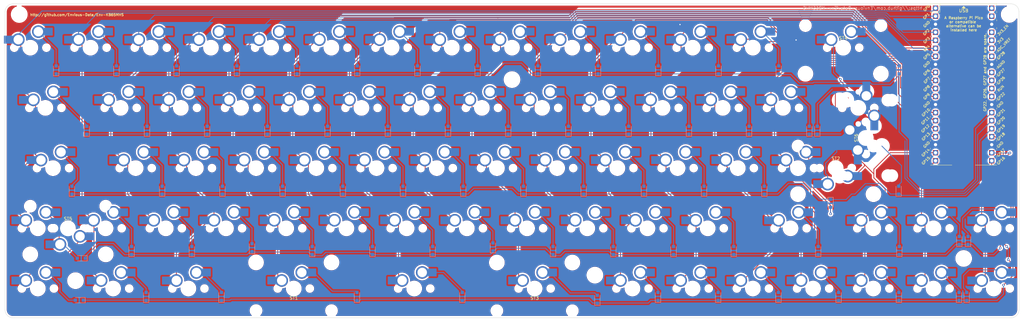
<source format=kicad_pcb>
(kicad_pcb (version 20171130) (host pcbnew "(5.1.10)-1")
  (layers (0 F.Cu signal) (31 B.Cu signal) (34 B.Paste user) (35 F.Paste user) (36 B.SilkS user) (37 F.SilkS user) (38 B.Mask user) (39 F.Mask user) (44 Edge.Cuts user))
  (net 0 "")
  (net 1 col0)
  (net 2 col1)
  (net 3 col2)
  (net 4 col3)
  (net 5 col4)
  (net 6 col5)
  (net 7 col6)
  (net 8 col7)
  (net 9 col8)
  (net 10 col9)
  (net 11 col10)
  (net 12 col11)
  (net 13 col12)
  (net 14 col13)
  (net 15 col14)
  (net 16 col15)
  (net 17 col16)
  (net 18 row0)
  (net 19 row1)
  (net 20 row2)
  (net 21 row3)
  (net 22 row4)
  (net 23 "Net-(D_0-Pad2)")
  (net 24 "Net-(D_1-Pad2)")
  (net 25 "Net-(D_2-Pad2)")
  (net 26 "Net-(D_3-Pad2)")
  (net 27 "Net-(D_4-Pad2)")
  (net 28 "Net-(D_5-Pad2)")
  (net 29 "Net-(D_6-Pad2)")
  (net 30 "Net-(D_7-Pad2)")
  (net 31 "Net-(D_8-Pad2)")
  (net 32 "Net-(D_9-Pad2)")
  (net 33 "Net-(D_10-Pad2)")
  (net 34 "Net-(D_11-Pad2)")
  (net 35 "Net-(D_12-Pad2)")
  (net 36 "Net-(D_13-Pad2)")
  (net 37 "Net-(D_16-Pad2)")
  (net 38 "Net-(D_17-Pad2)")
  (net 39 "Net-(D_18-Pad2)")
  (net 40 "Net-(D_19-Pad2)")
  (net 41 "Net-(D_20-Pad2)")
  (net 42 "Net-(D_21-Pad2)")
  (net 43 "Net-(D_22-Pad2)")
  (net 44 "Net-(D_23-Pad2)")
  (net 45 "Net-(D_24-Pad2)")
  (net 46 "Net-(D_25-Pad2)")
  (net 47 "Net-(D_26-Pad2)")
  (net 48 "Net-(D_27-Pad2)")
  (net 49 "Net-(D_28-Pad2)")
  (net 50 "Net-(D_32-Pad2)")
  (net 51 "Net-(D_33-Pad2)")
  (net 52 "Net-(D_34-Pad2)")
  (net 53 "Net-(D_35-Pad2)")
  (net 54 "Net-(D_36-Pad2)")
  (net 55 "Net-(D_37-Pad2)")
  (net 56 "Net-(D_38-Pad2)")
  (net 57 "Net-(D_39-Pad2)")
  (net 58 "Net-(D_40-Pad2)")
  (net 59 "Net-(D_41-Pad2)")
  (net 60 "Net-(D_42-Pad2)")
  (net 61 "Net-(D_43-Pad2)")
  (net 62 "Net-(D_44-Pad2)")
  (net 63 "Net-(D_29-Pad2)")
  (net 64 "Net-(D_47-Pad2)")
  (net 65 "Net-(D_48-Pad2)")
  (net 66 "Net-(D_49-Pad2)")
  (net 67 "Net-(D_50-Pad2)")
  (net 68 "Net-(D_51-Pad2)")
  (net 69 "Net-(D_52-Pad2)")
  (net 70 "Net-(D_53-Pad2)")
  (net 71 "Net-(D_54-Pad2)")
  (net 72 "Net-(D_55-Pad2)")
  (net 73 "Net-(D_56-Pad2)")
  (net 74 "Net-(D_57-Pad2)")
  (net 75 "Net-(D_58-Pad2)")
  (net 76 "Net-(D_59-Pad2)")
  (net 77 "Net-(D_60-Pad2)")
  (net 78 "Net-(D_61-Pad2)")
  (net 79 "Net-(D_62-Pad2)")
  (net 80 "Net-(D_63-Pad2)")
  (net 81 "Net-(D_64-Pad2)")
  (net 82 "Net-(D_65-Pad2)")
  (net 83 "Net-(D_66-Pad2)")
  (net 84 "Net-(D_67-Pad2)")
  (net 85 "Net-(D_68-Pad2)")
  (net 86 "Net-(D_69-Pad2)")
  (net 87 "Net-(D_70-Pad2)")
  (net 88 gnd)
  (net 89 "Net-(D_14-Pad2)")
  (net 90 "Net-(D_15-Pad2)")
  (net 91 "Net-(D_30-Pad2)")
  (net 92 "Net-(D_31-Pad2)")
  (net 93 "Net-(D_45-Pad2)")
  (net 94 "Net-(D_46-Pad2)")
  (net 95 "Net-(U0-Pad30)")
  (net 96 "Net-(U0-Pad35)")
  (net 97 "Net-(U0-Pad36)")
  (net 98 "Net-(U0-Pad37)")
  (net 99 "Net-(U0-Pad39)")
  (net 100 "Net-(U0-Pad40)")
  (net 101 GPIO22)
  (net 102 GPIO26)
  (net 103 GPIO27)
  (net 104 GPIO28)
  (module Mounting_Keyboard_Stabilizer:Stabilizer_Cherry_MX_2u (layer F.Cu) (at 336.825 140.05 90)
    (fp_text reference ST6 (at 0 -3 90) (layer F.SilkS))
    (fp_text value STABILIZER)
    (pad ~ np_thru_hole circle (at -11.938 8.255 90) (size 3.9878 3.9878) (drill 3.9878) (layers *.Cu *.Mask))
    (pad ~ np_thru_hole circle (at 11.938 8.255 90) (size 3.9878 3.9878) (drill 3.9878) (layers *.Cu *.Mask))
    (pad ~ np_thru_hole circle (at -11.938 -6.985 90) (size 3.048 3.048) (drill 3.048) (layers *.Cu *.Mask))
    (pad ~ np_thru_hole circle (at 11.938 -6.985 90) (size 3.048 3.048) (drill 3.048) (layers *.Cu *.Mask))
  )
  (module Mounting_Keyboard_Stabilizer:Stabilizer_Cherry_MX_2u (layer F.Cu) (at 84.425 168.65)
    (fp_text reference ST5 (at 0 -3) (layer F.SilkS))
    (fp_text value STABILIZER)
    (pad ~ np_thru_hole circle (at -11.938 8.255) (size 3.9878 3.9878) (drill 3.9878) (layers *.Cu *.Mask))
    (pad ~ np_thru_hole circle (at 11.938 8.255) (size 3.9878 3.9878) (drill 3.9878) (layers *.Cu *.Mask))
    (pad ~ np_thru_hole circle (at -11.938 -6.985) (size 3.048 3.048) (drill 3.048) (layers *.Cu *.Mask))
    (pad ~ np_thru_hole circle (at 11.938 -6.985) (size 3.048 3.048) (drill 3.048) (layers *.Cu *.Mask))
  )
  (module Mounting_Keyboard_Stabilizer:Stabilizer_Cherry_MX_2u (layer F.Cu) (at 329.675 111.5)
    (fp_text reference ST4 (at 0 -3) (layer F.SilkS))
    (fp_text value STABILIZER)
    (pad ~ np_thru_hole circle (at -11.938 8.255) (size 3.9878 3.9878) (drill 3.9878) (layers *.Cu *.Mask))
    (pad ~ np_thru_hole circle (at 11.938 8.255) (size 3.9878 3.9878) (drill 3.9878) (layers *.Cu *.Mask))
    (pad ~ np_thru_hole circle (at -11.938 -6.985) (size 3.048 3.048) (drill 3.048) (layers *.Cu *.Mask))
    (pad ~ np_thru_hole circle (at 11.938 -6.985) (size 3.048 3.048) (drill 3.048) (layers *.Cu *.Mask))
  )
  (module Mounting_Keyboard_Stabilizer:Stabilizer_Cherry_MX_2u (layer F.Cu) (at 232.05 187.75 180)
    (fp_text reference ST3 (at 0 -3) (layer F.SilkS))
    (fp_text value STABILIZER)
    (pad ~ np_thru_hole circle (at -11.938 8.255 180) (size 3.9878 3.9878) (drill 3.9878) (layers *.Cu *.Mask))
    (pad ~ np_thru_hole circle (at 11.938 8.255 180) (size 3.9878 3.9878) (drill 3.9878) (layers *.Cu *.Mask))
    (pad ~ np_thru_hole circle (at -11.938 -6.985 180) (size 3.048 3.048) (drill 3.048) (layers *.Cu *.Mask))
    (pad ~ np_thru_hole circle (at 11.938 -6.985 180) (size 3.048 3.048) (drill 3.048) (layers *.Cu *.Mask))
  )
  (module Mounting_Keyboard_Stabilizer:Stabilizer_Cherry_MX_2u (layer F.Cu) (at 327.325 149.6)
    (fp_text reference ST2 (at 0 -3) (layer F.SilkS))
    (fp_text value STABILIZER)
    (pad ~ np_thru_hole circle (at -11.938 8.255) (size 3.9878 3.9878) (drill 3.9878) (layers *.Cu *.Mask))
    (pad ~ np_thru_hole circle (at 11.938 8.255) (size 3.9878 3.9878) (drill 3.9878) (layers *.Cu *.Mask))
    (pad ~ np_thru_hole circle (at -11.938 -6.985) (size 3.048 3.048) (drill 3.048) (layers *.Cu *.Mask))
    (pad ~ np_thru_hole circle (at 11.938 -6.985) (size 3.048 3.048) (drill 3.048) (layers *.Cu *.Mask))
  )
  (module Mounting_Keyboard_Stabilizer:Stabilizer_Cherry_MX_2u (layer F.Cu) (at 155.85295 187.70912 180)
    (fp_text reference ST1 (at 0 -3) (layer F.SilkS))
    (fp_text value STABILIZER)
    (pad ~ np_thru_hole circle (at -11.938 8.255 180) (size 3.9878 3.9878) (drill 3.9878) (layers *.Cu *.Mask))
    (pad ~ np_thru_hole circle (at 11.938 8.255 180) (size 3.9878 3.9878) (drill 3.9878) (layers *.Cu *.Mask))
    (pad ~ np_thru_hole circle (at -11.938 -6.985 180) (size 3.048 3.048) (drill 3.048) (layers *.Cu *.Mask))
    (pad ~ np_thru_hole circle (at 11.938 -6.985 180) (size 3.048 3.048) (drill 3.048) (layers *.Cu *.Mask))
  )
  (module MX_Only:MXOnly-1U-Hotswap-Modified (layer F.Cu) (at 377.3092 187.70912)
    (fp_text reference K_72)
    (fp_text value KEYSW)
    (pad 2 smd rect (at 4.34 -5.08) (size 5.5 2.5) (layers B.Cu) (net 87 "Net-(D_70-Pad2)"))
    (pad 1 smd rect (at -5.61 -2.54) (size 5.5 2.5) (layers B.Cu) (net 17 col16))
    (pad "" np_thru_hole circle (at 5.08 0 48.0996) (size 1.75 1.75) (drill 1.75) (layers *.Cu *.Mask))
    (pad "" np_thru_hole circle (at -5.08 0 48.0996) (size 1.75 1.75) (drill 1.75) (layers *.Cu *.Mask))
    (pad 1 thru_hole circle (at -3.81 -2.54) (size 4 4) (drill 3) (layers *.Cu) (net 17 col16))
    (pad "" np_thru_hole circle (at 0 0) (size 3.9878 3.9878) (drill 3.9878) (layers *.Cu *.Mask))
    (pad 2 thru_hole circle (at 2.54 -5.08) (size 4 4) (drill 3) (layers *.Cu) (net 87 "Net-(D_70-Pad2)"))
  )
  (module MX_Only:MXOnly-1U-Hotswap-Modified (layer F.Cu) (at 358.2592 187.70912)
    (fp_text reference K_71)
    (fp_text value KEYSW)
    (pad 2 smd rect (at 4.34 -5.08) (size 5.5 2.5) (layers B.Cu) (net 86 "Net-(D_69-Pad2)"))
    (pad 1 smd rect (at -5.61 -2.54) (size 5.5 2.5) (layers B.Cu) (net 16 col15))
    (pad "" np_thru_hole circle (at 5.08 0 48.0996) (size 1.75 1.75) (drill 1.75) (layers *.Cu *.Mask))
    (pad "" np_thru_hole circle (at -5.08 0 48.0996) (size 1.75 1.75) (drill 1.75) (layers *.Cu *.Mask))
    (pad 1 thru_hole circle (at -3.81 -2.54) (size 4 4) (drill 3) (layers *.Cu) (net 16 col15))
    (pad "" np_thru_hole circle (at 0 0) (size 3.9878 3.9878) (drill 3.9878) (layers *.Cu *.Mask))
    (pad 2 thru_hole circle (at 2.54 -5.08) (size 4 4) (drill 3) (layers *.Cu) (net 86 "Net-(D_69-Pad2)"))
  )
  (module MX_Only:MXOnly-1U-Hotswap-Modified (layer F.Cu) (at 339.2092 187.70912)
    (fp_text reference K_70)
    (fp_text value KEYSW)
    (pad 2 smd rect (at 4.34 -5.08) (size 5.5 2.5) (layers B.Cu) (net 85 "Net-(D_68-Pad2)"))
    (pad 1 smd rect (at -5.61 -2.54) (size 5.5 2.5) (layers B.Cu) (net 15 col14))
    (pad "" np_thru_hole circle (at 5.08 0 48.0996) (size 1.75 1.75) (drill 1.75) (layers *.Cu *.Mask))
    (pad "" np_thru_hole circle (at -5.08 0 48.0996) (size 1.75 1.75) (drill 1.75) (layers *.Cu *.Mask))
    (pad 1 thru_hole circle (at -3.81 -2.54) (size 4 4) (drill 3) (layers *.Cu) (net 15 col14))
    (pad "" np_thru_hole circle (at 0 0) (size 3.9878 3.9878) (drill 3.9878) (layers *.Cu *.Mask))
    (pad 2 thru_hole circle (at 2.54 -5.08) (size 4 4) (drill 3) (layers *.Cu) (net 85 "Net-(D_68-Pad2)"))
  )
  (module MX_Only:MXOnly-1U-Hotswap-Modified (layer F.Cu) (at 320.1592 187.70912)
    (fp_text reference K_69)
    (fp_text value KEYSW)
    (pad 2 smd rect (at 4.34 -5.08) (size 5.5 2.5) (layers B.Cu) (net 84 "Net-(D_67-Pad2)"))
    (pad 1 smd rect (at -5.61 -2.54) (size 5.5 2.5) (layers B.Cu) (net 14 col13))
    (pad "" np_thru_hole circle (at 5.08 0 48.0996) (size 1.75 1.75) (drill 1.75) (layers *.Cu *.Mask))
    (pad "" np_thru_hole circle (at -5.08 0 48.0996) (size 1.75 1.75) (drill 1.75) (layers *.Cu *.Mask))
    (pad 1 thru_hole circle (at -3.81 -2.54) (size 4 4) (drill 3) (layers *.Cu) (net 14 col13))
    (pad "" np_thru_hole circle (at 0 0) (size 3.9878 3.9878) (drill 3.9878) (layers *.Cu *.Mask))
    (pad 2 thru_hole circle (at 2.54 -5.08) (size 4 4) (drill 3) (layers *.Cu) (net 84 "Net-(D_67-Pad2)"))
  )
  (module MX_Only:MXOnly-1U-Hotswap-Modified (layer F.Cu) (at 301.1092 187.70912)
    (fp_text reference K_68)
    (fp_text value KEYSW)
    (pad 2 smd rect (at 4.34 -5.08) (size 5.5 2.5) (layers B.Cu) (net 83 "Net-(D_66-Pad2)"))
    (pad 1 smd rect (at -5.61 -2.54) (size 5.5 2.5) (layers B.Cu) (net 13 col12))
    (pad "" np_thru_hole circle (at 5.08 0 48.0996) (size 1.75 1.75) (drill 1.75) (layers *.Cu *.Mask))
    (pad "" np_thru_hole circle (at -5.08 0 48.0996) (size 1.75 1.75) (drill 1.75) (layers *.Cu *.Mask))
    (pad 1 thru_hole circle (at -3.81 -2.54) (size 4 4) (drill 3) (layers *.Cu) (net 13 col12))
    (pad "" np_thru_hole circle (at 0 0) (size 3.9878 3.9878) (drill 3.9878) (layers *.Cu *.Mask))
    (pad 2 thru_hole circle (at 2.54 -5.08) (size 4 4) (drill 3) (layers *.Cu) (net 83 "Net-(D_66-Pad2)"))
  )
  (module MX_Only:MXOnly-1U-Hotswap-Modified (layer F.Cu) (at 282.0592 187.70912)
    (fp_text reference K_67)
    (fp_text value KEYSW)
    (pad 2 smd rect (at 4.34 -5.08) (size 5.5 2.5) (layers B.Cu) (net 82 "Net-(D_65-Pad2)"))
    (pad 1 smd rect (at -5.61 -2.54) (size 5.5 2.5) (layers B.Cu) (net 12 col11))
    (pad "" np_thru_hole circle (at 5.08 0 48.0996) (size 1.75 1.75) (drill 1.75) (layers *.Cu *.Mask))
    (pad "" np_thru_hole circle (at -5.08 0 48.0996) (size 1.75 1.75) (drill 1.75) (layers *.Cu *.Mask))
    (pad 1 thru_hole circle (at -3.81 -2.54) (size 4 4) (drill 3) (layers *.Cu) (net 12 col11))
    (pad "" np_thru_hole circle (at 0 0) (size 3.9878 3.9878) (drill 3.9878) (layers *.Cu *.Mask))
    (pad 2 thru_hole circle (at 2.54 -5.08) (size 4 4) (drill 3) (layers *.Cu) (net 82 "Net-(D_65-Pad2)"))
  )
  (module MX_Only:MXOnly-1U-Hotswap-Modified (layer F.Cu) (at 263.0092 187.70912)
    (fp_text reference K_66)
    (fp_text value KEYSW)
    (pad 2 smd rect (at 4.34 -5.08) (size 5.5 2.5) (layers B.Cu) (net 81 "Net-(D_64-Pad2)"))
    (pad 1 smd rect (at -5.61 -2.54) (size 5.5 2.5) (layers B.Cu) (net 11 col10))
    (pad "" np_thru_hole circle (at 5.08 0 48.0996) (size 1.75 1.75) (drill 1.75) (layers *.Cu *.Mask))
    (pad "" np_thru_hole circle (at -5.08 0 48.0996) (size 1.75 1.75) (drill 1.75) (layers *.Cu *.Mask))
    (pad 1 thru_hole circle (at -3.81 -2.54) (size 4 4) (drill 3) (layers *.Cu) (net 11 col10))
    (pad "" np_thru_hole circle (at 0 0) (size 3.9878 3.9878) (drill 3.9878) (layers *.Cu *.Mask))
    (pad 2 thru_hole circle (at 2.54 -5.08) (size 4 4) (drill 3) (layers *.Cu) (net 81 "Net-(D_64-Pad2)"))
  )
  (module MX_Only:MXOnly-1U-Hotswap-Modified (layer F.Cu) (at 232.05295 187.70912)
    (fp_text reference K_65)
    (fp_text value KEYSW)
    (pad 2 smd rect (at 4.34 -5.08) (size 5.5 2.5) (layers B.Cu) (net 80 "Net-(D_63-Pad2)"))
    (pad 1 smd rect (at -5.61 -2.54) (size 5.5 2.5) (layers B.Cu) (net 9 col8))
    (pad "" np_thru_hole circle (at 5.08 0 48.0996) (size 1.75 1.75) (drill 1.75) (layers *.Cu *.Mask))
    (pad "" np_thru_hole circle (at -5.08 0 48.0996) (size 1.75 1.75) (drill 1.75) (layers *.Cu *.Mask))
    (pad 1 thru_hole circle (at -3.81 -2.54) (size 4 4) (drill 3) (layers *.Cu) (net 9 col8))
    (pad "" np_thru_hole circle (at 0 0) (size 3.9878 3.9878) (drill 3.9878) (layers *.Cu *.Mask))
    (pad 2 thru_hole circle (at 2.54 -5.08) (size 4 4) (drill 3) (layers *.Cu) (net 80 "Net-(D_63-Pad2)"))
  )
  (module MX_Only:MXOnly-1U-Hotswap-Modified (layer F.Cu) (at 193.95295 187.70912)
    (fp_text reference K_64)
    (fp_text value KEYSW)
    (pad 2 smd rect (at 4.34 -5.08) (size 5.5 2.5) (layers B.Cu) (net 79 "Net-(D_62-Pad2)"))
    (pad 1 smd rect (at -5.61 -2.54) (size 5.5 2.5) (layers B.Cu) (net 7 col6))
    (pad "" np_thru_hole circle (at 5.08 0 48.0996) (size 1.75 1.75) (drill 1.75) (layers *.Cu *.Mask))
    (pad "" np_thru_hole circle (at -5.08 0 48.0996) (size 1.75 1.75) (drill 1.75) (layers *.Cu *.Mask))
    (pad 1 thru_hole circle (at -3.81 -2.54) (size 4 4) (drill 3) (layers *.Cu) (net 7 col6))
    (pad "" np_thru_hole circle (at 0 0) (size 3.9878 3.9878) (drill 3.9878) (layers *.Cu *.Mask))
    (pad 2 thru_hole circle (at 2.54 -5.08) (size 4 4) (drill 3) (layers *.Cu) (net 79 "Net-(D_62-Pad2)"))
  )
  (module MX_Only:MXOnly-1U-Hotswap-Modified (layer F.Cu) (at 155.85295 187.70912)
    (fp_text reference K_63)
    (fp_text value KEYSW)
    (pad 2 smd rect (at 4.34 -5.08) (size 5.5 2.5) (layers B.Cu) (net 78 "Net-(D_61-Pad2)"))
    (pad 1 smd rect (at -5.61 -2.54) (size 5.5 2.5) (layers B.Cu) (net 5 col4))
    (pad "" np_thru_hole circle (at 5.08 0 48.0996) (size 1.75 1.75) (drill 1.75) (layers *.Cu *.Mask))
    (pad "" np_thru_hole circle (at -5.08 0 48.0996) (size 1.75 1.75) (drill 1.75) (layers *.Cu *.Mask))
    (pad 1 thru_hole circle (at -3.81 -2.54) (size 4 4) (drill 3) (layers *.Cu) (net 5 col4))
    (pad "" np_thru_hole circle (at 0 0) (size 3.9878 3.9878) (drill 3.9878) (layers *.Cu *.Mask))
    (pad 2 thru_hole circle (at 2.54 -5.08) (size 4 4) (drill 3) (layers *.Cu) (net 78 "Net-(D_61-Pad2)"))
  )
  (module MX_Only:MXOnly-1U-Hotswap-Modified (layer F.Cu) (at 122.51545 187.70912)
    (fp_text reference K_62)
    (fp_text value KEYSW)
    (pad 2 smd rect (at 4.34 -5.08) (size 5.5 2.5) (layers B.Cu) (net 77 "Net-(D_60-Pad2)"))
    (pad 1 smd rect (at -5.61 -2.54) (size 5.5 2.5) (layers B.Cu) (net 4 col3))
    (pad "" np_thru_hole circle (at 5.08 0 48.0996) (size 1.75 1.75) (drill 1.75) (layers *.Cu *.Mask))
    (pad "" np_thru_hole circle (at -5.08 0 48.0996) (size 1.75 1.75) (drill 1.75) (layers *.Cu *.Mask))
    (pad 1 thru_hole circle (at -3.81 -2.54) (size 4 4) (drill 3) (layers *.Cu) (net 4 col3))
    (pad "" np_thru_hole circle (at 0 0) (size 3.9878 3.9878) (drill 3.9878) (layers *.Cu *.Mask))
    (pad 2 thru_hole circle (at 2.54 -5.08) (size 4 4) (drill 3) (layers *.Cu) (net 77 "Net-(D_60-Pad2)"))
  )
  (module MX_Only:MXOnly-1U-Hotswap-Modified (layer F.Cu) (at 98.70295 187.70912)
    (fp_text reference K_61)
    (fp_text value KEYSW)
    (pad 2 smd rect (at 4.34 -5.08) (size 5.5 2.5) (layers B.Cu) (net 76 "Net-(D_59-Pad2)"))
    (pad 1 smd rect (at -5.61 -2.54) (size 5.5 2.5) (layers B.Cu) (net 2 col1))
    (pad "" np_thru_hole circle (at 5.08 0 48.0996) (size 1.75 1.75) (drill 1.75) (layers *.Cu *.Mask))
    (pad "" np_thru_hole circle (at -5.08 0 48.0996) (size 1.75 1.75) (drill 1.75) (layers *.Cu *.Mask))
    (pad 1 thru_hole circle (at -3.81 -2.54) (size 4 4) (drill 3) (layers *.Cu) (net 2 col1))
    (pad "" np_thru_hole circle (at 0 0) (size 3.9878 3.9878) (drill 3.9878) (layers *.Cu *.Mask))
    (pad 2 thru_hole circle (at 2.54 -5.08) (size 4 4) (drill 3) (layers *.Cu) (net 76 "Net-(D_59-Pad2)"))
  )
  (module MX_Only:MXOnly-1U-Hotswap-Modified (layer F.Cu) (at 74.89045 187.70912)
    (fp_text reference K_60)
    (fp_text value KEYSW)
    (pad 2 smd rect (at 4.34 -5.08) (size 5.5 2.5) (layers B.Cu) (net 75 "Net-(D_58-Pad2)"))
    (pad 1 smd rect (at -5.61 -2.54) (size 5.5 2.5) (layers B.Cu) (net 1 col0))
    (pad "" np_thru_hole circle (at 5.08 0 48.0996) (size 1.75 1.75) (drill 1.75) (layers *.Cu *.Mask))
    (pad "" np_thru_hole circle (at -5.08 0 48.0996) (size 1.75 1.75) (drill 1.75) (layers *.Cu *.Mask))
    (pad 1 thru_hole circle (at -3.81 -2.54) (size 4 4) (drill 3) (layers *.Cu) (net 1 col0))
    (pad "" np_thru_hole circle (at 0 0) (size 3.9878 3.9878) (drill 3.9878) (layers *.Cu *.Mask))
    (pad 2 thru_hole circle (at 2.54 -5.08) (size 4 4) (drill 3) (layers *.Cu) (net 75 "Net-(D_58-Pad2)"))
  )
  (module MX_Only:MXOnly-1U-Hotswap-Modified (layer F.Cu) (at 377.3092 168.65912)
    (fp_text reference K_59)
    (fp_text value KEYSW)
    (pad 2 smd rect (at 4.34 -5.08) (size 5.5 2.5) (layers B.Cu) (net 74 "Net-(D_57-Pad2)"))
    (pad 1 smd rect (at -5.61 -2.54) (size 5.5 2.5) (layers B.Cu) (net 17 col16))
    (pad "" np_thru_hole circle (at 5.08 0 48.0996) (size 1.75 1.75) (drill 1.75) (layers *.Cu *.Mask))
    (pad "" np_thru_hole circle (at -5.08 0 48.0996) (size 1.75 1.75) (drill 1.75) (layers *.Cu *.Mask))
    (pad 1 thru_hole circle (at -3.81 -2.54) (size 4 4) (drill 3) (layers *.Cu) (net 17 col16))
    (pad "" np_thru_hole circle (at 0 0) (size 3.9878 3.9878) (drill 3.9878) (layers *.Cu *.Mask))
    (pad 2 thru_hole circle (at 2.54 -5.08) (size 4 4) (drill 3) (layers *.Cu) (net 74 "Net-(D_57-Pad2)"))
  )
  (module MX_Only:MXOnly-1U-Hotswap-Modified (layer F.Cu) (at 358.2592 168.65912)
    (fp_text reference K_58)
    (fp_text value KEYSW)
    (pad 2 smd rect (at 4.34 -5.08) (size 5.5 2.5) (layers B.Cu) (net 73 "Net-(D_56-Pad2)"))
    (pad 1 smd rect (at -5.61 -2.54) (size 5.5 2.5) (layers B.Cu) (net 16 col15))
    (pad "" np_thru_hole circle (at 5.08 0 48.0996) (size 1.75 1.75) (drill 1.75) (layers *.Cu *.Mask))
    (pad "" np_thru_hole circle (at -5.08 0 48.0996) (size 1.75 1.75) (drill 1.75) (layers *.Cu *.Mask))
    (pad 1 thru_hole circle (at -3.81 -2.54) (size 4 4) (drill 3) (layers *.Cu) (net 16 col15))
    (pad "" np_thru_hole circle (at 0 0) (size 3.9878 3.9878) (drill 3.9878) (layers *.Cu *.Mask))
    (pad 2 thru_hole circle (at 2.54 -5.08) (size 4 4) (drill 3) (layers *.Cu) (net 73 "Net-(D_56-Pad2)"))
  )
  (module MX_Only:MXOnly-1U-Hotswap-Modified (layer F.Cu) (at 339.2092 168.65912)
    (fp_text reference K_57)
    (fp_text value KEYSW)
    (pad 2 smd rect (at 4.34 -5.08) (size 5.5 2.5) (layers B.Cu) (net 72 "Net-(D_55-Pad2)"))
    (pad 1 smd rect (at -5.61 -2.54) (size 5.5 2.5) (layers B.Cu) (net 15 col14))
    (pad "" np_thru_hole circle (at 5.08 0 48.0996) (size 1.75 1.75) (drill 1.75) (layers *.Cu *.Mask))
    (pad "" np_thru_hole circle (at -5.08 0 48.0996) (size 1.75 1.75) (drill 1.75) (layers *.Cu *.Mask))
    (pad 1 thru_hole circle (at -3.81 -2.54) (size 4 4) (drill 3) (layers *.Cu) (net 15 col14))
    (pad "" np_thru_hole circle (at 0 0) (size 3.9878 3.9878) (drill 3.9878) (layers *.Cu *.Mask))
    (pad 2 thru_hole circle (at 2.54 -5.08) (size 4 4) (drill 3) (layers *.Cu) (net 72 "Net-(D_55-Pad2)"))
  )
  (module MX_Only:MXOnly-1U-Hotswap-Modified (layer F.Cu) (at 313.0342 168.65912)
    (fp_text reference K_56)
    (fp_text value KEYSW)
    (pad 2 smd rect (at 4.34 -5.08) (size 5.5 2.5) (layers B.Cu) (net 71 "Net-(D_54-Pad2)"))
    (pad 1 smd rect (at -5.61 -2.54) (size 5.5 2.5) (layers B.Cu) (net 13 col12))
    (pad "" np_thru_hole circle (at 5.08 0 48.0996) (size 1.75 1.75) (drill 1.75) (layers *.Cu *.Mask))
    (pad "" np_thru_hole circle (at -5.08 0 48.0996) (size 1.75 1.75) (drill 1.75) (layers *.Cu *.Mask))
    (pad 1 thru_hole circle (at -3.81 -2.54) (size 4 4) (drill 3) (layers *.Cu) (net 13 col12))
    (pad "" np_thru_hole circle (at 0 0) (size 3.9878 3.9878) (drill 3.9878) (layers *.Cu *.Mask))
    (pad 2 thru_hole circle (at 2.54 -5.08) (size 4 4) (drill 3) (layers *.Cu) (net 71 "Net-(D_54-Pad2)"))
  )
  (module MX_Only:MXOnly-1U-Hotswap-Modified (layer F.Cu) (at 286.8217 168.65912)
    (fp_text reference K_55)
    (fp_text value KEYSW)
    (pad 2 smd rect (at 4.34 -5.08) (size 5.5 2.5) (layers B.Cu) (net 70 "Net-(D_53-Pad2)"))
    (pad 1 smd rect (at -5.61 -2.54) (size 5.5 2.5) (layers B.Cu) (net 12 col11))
    (pad "" np_thru_hole circle (at 5.08 0 48.0996) (size 1.75 1.75) (drill 1.75) (layers *.Cu *.Mask))
    (pad "" np_thru_hole circle (at -5.08 0 48.0996) (size 1.75 1.75) (drill 1.75) (layers *.Cu *.Mask))
    (pad 1 thru_hole circle (at -3.81 -2.54) (size 4 4) (drill 3) (layers *.Cu) (net 12 col11))
    (pad "" np_thru_hole circle (at 0 0) (size 3.9878 3.9878) (drill 3.9878) (layers *.Cu *.Mask))
    (pad 2 thru_hole circle (at 2.54 -5.08) (size 4 4) (drill 3) (layers *.Cu) (net 70 "Net-(D_53-Pad2)"))
  )
  (module MX_Only:MXOnly-1U-Hotswap-Modified (layer F.Cu) (at 267.7717 168.65912)
    (fp_text reference K_54)
    (fp_text value KEYSW)
    (pad 2 smd rect (at 4.34 -5.08) (size 5.5 2.5) (layers B.Cu) (net 69 "Net-(D_52-Pad2)"))
    (pad 1 smd rect (at -5.61 -2.54) (size 5.5 2.5) (layers B.Cu) (net 11 col10))
    (pad "" np_thru_hole circle (at 5.08 0 48.0996) (size 1.75 1.75) (drill 1.75) (layers *.Cu *.Mask))
    (pad "" np_thru_hole circle (at -5.08 0 48.0996) (size 1.75 1.75) (drill 1.75) (layers *.Cu *.Mask))
    (pad 1 thru_hole circle (at -3.81 -2.54) (size 4 4) (drill 3) (layers *.Cu) (net 11 col10))
    (pad "" np_thru_hole circle (at 0 0) (size 3.9878 3.9878) (drill 3.9878) (layers *.Cu *.Mask))
    (pad 2 thru_hole circle (at 2.54 -5.08) (size 4 4) (drill 3) (layers *.Cu) (net 69 "Net-(D_52-Pad2)"))
  )
  (module MX_Only:MXOnly-1U-Hotswap-Modified (layer F.Cu) (at 248.7217 168.65912)
    (fp_text reference K_53)
    (fp_text value KEYSW)
    (pad 2 smd rect (at 4.34 -5.08) (size 5.5 2.5) (layers B.Cu) (net 68 "Net-(D_51-Pad2)"))
    (pad 1 smd rect (at -5.61 -2.54) (size 5.5 2.5) (layers B.Cu) (net 10 col9))
    (pad "" np_thru_hole circle (at 5.08 0 48.0996) (size 1.75 1.75) (drill 1.75) (layers *.Cu *.Mask))
    (pad "" np_thru_hole circle (at -5.08 0 48.0996) (size 1.75 1.75) (drill 1.75) (layers *.Cu *.Mask))
    (pad 1 thru_hole circle (at -3.81 -2.54) (size 4 4) (drill 3) (layers *.Cu) (net 10 col9))
    (pad "" np_thru_hole circle (at 0 0) (size 3.9878 3.9878) (drill 3.9878) (layers *.Cu *.Mask))
    (pad 2 thru_hole circle (at 2.54 -5.08) (size 4 4) (drill 3) (layers *.Cu) (net 68 "Net-(D_51-Pad2)"))
  )
  (module MX_Only:MXOnly-1U-Hotswap-Modified (layer F.Cu) (at 229.6717 168.65912)
    (fp_text reference K_52)
    (fp_text value KEYSW)
    (pad 2 smd rect (at 4.34 -5.08) (size 5.5 2.5) (layers B.Cu) (net 67 "Net-(D_50-Pad2)"))
    (pad 1 smd rect (at -5.61 -2.54) (size 5.5 2.5) (layers B.Cu) (net 9 col8))
    (pad "" np_thru_hole circle (at 5.08 0 48.0996) (size 1.75 1.75) (drill 1.75) (layers *.Cu *.Mask))
    (pad "" np_thru_hole circle (at -5.08 0 48.0996) (size 1.75 1.75) (drill 1.75) (layers *.Cu *.Mask))
    (pad 1 thru_hole circle (at -3.81 -2.54) (size 4 4) (drill 3) (layers *.Cu) (net 9 col8))
    (pad "" np_thru_hole circle (at 0 0) (size 3.9878 3.9878) (drill 3.9878) (layers *.Cu *.Mask))
    (pad 2 thru_hole circle (at 2.54 -5.08) (size 4 4) (drill 3) (layers *.Cu) (net 67 "Net-(D_50-Pad2)"))
  )
  (module MX_Only:MXOnly-1U-Hotswap-Modified (layer F.Cu) (at 210.6217 168.65912)
    (fp_text reference K_51)
    (fp_text value KEYSW)
    (pad 2 smd rect (at 4.34 -5.08) (size 5.5 2.5) (layers B.Cu) (net 66 "Net-(D_49-Pad2)"))
    (pad 1 smd rect (at -5.61 -2.54) (size 5.5 2.5) (layers B.Cu) (net 8 col7))
    (pad "" np_thru_hole circle (at 5.08 0 48.0996) (size 1.75 1.75) (drill 1.75) (layers *.Cu *.Mask))
    (pad "" np_thru_hole circle (at -5.08 0 48.0996) (size 1.75 1.75) (drill 1.75) (layers *.Cu *.Mask))
    (pad 1 thru_hole circle (at -3.81 -2.54) (size 4 4) (drill 3) (layers *.Cu) (net 8 col7))
    (pad "" np_thru_hole circle (at 0 0) (size 3.9878 3.9878) (drill 3.9878) (layers *.Cu *.Mask))
    (pad 2 thru_hole circle (at 2.54 -5.08) (size 4 4) (drill 3) (layers *.Cu) (net 66 "Net-(D_49-Pad2)"))
  )
  (module MX_Only:MXOnly-1U-Hotswap-Modified (layer F.Cu) (at 191.5717 168.65912)
    (fp_text reference K_50)
    (fp_text value KEYSW)
    (pad 2 smd rect (at 4.34 -5.08) (size 5.5 2.5) (layers B.Cu) (net 65 "Net-(D_48-Pad2)"))
    (pad 1 smd rect (at -5.61 -2.54) (size 5.5 2.5) (layers B.Cu) (net 7 col6))
    (pad "" np_thru_hole circle (at 5.08 0 48.0996) (size 1.75 1.75) (drill 1.75) (layers *.Cu *.Mask))
    (pad "" np_thru_hole circle (at -5.08 0 48.0996) (size 1.75 1.75) (drill 1.75) (layers *.Cu *.Mask))
    (pad 1 thru_hole circle (at -3.81 -2.54) (size 4 4) (drill 3) (layers *.Cu) (net 7 col6))
    (pad "" np_thru_hole circle (at 0 0) (size 3.9878 3.9878) (drill 3.9878) (layers *.Cu *.Mask))
    (pad 2 thru_hole circle (at 2.54 -5.08) (size 4 4) (drill 3) (layers *.Cu) (net 65 "Net-(D_48-Pad2)"))
  )
  (module MX_Only:MXOnly-1U-Hotswap-Modified (layer F.Cu) (at 172.5217 168.65912)
    (fp_text reference K_49)
    (fp_text value KEYSW)
    (pad 2 smd rect (at 4.34 -5.08) (size 5.5 2.5) (layers B.Cu) (net 64 "Net-(D_47-Pad2)"))
    (pad 1 smd rect (at -5.61 -2.54) (size 5.5 2.5) (layers B.Cu) (net 6 col5))
    (pad "" np_thru_hole circle (at 5.08 0 48.0996) (size 1.75 1.75) (drill 1.75) (layers *.Cu *.Mask))
    (pad "" np_thru_hole circle (at -5.08 0 48.0996) (size 1.75 1.75) (drill 1.75) (layers *.Cu *.Mask))
    (pad 1 thru_hole circle (at -3.81 -2.54) (size 4 4) (drill 3) (layers *.Cu) (net 6 col5))
    (pad "" np_thru_hole circle (at 0 0) (size 3.9878 3.9878) (drill 3.9878) (layers *.Cu *.Mask))
    (pad 2 thru_hole circle (at 2.54 -5.08) (size 4 4) (drill 3) (layers *.Cu) (net 64 "Net-(D_47-Pad2)"))
  )
  (module MX_Only:MXOnly-1U-Hotswap-Modified (layer F.Cu) (at 153.4717 168.65912)
    (fp_text reference K_48)
    (fp_text value KEYSW)
    (pad 2 smd rect (at 4.34 -5.08) (size 5.5 2.5) (layers B.Cu) (net 94 "Net-(D_46-Pad2)"))
    (pad 1 smd rect (at -5.61 -2.54) (size 5.5 2.5) (layers B.Cu) (net 5 col4))
    (pad "" np_thru_hole circle (at 5.08 0 48.0996) (size 1.75 1.75) (drill 1.75) (layers *.Cu *.Mask))
    (pad "" np_thru_hole circle (at -5.08 0 48.0996) (size 1.75 1.75) (drill 1.75) (layers *.Cu *.Mask))
    (pad 1 thru_hole circle (at -3.81 -2.54) (size 4 4) (drill 3) (layers *.Cu) (net 5 col4))
    (pad "" np_thru_hole circle (at 0 0) (size 3.9878 3.9878) (drill 3.9878) (layers *.Cu *.Mask))
    (pad 2 thru_hole circle (at 2.54 -5.08) (size 4 4) (drill 3) (layers *.Cu) (net 94 "Net-(D_46-Pad2)"))
  )
  (module MX_Only:MXOnly-1U-Hotswap-Modified (layer F.Cu) (at 134.4217 168.65912)
    (fp_text reference K_47)
    (fp_text value KEYSW)
    (pad 2 smd rect (at 4.34 -5.08) (size 5.5 2.5) (layers B.Cu) (net 93 "Net-(D_45-Pad2)"))
    (pad 1 smd rect (at -5.61 -2.54) (size 5.5 2.5) (layers B.Cu) (net 4 col3))
    (pad "" np_thru_hole circle (at 5.08 0 48.0996) (size 1.75 1.75) (drill 1.75) (layers *.Cu *.Mask))
    (pad "" np_thru_hole circle (at -5.08 0 48.0996) (size 1.75 1.75) (drill 1.75) (layers *.Cu *.Mask))
    (pad 1 thru_hole circle (at -3.81 -2.54) (size 4 4) (drill 3) (layers *.Cu) (net 4 col3))
    (pad "" np_thru_hole circle (at 0 0) (size 3.9878 3.9878) (drill 3.9878) (layers *.Cu *.Mask))
    (pad 2 thru_hole circle (at 2.54 -5.08) (size 4 4) (drill 3) (layers *.Cu) (net 93 "Net-(D_45-Pad2)"))
  )
  (module MX_Only:MXOnly-1U-Hotswap-Modified (layer F.Cu) (at 115.3717 168.65912)
    (fp_text reference K_46)
    (fp_text value KEYSW)
    (pad 2 smd rect (at 4.34 -5.08) (size 5.5 2.5) (layers B.Cu) (net 62 "Net-(D_44-Pad2)"))
    (pad 1 smd rect (at -5.61 -2.54) (size 5.5 2.5) (layers B.Cu) (net 3 col2))
    (pad "" np_thru_hole circle (at 5.08 0 48.0996) (size 1.75 1.75) (drill 1.75) (layers *.Cu *.Mask))
    (pad "" np_thru_hole circle (at -5.08 0 48.0996) (size 1.75 1.75) (drill 1.75) (layers *.Cu *.Mask))
    (pad 1 thru_hole circle (at -3.81 -2.54) (size 4 4) (drill 3) (layers *.Cu) (net 3 col2))
    (pad "" np_thru_hole circle (at 0 0) (size 3.9878 3.9878) (drill 3.9878) (layers *.Cu *.Mask))
    (pad 2 thru_hole circle (at 2.54 -5.08) (size 4 4) (drill 3) (layers *.Cu) (net 62 "Net-(D_44-Pad2)"))
  )
  (module MX_Only:MXOnly-1U-Hotswap-Modified (layer F.Cu) (at 96.3217 168.65912)
    (fp_text reference K_45)
    (fp_text value KEYSW)
    (pad 2 smd rect (at 4.34 -5.08) (size 5.5 2.5) (layers B.Cu) (net 61 "Net-(D_43-Pad2)"))
    (pad 1 smd rect (at -5.61 -2.54) (size 5.5 2.5) (layers B.Cu) (net 2 col1))
    (pad "" np_thru_hole circle (at 5.08 0 48.0996) (size 1.75 1.75) (drill 1.75) (layers *.Cu *.Mask))
    (pad "" np_thru_hole circle (at -5.08 0 48.0996) (size 1.75 1.75) (drill 1.75) (layers *.Cu *.Mask))
    (pad 1 thru_hole circle (at -3.81 -2.54) (size 4 4) (drill 3) (layers *.Cu) (net 2 col1))
    (pad "" np_thru_hole circle (at 0 0) (size 3.9878 3.9878) (drill 3.9878) (layers *.Cu *.Mask))
    (pad 2 thru_hole circle (at 2.54 -5.08) (size 4 4) (drill 3) (layers *.Cu) (net 61 "Net-(D_43-Pad2)"))
  )
  (module MX_Only:MXOnly-1U-Hotswap-Modified (layer F.Cu) (at 74.89045 168.65912)
    (fp_text reference K_44)
    (fp_text value KEYSW)
    (pad 2 smd rect (at 4.34 -5.08) (size 5.5 2.5) (layers B.Cu) (net 60 "Net-(D_42-Pad2)"))
    (pad 1 smd rect (at -5.61 -2.54) (size 5.5 2.5) (layers B.Cu) (net 1 col0))
    (pad "" np_thru_hole circle (at 5.08 0 48.0996) (size 1.75 1.75) (drill 1.75) (layers *.Cu *.Mask))
    (pad "" np_thru_hole circle (at -5.08 0 48.0996) (size 1.75 1.75) (drill 1.75) (layers *.Cu *.Mask))
    (pad 1 thru_hole circle (at -3.81 -2.54) (size 4 4) (drill 3) (layers *.Cu) (net 1 col0))
    (pad "" np_thru_hole circle (at 0 0) (size 3.9878 3.9878) (drill 3.9878) (layers *.Cu *.Mask))
    (pad 2 thru_hole circle (at 2.54 -5.08) (size 4 4) (drill 3) (layers *.Cu) (net 60 "Net-(D_42-Pad2)"))
  )
  (module MX_Only:MXOnly-1U-Hotswap-Modified (layer F.Cu) (at 84.415 168.659 180)
    (fp_text reference K_43)
    (fp_text value KEYSW)
    (pad 2 smd rect (at 4.34 -5.08 180) (size 5.5 2.5) (layers B.Cu) (net 60 "Net-(D_42-Pad2)"))
    (pad 1 smd rect (at -5.61 -2.54 180) (size 5.5 2.5) (layers B.Cu) (net 1 col0))
    (pad "" np_thru_hole circle (at 5.08 0 228.0996) (size 1.75 1.75) (drill 1.75) (layers *.Cu *.Mask))
    (pad "" np_thru_hole circle (at -5.08 0 228.0996) (size 1.75 1.75) (drill 1.75) (layers *.Cu *.Mask))
    (pad 1 thru_hole circle (at -3.81 -2.54 180) (size 4 4) (drill 3) (layers *.Cu) (net 1 col0))
    (pad "" np_thru_hole circle (at 0 0 180) (size 3.9878 3.9878) (drill 3.9878) (layers *.Cu *.Mask))
    (pad 2 thru_hole circle (at 2.54 -5.08 180) (size 4 4) (drill 3) (layers *.Cu) (net 60 "Net-(D_42-Pad2)"))
  )
  (module MX_Only:MXOnly-1U-Hotswap-Modified (layer F.Cu) (at 336.8342 140.08412 90)
    (fp_text reference K_42)
    (fp_text value KEYSW)
    (pad 2 smd rect (at 4.34 -5.08 90) (size 5.5 2.5) (layers B.Cu) (net 59 "Net-(D_41-Pad2)"))
    (pad 1 smd rect (at -5.61 -2.54 90) (size 5.5 2.5) (layers B.Cu) (net 15 col14))
    (pad "" np_thru_hole circle (at 5.08 0 138.0996) (size 1.75 1.75) (drill 1.75) (layers *.Cu *.Mask))
    (pad "" np_thru_hole circle (at -5.08 0 138.0996) (size 1.75 1.75) (drill 1.75) (layers *.Cu *.Mask))
    (pad 1 thru_hole circle (at -3.81 -2.54 90) (size 4 4) (drill 3) (layers *.Cu) (net 15 col14))
    (pad "" np_thru_hole circle (at 0 0 90) (size 3.9878 3.9878) (drill 3.9878) (layers *.Cu *.Mask))
    (pad 2 thru_hole circle (at 2.54 -5.08 90) (size 4 4) (drill 3) (layers *.Cu) (net 59 "Net-(D_41-Pad2)"))
  )
  (module MX_Only:MXOnly-1U-Hotswap-Modified (layer F.Cu) (at 315.3967 149.60912)
    (fp_text reference K_41)
    (fp_text value KEYSW)
    (pad 2 smd rect (at 4.34 -5.08) (size 5.5 2.5) (layers B.Cu) (net 58 "Net-(D_40-Pad2)"))
    (pad 1 smd rect (at -5.61 -2.54) (size 5.5 2.5) (layers B.Cu) (net 14 col13))
    (pad "" np_thru_hole circle (at 5.08 0 48.0996) (size 1.75 1.75) (drill 1.75) (layers *.Cu *.Mask))
    (pad "" np_thru_hole circle (at -5.08 0 48.0996) (size 1.75 1.75) (drill 1.75) (layers *.Cu *.Mask))
    (pad 1 thru_hole circle (at -3.81 -2.54) (size 4 4) (drill 3) (layers *.Cu) (net 14 col13))
    (pad "" np_thru_hole circle (at 0 0) (size 3.9878 3.9878) (drill 3.9878) (layers *.Cu *.Mask))
    (pad 2 thru_hole circle (at 2.54 -5.08) (size 4 4) (drill 3) (layers *.Cu) (net 58 "Net-(D_40-Pad2)"))
  )
  (module MX_Only:MXOnly-1U-Hotswap-Modified (layer F.Cu) (at 296.3467 149.60912)
    (fp_text reference K_40)
    (fp_text value KEYSW)
    (pad 2 smd rect (at 4.34 -5.08) (size 5.5 2.5) (layers B.Cu) (net 57 "Net-(D_39-Pad2)"))
    (pad 1 smd rect (at -5.61 -2.54) (size 5.5 2.5) (layers B.Cu) (net 13 col12))
    (pad "" np_thru_hole circle (at 5.08 0 48.0996) (size 1.75 1.75) (drill 1.75) (layers *.Cu *.Mask))
    (pad "" np_thru_hole circle (at -5.08 0 48.0996) (size 1.75 1.75) (drill 1.75) (layers *.Cu *.Mask))
    (pad 1 thru_hole circle (at -3.81 -2.54) (size 4 4) (drill 3) (layers *.Cu) (net 13 col12))
    (pad "" np_thru_hole circle (at 0 0) (size 3.9878 3.9878) (drill 3.9878) (layers *.Cu *.Mask))
    (pad 2 thru_hole circle (at 2.54 -5.08) (size 4 4) (drill 3) (layers *.Cu) (net 57 "Net-(D_39-Pad2)"))
  )
  (module MX_Only:MXOnly-1U-Hotswap-Modified (layer F.Cu) (at 277.2967 149.60912)
    (fp_text reference K_39)
    (fp_text value KEYSW)
    (pad 2 smd rect (at 4.34 -5.08) (size 5.5 2.5) (layers B.Cu) (net 56 "Net-(D_38-Pad2)"))
    (pad 1 smd rect (at -5.61 -2.54) (size 5.5 2.5) (layers B.Cu) (net 12 col11))
    (pad "" np_thru_hole circle (at 5.08 0 48.0996) (size 1.75 1.75) (drill 1.75) (layers *.Cu *.Mask))
    (pad "" np_thru_hole circle (at -5.08 0 48.0996) (size 1.75 1.75) (drill 1.75) (layers *.Cu *.Mask))
    (pad 1 thru_hole circle (at -3.81 -2.54) (size 4 4) (drill 3) (layers *.Cu) (net 12 col11))
    (pad "" np_thru_hole circle (at 0 0) (size 3.9878 3.9878) (drill 3.9878) (layers *.Cu *.Mask))
    (pad 2 thru_hole circle (at 2.54 -5.08) (size 4 4) (drill 3) (layers *.Cu) (net 56 "Net-(D_38-Pad2)"))
  )
  (module MX_Only:MXOnly-1U-Hotswap-Modified (layer F.Cu) (at 258.2467 149.60912)
    (fp_text reference K_38)
    (fp_text value KEYSW)
    (pad 2 smd rect (at 4.34 -5.08) (size 5.5 2.5) (layers B.Cu) (net 55 "Net-(D_37-Pad2)"))
    (pad 1 smd rect (at -5.61 -2.54) (size 5.5 2.5) (layers B.Cu) (net 11 col10))
    (pad "" np_thru_hole circle (at 5.08 0 48.0996) (size 1.75 1.75) (drill 1.75) (layers *.Cu *.Mask))
    (pad "" np_thru_hole circle (at -5.08 0 48.0996) (size 1.75 1.75) (drill 1.75) (layers *.Cu *.Mask))
    (pad 1 thru_hole circle (at -3.81 -2.54) (size 4 4) (drill 3) (layers *.Cu) (net 11 col10))
    (pad "" np_thru_hole circle (at 0 0) (size 3.9878 3.9878) (drill 3.9878) (layers *.Cu *.Mask))
    (pad 2 thru_hole circle (at 2.54 -5.08) (size 4 4) (drill 3) (layers *.Cu) (net 55 "Net-(D_37-Pad2)"))
  )
  (module MX_Only:MXOnly-1U-Hotswap-Modified (layer F.Cu) (at 239.1967 149.60912)
    (fp_text reference K_37)
    (fp_text value KEYSW)
    (pad 2 smd rect (at 4.34 -5.08) (size 5.5 2.5) (layers B.Cu) (net 54 "Net-(D_36-Pad2)"))
    (pad 1 smd rect (at -5.61 -2.54) (size 5.5 2.5) (layers B.Cu) (net 10 col9))
    (pad "" np_thru_hole circle (at 5.08 0 48.0996) (size 1.75 1.75) (drill 1.75) (layers *.Cu *.Mask))
    (pad "" np_thru_hole circle (at -5.08 0 48.0996) (size 1.75 1.75) (drill 1.75) (layers *.Cu *.Mask))
    (pad 1 thru_hole circle (at -3.81 -2.54) (size 4 4) (drill 3) (layers *.Cu) (net 10 col9))
    (pad "" np_thru_hole circle (at 0 0) (size 3.9878 3.9878) (drill 3.9878) (layers *.Cu *.Mask))
    (pad 2 thru_hole circle (at 2.54 -5.08) (size 4 4) (drill 3) (layers *.Cu) (net 54 "Net-(D_36-Pad2)"))
  )
  (module MX_Only:MXOnly-1U-Hotswap-Modified (layer F.Cu) (at 220.1467 149.60912)
    (fp_text reference K_36)
    (fp_text value KEYSW)
    (pad 2 smd rect (at 4.34 -5.08) (size 5.5 2.5) (layers B.Cu) (net 53 "Net-(D_35-Pad2)"))
    (pad 1 smd rect (at -5.61 -2.54) (size 5.5 2.5) (layers B.Cu) (net 9 col8))
    (pad "" np_thru_hole circle (at 5.08 0 48.0996) (size 1.75 1.75) (drill 1.75) (layers *.Cu *.Mask))
    (pad "" np_thru_hole circle (at -5.08 0 48.0996) (size 1.75 1.75) (drill 1.75) (layers *.Cu *.Mask))
    (pad 1 thru_hole circle (at -3.81 -2.54) (size 4 4) (drill 3) (layers *.Cu) (net 9 col8))
    (pad "" np_thru_hole circle (at 0 0) (size 3.9878 3.9878) (drill 3.9878) (layers *.Cu *.Mask))
    (pad 2 thru_hole circle (at 2.54 -5.08) (size 4 4) (drill 3) (layers *.Cu) (net 53 "Net-(D_35-Pad2)"))
  )
  (module MX_Only:MXOnly-1U-Hotswap-Modified (layer F.Cu) (at 201.0967 149.60912)
    (fp_text reference K_35)
    (fp_text value KEYSW)
    (pad 2 smd rect (at 4.34 -5.08) (size 5.5 2.5) (layers B.Cu) (net 52 "Net-(D_34-Pad2)"))
    (pad 1 smd rect (at -5.61 -2.54) (size 5.5 2.5) (layers B.Cu) (net 8 col7))
    (pad "" np_thru_hole circle (at 5.08 0 48.0996) (size 1.75 1.75) (drill 1.75) (layers *.Cu *.Mask))
    (pad "" np_thru_hole circle (at -5.08 0 48.0996) (size 1.75 1.75) (drill 1.75) (layers *.Cu *.Mask))
    (pad 1 thru_hole circle (at -3.81 -2.54) (size 4 4) (drill 3) (layers *.Cu) (net 8 col7))
    (pad "" np_thru_hole circle (at 0 0) (size 3.9878 3.9878) (drill 3.9878) (layers *.Cu *.Mask))
    (pad 2 thru_hole circle (at 2.54 -5.08) (size 4 4) (drill 3) (layers *.Cu) (net 52 "Net-(D_34-Pad2)"))
  )
  (module MX_Only:MXOnly-1U-Hotswap-Modified (layer F.Cu) (at 182.0467 149.60912)
    (fp_text reference K_34)
    (fp_text value KEYSW)
    (pad 2 smd rect (at 4.34 -5.08) (size 5.5 2.5) (layers B.Cu) (net 51 "Net-(D_33-Pad2)"))
    (pad 1 smd rect (at -5.61 -2.54) (size 5.5 2.5) (layers B.Cu) (net 7 col6))
    (pad "" np_thru_hole circle (at 5.08 0 48.0996) (size 1.75 1.75) (drill 1.75) (layers *.Cu *.Mask))
    (pad "" np_thru_hole circle (at -5.08 0 48.0996) (size 1.75 1.75) (drill 1.75) (layers *.Cu *.Mask))
    (pad 1 thru_hole circle (at -3.81 -2.54) (size 4 4) (drill 3) (layers *.Cu) (net 7 col6))
    (pad "" np_thru_hole circle (at 0 0) (size 3.9878 3.9878) (drill 3.9878) (layers *.Cu *.Mask))
    (pad 2 thru_hole circle (at 2.54 -5.08) (size 4 4) (drill 3) (layers *.Cu) (net 51 "Net-(D_33-Pad2)"))
  )
  (module MX_Only:MXOnly-1U-Hotswap-Modified (layer F.Cu) (at 162.9967 149.60912)
    (fp_text reference K_33)
    (fp_text value KEYSW)
    (pad 2 smd rect (at 4.34 -5.08) (size 5.5 2.5) (layers B.Cu) (net 50 "Net-(D_32-Pad2)"))
    (pad 1 smd rect (at -5.61 -2.54) (size 5.5 2.5) (layers B.Cu) (net 6 col5))
    (pad "" np_thru_hole circle (at 5.08 0 48.0996) (size 1.75 1.75) (drill 1.75) (layers *.Cu *.Mask))
    (pad "" np_thru_hole circle (at -5.08 0 48.0996) (size 1.75 1.75) (drill 1.75) (layers *.Cu *.Mask))
    (pad 1 thru_hole circle (at -3.81 -2.54) (size 4 4) (drill 3) (layers *.Cu) (net 6 col5))
    (pad "" np_thru_hole circle (at 0 0) (size 3.9878 3.9878) (drill 3.9878) (layers *.Cu *.Mask))
    (pad 2 thru_hole circle (at 2.54 -5.08) (size 4 4) (drill 3) (layers *.Cu) (net 50 "Net-(D_32-Pad2)"))
  )
  (module MX_Only:MXOnly-1U-Hotswap-Modified (layer F.Cu) (at 143.9467 149.60912)
    (fp_text reference K_32)
    (fp_text value KEYSW)
    (pad 2 smd rect (at 4.34 -5.08) (size 5.5 2.5) (layers B.Cu) (net 92 "Net-(D_31-Pad2)"))
    (pad 1 smd rect (at -5.61 -2.54) (size 5.5 2.5) (layers B.Cu) (net 5 col4))
    (pad "" np_thru_hole circle (at 5.08 0 48.0996) (size 1.75 1.75) (drill 1.75) (layers *.Cu *.Mask))
    (pad "" np_thru_hole circle (at -5.08 0 48.0996) (size 1.75 1.75) (drill 1.75) (layers *.Cu *.Mask))
    (pad 1 thru_hole circle (at -3.81 -2.54) (size 4 4) (drill 3) (layers *.Cu) (net 5 col4))
    (pad "" np_thru_hole circle (at 0 0) (size 3.9878 3.9878) (drill 3.9878) (layers *.Cu *.Mask))
    (pad 2 thru_hole circle (at 2.54 -5.08) (size 4 4) (drill 3) (layers *.Cu) (net 92 "Net-(D_31-Pad2)"))
  )
  (module MX_Only:MXOnly-1U-Hotswap-Modified (layer F.Cu) (at 124.8967 149.60912)
    (fp_text reference K_31)
    (fp_text value KEYSW)
    (pad 2 smd rect (at 4.34 -5.08) (size 5.5 2.5) (layers B.Cu) (net 91 "Net-(D_30-Pad2)"))
    (pad 1 smd rect (at -5.61 -2.54) (size 5.5 2.5) (layers B.Cu) (net 4 col3))
    (pad "" np_thru_hole circle (at 5.08 0 48.0996) (size 1.75 1.75) (drill 1.75) (layers *.Cu *.Mask))
    (pad "" np_thru_hole circle (at -5.08 0 48.0996) (size 1.75 1.75) (drill 1.75) (layers *.Cu *.Mask))
    (pad 1 thru_hole circle (at -3.81 -2.54) (size 4 4) (drill 3) (layers *.Cu) (net 4 col3))
    (pad "" np_thru_hole circle (at 0 0) (size 3.9878 3.9878) (drill 3.9878) (layers *.Cu *.Mask))
    (pad 2 thru_hole circle (at 2.54 -5.08) (size 4 4) (drill 3) (layers *.Cu) (net 91 "Net-(D_30-Pad2)"))
  )
  (module MX_Only:MXOnly-1U-Hotswap-Modified (layer F.Cu) (at 105.8467 149.60912)
    (fp_text reference K_30)
    (fp_text value KEYSW)
    (pad 2 smd rect (at 4.34 -5.08) (size 5.5 2.5) (layers B.Cu) (net 63 "Net-(D_29-Pad2)"))
    (pad 1 smd rect (at -5.61 -2.54) (size 5.5 2.5) (layers B.Cu) (net 3 col2))
    (pad "" np_thru_hole circle (at 5.08 0 48.0996) (size 1.75 1.75) (drill 1.75) (layers *.Cu *.Mask))
    (pad "" np_thru_hole circle (at -5.08 0 48.0996) (size 1.75 1.75) (drill 1.75) (layers *.Cu *.Mask))
    (pad 1 thru_hole circle (at -3.81 -2.54) (size 4 4) (drill 3) (layers *.Cu) (net 3 col2))
    (pad "" np_thru_hole circle (at 0 0) (size 3.9878 3.9878) (drill 3.9878) (layers *.Cu *.Mask))
    (pad 2 thru_hole circle (at 2.54 -5.08) (size 4 4) (drill 3) (layers *.Cu) (net 63 "Net-(D_29-Pad2)"))
  )
  (module MX_Only:MXOnly-1U-Hotswap-Modified (layer F.Cu) (at 79.6842 149.60912)
    (fp_text reference K_29)
    (fp_text value KEYSW)
    (pad 2 smd rect (at 4.34 -5.08) (size 5.5 2.5) (layers B.Cu) (net 49 "Net-(D_28-Pad2)"))
    (pad 1 smd rect (at -5.61 -2.54) (size 5.5 2.5) (layers B.Cu) (net 1 col0))
    (pad "" np_thru_hole circle (at 5.08 0 48.0996) (size 1.75 1.75) (drill 1.75) (layers *.Cu *.Mask))
    (pad "" np_thru_hole circle (at -5.08 0 48.0996) (size 1.75 1.75) (drill 1.75) (layers *.Cu *.Mask))
    (pad 1 thru_hole circle (at -3.81 -2.54) (size 4 4) (drill 3) (layers *.Cu) (net 1 col0))
    (pad "" np_thru_hole circle (at 0 0) (size 3.9878 3.9878) (drill 3.9878) (layers *.Cu *.Mask))
    (pad 2 thru_hole circle (at 2.54 -5.08) (size 4 4) (drill 3) (layers *.Cu) (net 49 "Net-(D_28-Pad2)"))
  )
  (module MX_Only:MXOnly-1U-Hotswap-Modified (layer F.Cu) (at 327.3 149.6 180)
    (fp_text reference K_28)
    (fp_text value KEYSW)
    (pad 2 smd rect (at 4.34 -5.08 180) (size 5.5 2.5) (layers B.Cu) (net 59 "Net-(D_41-Pad2)"))
    (pad 1 smd rect (at -5.61 -2.54 180) (size 5.5 2.5) (layers B.Cu) (net 15 col14))
    (pad "" np_thru_hole circle (at 5.08 0 228.0996) (size 1.75 1.75) (drill 1.75) (layers *.Cu *.Mask))
    (pad "" np_thru_hole circle (at -5.08 0 228.0996) (size 1.75 1.75) (drill 1.75) (layers *.Cu *.Mask))
    (pad 1 thru_hole circle (at -3.81 -2.54 180) (size 4 4) (drill 3) (layers *.Cu) (net 15 col14))
    (pad "" np_thru_hole circle (at 0 0 180) (size 3.9878 3.9878) (drill 3.9878) (layers *.Cu *.Mask))
    (pad 2 thru_hole circle (at 2.54 -5.08 180) (size 4 4) (drill 3) (layers *.Cu) (net 59 "Net-(D_41-Pad2)"))
  )
  (module MX_Only:MXOnly-1U-Hotswap-Modified (layer F.Cu) (at 334.45 130.56 270)
    (fp_text reference K_27)
    (fp_text value KEYSW)
    (pad 2 smd rect (at 4.34 -5.08 270) (size 5.5 2.5) (layers B.Cu) (net 48 "Net-(D_27-Pad2)"))
    (pad 1 smd rect (at -5.61 -2.54 270) (size 5.5 2.5) (layers B.Cu) (net 15 col14))
    (pad "" np_thru_hole circle (at 5.08 0 318.0996) (size 1.75 1.75) (drill 1.75) (layers *.Cu *.Mask))
    (pad "" np_thru_hole circle (at -5.08 0 318.0996) (size 1.75 1.75) (drill 1.75) (layers *.Cu *.Mask))
    (pad 1 thru_hole circle (at -3.81 -2.54 270) (size 4 4) (drill 3) (layers *.Cu) (net 15 col14))
    (pad "" np_thru_hole circle (at 0 0 270) (size 3.9878 3.9878) (drill 3.9878) (layers *.Cu *.Mask))
    (pad 2 thru_hole circle (at 2.54 -5.08 270) (size 4 4) (drill 3) (layers *.Cu) (net 48 "Net-(D_27-Pad2)"))
  )
  (module MX_Only:MXOnly-1U-Hotswap-Modified (layer F.Cu) (at 310.6342 130.55912)
    (fp_text reference K_26)
    (fp_text value KEYSW)
    (pad 2 smd rect (at 4.34 -5.08) (size 5.5 2.5) (layers B.Cu) (net 47 "Net-(D_26-Pad2)"))
    (pad 1 smd rect (at -5.61 -2.54) (size 5.5 2.5) (layers B.Cu) (net 14 col13))
    (pad "" np_thru_hole circle (at 5.08 0 48.0996) (size 1.75 1.75) (drill 1.75) (layers *.Cu *.Mask))
    (pad "" np_thru_hole circle (at -5.08 0 48.0996) (size 1.75 1.75) (drill 1.75) (layers *.Cu *.Mask))
    (pad 1 thru_hole circle (at -3.81 -2.54) (size 4 4) (drill 3) (layers *.Cu) (net 14 col13))
    (pad "" np_thru_hole circle (at 0 0) (size 3.9878 3.9878) (drill 3.9878) (layers *.Cu *.Mask))
    (pad 2 thru_hole circle (at 2.54 -5.08) (size 4 4) (drill 3) (layers *.Cu) (net 47 "Net-(D_26-Pad2)"))
  )
  (module MX_Only:MXOnly-1U-Hotswap-Modified (layer F.Cu) (at 291.5842 130.55912)
    (fp_text reference K_25)
    (fp_text value KEYSW)
    (pad 2 smd rect (at 4.34 -5.08) (size 5.5 2.5) (layers B.Cu) (net 46 "Net-(D_25-Pad2)"))
    (pad 1 smd rect (at -5.61 -2.54) (size 5.5 2.5) (layers B.Cu) (net 13 col12))
    (pad "" np_thru_hole circle (at 5.08 0 48.0996) (size 1.75 1.75) (drill 1.75) (layers *.Cu *.Mask))
    (pad "" np_thru_hole circle (at -5.08 0 48.0996) (size 1.75 1.75) (drill 1.75) (layers *.Cu *.Mask))
    (pad 1 thru_hole circle (at -3.81 -2.54) (size 4 4) (drill 3) (layers *.Cu) (net 13 col12))
    (pad "" np_thru_hole circle (at 0 0) (size 3.9878 3.9878) (drill 3.9878) (layers *.Cu *.Mask))
    (pad 2 thru_hole circle (at 2.54 -5.08) (size 4 4) (drill 3) (layers *.Cu) (net 46 "Net-(D_25-Pad2)"))
  )
  (module MX_Only:MXOnly-1U-Hotswap-Modified (layer F.Cu) (at 272.5342 130.55912)
    (fp_text reference K_24)
    (fp_text value KEYSW)
    (pad 2 smd rect (at 4.34 -5.08) (size 5.5 2.5) (layers B.Cu) (net 45 "Net-(D_24-Pad2)"))
    (pad 1 smd rect (at -5.61 -2.54) (size 5.5 2.5) (layers B.Cu) (net 12 col11))
    (pad "" np_thru_hole circle (at 5.08 0 48.0996) (size 1.75 1.75) (drill 1.75) (layers *.Cu *.Mask))
    (pad "" np_thru_hole circle (at -5.08 0 48.0996) (size 1.75 1.75) (drill 1.75) (layers *.Cu *.Mask))
    (pad 1 thru_hole circle (at -3.81 -2.54) (size 4 4) (drill 3) (layers *.Cu) (net 12 col11))
    (pad "" np_thru_hole circle (at 0 0) (size 3.9878 3.9878) (drill 3.9878) (layers *.Cu *.Mask))
    (pad 2 thru_hole circle (at 2.54 -5.08) (size 4 4) (drill 3) (layers *.Cu) (net 45 "Net-(D_24-Pad2)"))
  )
  (module MX_Only:MXOnly-1U-Hotswap-Modified (layer F.Cu) (at 253.4842 130.55912)
    (fp_text reference K_23)
    (fp_text value KEYSW)
    (pad 2 smd rect (at 4.34 -5.08) (size 5.5 2.5) (layers B.Cu) (net 44 "Net-(D_23-Pad2)"))
    (pad 1 smd rect (at -5.61 -2.54) (size 5.5 2.5) (layers B.Cu) (net 11 col10))
    (pad "" np_thru_hole circle (at 5.08 0 48.0996) (size 1.75 1.75) (drill 1.75) (layers *.Cu *.Mask))
    (pad "" np_thru_hole circle (at -5.08 0 48.0996) (size 1.75 1.75) (drill 1.75) (layers *.Cu *.Mask))
    (pad 1 thru_hole circle (at -3.81 -2.54) (size 4 4) (drill 3) (layers *.Cu) (net 11 col10))
    (pad "" np_thru_hole circle (at 0 0) (size 3.9878 3.9878) (drill 3.9878) (layers *.Cu *.Mask))
    (pad 2 thru_hole circle (at 2.54 -5.08) (size 4 4) (drill 3) (layers *.Cu) (net 44 "Net-(D_23-Pad2)"))
  )
  (module MX_Only:MXOnly-1U-Hotswap-Modified (layer F.Cu) (at 234.4342 130.55912)
    (fp_text reference K_22)
    (fp_text value KEYSW)
    (pad 2 smd rect (at 4.34 -5.08) (size 5.5 2.5) (layers B.Cu) (net 43 "Net-(D_22-Pad2)"))
    (pad 1 smd rect (at -5.61 -2.54) (size 5.5 2.5) (layers B.Cu) (net 10 col9))
    (pad "" np_thru_hole circle (at 5.08 0 48.0996) (size 1.75 1.75) (drill 1.75) (layers *.Cu *.Mask))
    (pad "" np_thru_hole circle (at -5.08 0 48.0996) (size 1.75 1.75) (drill 1.75) (layers *.Cu *.Mask))
    (pad 1 thru_hole circle (at -3.81 -2.54) (size 4 4) (drill 3) (layers *.Cu) (net 10 col9))
    (pad "" np_thru_hole circle (at 0 0) (size 3.9878 3.9878) (drill 3.9878) (layers *.Cu *.Mask))
    (pad 2 thru_hole circle (at 2.54 -5.08) (size 4 4) (drill 3) (layers *.Cu) (net 43 "Net-(D_22-Pad2)"))
  )
  (module MX_Only:MXOnly-1U-Hotswap-Modified (layer F.Cu) (at 215.3842 130.55912)
    (fp_text reference K_21)
    (fp_text value KEYSW)
    (pad 2 smd rect (at 4.34 -5.08) (size 5.5 2.5) (layers B.Cu) (net 42 "Net-(D_21-Pad2)"))
    (pad 1 smd rect (at -5.61 -2.54) (size 5.5 2.5) (layers B.Cu) (net 9 col8))
    (pad "" np_thru_hole circle (at 5.08 0 48.0996) (size 1.75 1.75) (drill 1.75) (layers *.Cu *.Mask))
    (pad "" np_thru_hole circle (at -5.08 0 48.0996) (size 1.75 1.75) (drill 1.75) (layers *.Cu *.Mask))
    (pad 1 thru_hole circle (at -3.81 -2.54) (size 4 4) (drill 3) (layers *.Cu) (net 9 col8))
    (pad "" np_thru_hole circle (at 0 0) (size 3.9878 3.9878) (drill 3.9878) (layers *.Cu *.Mask))
    (pad 2 thru_hole circle (at 2.54 -5.08) (size 4 4) (drill 3) (layers *.Cu) (net 42 "Net-(D_21-Pad2)"))
  )
  (module MX_Only:MXOnly-1U-Hotswap-Modified (layer F.Cu) (at 196.3342 130.55912)
    (fp_text reference K_20)
    (fp_text value KEYSW)
    (pad 2 smd rect (at 4.34 -5.08) (size 5.5 2.5) (layers B.Cu) (net 41 "Net-(D_20-Pad2)"))
    (pad 1 smd rect (at -5.61 -2.54) (size 5.5 2.5) (layers B.Cu) (net 8 col7))
    (pad "" np_thru_hole circle (at 5.08 0 48.0996) (size 1.75 1.75) (drill 1.75) (layers *.Cu *.Mask))
    (pad "" np_thru_hole circle (at -5.08 0 48.0996) (size 1.75 1.75) (drill 1.75) (layers *.Cu *.Mask))
    (pad 1 thru_hole circle (at -3.81 -2.54) (size 4 4) (drill 3) (layers *.Cu) (net 8 col7))
    (pad "" np_thru_hole circle (at 0 0) (size 3.9878 3.9878) (drill 3.9878) (layers *.Cu *.Mask))
    (pad 2 thru_hole circle (at 2.54 -5.08) (size 4 4) (drill 3) (layers *.Cu) (net 41 "Net-(D_20-Pad2)"))
  )
  (module MX_Only:MXOnly-1U-Hotswap-Modified (layer F.Cu) (at 177.2842 130.55912)
    (fp_text reference K_19)
    (fp_text value KEYSW)
    (pad 2 smd rect (at 4.34 -5.08) (size 5.5 2.5) (layers B.Cu) (net 40 "Net-(D_19-Pad2)"))
    (pad 1 smd rect (at -5.61 -2.54) (size 5.5 2.5) (layers B.Cu) (net 7 col6))
    (pad "" np_thru_hole circle (at 5.08 0 48.0996) (size 1.75 1.75) (drill 1.75) (layers *.Cu *.Mask))
    (pad "" np_thru_hole circle (at -5.08 0 48.0996) (size 1.75 1.75) (drill 1.75) (layers *.Cu *.Mask))
    (pad 1 thru_hole circle (at -3.81 -2.54) (size 4 4) (drill 3) (layers *.Cu) (net 7 col6))
    (pad "" np_thru_hole circle (at 0 0) (size 3.9878 3.9878) (drill 3.9878) (layers *.Cu *.Mask))
    (pad 2 thru_hole circle (at 2.54 -5.08) (size 4 4) (drill 3) (layers *.Cu) (net 40 "Net-(D_19-Pad2)"))
  )
  (module MX_Only:MXOnly-1U-Hotswap-Modified (layer F.Cu) (at 158.2342 130.55912)
    (fp_text reference K_18)
    (fp_text value KEYSW)
    (pad 2 smd rect (at 4.34 -5.08) (size 5.5 2.5) (layers B.Cu) (net 39 "Net-(D_18-Pad2)"))
    (pad 1 smd rect (at -5.61 -2.54) (size 5.5 2.5) (layers B.Cu) (net 6 col5))
    (pad "" np_thru_hole circle (at 5.08 0 48.0996) (size 1.75 1.75) (drill 1.75) (layers *.Cu *.Mask))
    (pad "" np_thru_hole circle (at -5.08 0 48.0996) (size 1.75 1.75) (drill 1.75) (layers *.Cu *.Mask))
    (pad 1 thru_hole circle (at -3.81 -2.54) (size 4 4) (drill 3) (layers *.Cu) (net 6 col5))
    (pad "" np_thru_hole circle (at 0 0) (size 3.9878 3.9878) (drill 3.9878) (layers *.Cu *.Mask))
    (pad 2 thru_hole circle (at 2.54 -5.08) (size 4 4) (drill 3) (layers *.Cu) (net 39 "Net-(D_18-Pad2)"))
  )
  (module MX_Only:MXOnly-1U-Hotswap-Modified (layer F.Cu) (at 139.1842 130.55912)
    (fp_text reference K_17)
    (fp_text value KEYSW)
    (pad 2 smd rect (at 4.34 -5.08) (size 5.5 2.5) (layers B.Cu) (net 38 "Net-(D_17-Pad2)"))
    (pad 1 smd rect (at -5.61 -2.54) (size 5.5 2.5) (layers B.Cu) (net 5 col4))
    (pad "" np_thru_hole circle (at 5.08 0 48.0996) (size 1.75 1.75) (drill 1.75) (layers *.Cu *.Mask))
    (pad "" np_thru_hole circle (at -5.08 0 48.0996) (size 1.75 1.75) (drill 1.75) (layers *.Cu *.Mask))
    (pad 1 thru_hole circle (at -3.81 -2.54) (size 4 4) (drill 3) (layers *.Cu) (net 5 col4))
    (pad "" np_thru_hole circle (at 0 0) (size 3.9878 3.9878) (drill 3.9878) (layers *.Cu *.Mask))
    (pad 2 thru_hole circle (at 2.54 -5.08) (size 4 4) (drill 3) (layers *.Cu) (net 38 "Net-(D_17-Pad2)"))
  )
  (module MX_Only:MXOnly-1U-Hotswap-Modified (layer F.Cu) (at 120.1342 130.55912)
    (fp_text reference K_16)
    (fp_text value KEYSW)
    (pad 2 smd rect (at 4.34 -5.08) (size 5.5 2.5) (layers B.Cu) (net 37 "Net-(D_16-Pad2)"))
    (pad 1 smd rect (at -5.61 -2.54) (size 5.5 2.5) (layers B.Cu) (net 4 col3))
    (pad "" np_thru_hole circle (at 5.08 0 48.0996) (size 1.75 1.75) (drill 1.75) (layers *.Cu *.Mask))
    (pad "" np_thru_hole circle (at -5.08 0 48.0996) (size 1.75 1.75) (drill 1.75) (layers *.Cu *.Mask))
    (pad 1 thru_hole circle (at -3.81 -2.54) (size 4 4) (drill 3) (layers *.Cu) (net 4 col3))
    (pad "" np_thru_hole circle (at 0 0) (size 3.9878 3.9878) (drill 3.9878) (layers *.Cu *.Mask))
    (pad 2 thru_hole circle (at 2.54 -5.08) (size 4 4) (drill 3) (layers *.Cu) (net 37 "Net-(D_16-Pad2)"))
  )
  (module MX_Only:MXOnly-1U-Hotswap-Modified (layer F.Cu) (at 101.0842 130.55912)
    (fp_text reference K_15)
    (fp_text value KEYSW)
    (pad 2 smd rect (at 4.34 -5.08) (size 5.5 2.5) (layers B.Cu) (net 90 "Net-(D_15-Pad2)"))
    (pad 1 smd rect (at -5.61 -2.54) (size 5.5 2.5) (layers B.Cu) (net 3 col2))
    (pad "" np_thru_hole circle (at 5.08 0 48.0996) (size 1.75 1.75) (drill 1.75) (layers *.Cu *.Mask))
    (pad "" np_thru_hole circle (at -5.08 0 48.0996) (size 1.75 1.75) (drill 1.75) (layers *.Cu *.Mask))
    (pad 1 thru_hole circle (at -3.81 -2.54) (size 4 4) (drill 3) (layers *.Cu) (net 3 col2))
    (pad "" np_thru_hole circle (at 0 0) (size 3.9878 3.9878) (drill 3.9878) (layers *.Cu *.Mask))
    (pad 2 thru_hole circle (at 2.54 -5.08) (size 4 4) (drill 3) (layers *.Cu) (net 90 "Net-(D_15-Pad2)"))
  )
  (module MX_Only:MXOnly-1U-Hotswap-Modified (layer F.Cu) (at 77.2717 130.55912)
    (fp_text reference K_14)
    (fp_text value KEYSW)
    (pad 2 smd rect (at 4.34 -5.08) (size 5.5 2.5) (layers B.Cu) (net 89 "Net-(D_14-Pad2)"))
    (pad 1 smd rect (at -5.61 -2.54) (size 5.5 2.5) (layers B.Cu) (net 1 col0))
    (pad "" np_thru_hole circle (at 5.08 0 48.0996) (size 1.75 1.75) (drill 1.75) (layers *.Cu *.Mask))
    (pad "" np_thru_hole circle (at -5.08 0 48.0996) (size 1.75 1.75) (drill 1.75) (layers *.Cu *.Mask))
    (pad 1 thru_hole circle (at -3.81 -2.54) (size 4 4) (drill 3) (layers *.Cu) (net 1 col0))
    (pad "" np_thru_hole circle (at 0 0) (size 3.9878 3.9878) (drill 3.9878) (layers *.Cu *.Mask))
    (pad 2 thru_hole circle (at 2.54 -5.08) (size 4 4) (drill 3) (layers *.Cu) (net 89 "Net-(D_14-Pad2)"))
  )
  (module MX_Only:MXOnly-1U-Hotswap-Modified (layer F.Cu) (at 329.6842 111.50912)
    (fp_text reference K_13)
    (fp_text value KEYSW)
    (pad 2 smd rect (at 4.34 -5.08) (size 5.5 2.5) (layers B.Cu) (net 36 "Net-(D_13-Pad2)"))
    (pad 1 smd rect (at -5.61 -2.54) (size 5.5 2.5) (layers B.Cu) (net 15 col14))
    (pad "" np_thru_hole circle (at 5.08 0 48.0996) (size 1.75 1.75) (drill 1.75) (layers *.Cu *.Mask))
    (pad "" np_thru_hole circle (at -5.08 0 48.0996) (size 1.75 1.75) (drill 1.75) (layers *.Cu *.Mask))
    (pad 1 thru_hole circle (at -3.81 -2.54) (size 4 4) (drill 3) (layers *.Cu) (net 15 col14))
    (pad "" np_thru_hole circle (at 0 0) (size 3.9878 3.9878) (drill 3.9878) (layers *.Cu *.Mask))
    (pad 2 thru_hole circle (at 2.54 -5.08) (size 4 4) (drill 3) (layers *.Cu) (net 36 "Net-(D_13-Pad2)"))
  )
  (module MX_Only:MXOnly-1U-Hotswap-Modified (layer F.Cu) (at 301.1092 111.50912)
    (fp_text reference K_12)
    (fp_text value KEYSW)
    (pad 2 smd rect (at 4.34 -5.08) (size 5.5 2.5) (layers B.Cu) (net 35 "Net-(D_12-Pad2)"))
    (pad 1 smd rect (at -5.61 -2.54) (size 5.5 2.5) (layers B.Cu) (net 13 col12))
    (pad "" np_thru_hole circle (at 5.08 0 48.0996) (size 1.75 1.75) (drill 1.75) (layers *.Cu *.Mask))
    (pad "" np_thru_hole circle (at -5.08 0 48.0996) (size 1.75 1.75) (drill 1.75) (layers *.Cu *.Mask))
    (pad 1 thru_hole circle (at -3.81 -2.54) (size 4 4) (drill 3) (layers *.Cu) (net 13 col12))
    (pad "" np_thru_hole circle (at 0 0) (size 3.9878 3.9878) (drill 3.9878) (layers *.Cu *.Mask))
    (pad 2 thru_hole circle (at 2.54 -5.08) (size 4 4) (drill 3) (layers *.Cu) (net 35 "Net-(D_12-Pad2)"))
  )
  (module MX_Only:MXOnly-1U-Hotswap-Modified (layer F.Cu) (at 282.0592 111.50912)
    (fp_text reference K_11)
    (fp_text value KEYSW)
    (pad 2 smd rect (at 4.34 -5.08) (size 5.5 2.5) (layers B.Cu) (net 34 "Net-(D_11-Pad2)"))
    (pad 1 smd rect (at -5.61 -2.54) (size 5.5 2.5) (layers B.Cu) (net 12 col11))
    (pad "" np_thru_hole circle (at 5.08 0 48.0996) (size 1.75 1.75) (drill 1.75) (layers *.Cu *.Mask))
    (pad "" np_thru_hole circle (at -5.08 0 48.0996) (size 1.75 1.75) (drill 1.75) (layers *.Cu *.Mask))
    (pad 1 thru_hole circle (at -3.81 -2.54) (size 4 4) (drill 3) (layers *.Cu) (net 12 col11))
    (pad "" np_thru_hole circle (at 0 0) (size 3.9878 3.9878) (drill 3.9878) (layers *.Cu *.Mask))
    (pad 2 thru_hole circle (at 2.54 -5.08) (size 4 4) (drill 3) (layers *.Cu) (net 34 "Net-(D_11-Pad2)"))
  )
  (module MX_Only:MXOnly-1U-Hotswap-Modified (layer F.Cu) (at 263.0092 111.50912)
    (fp_text reference K_10)
    (fp_text value KEYSW)
    (pad 2 smd rect (at 4.34 -5.08) (size 5.5 2.5) (layers B.Cu) (net 33 "Net-(D_10-Pad2)"))
    (pad 1 smd rect (at -5.61 -2.54) (size 5.5 2.5) (layers B.Cu) (net 11 col10))
    (pad "" np_thru_hole circle (at 5.08 0 48.0996) (size 1.75 1.75) (drill 1.75) (layers *.Cu *.Mask))
    (pad "" np_thru_hole circle (at -5.08 0 48.0996) (size 1.75 1.75) (drill 1.75) (layers *.Cu *.Mask))
    (pad 1 thru_hole circle (at -3.81 -2.54) (size 4 4) (drill 3) (layers *.Cu) (net 11 col10))
    (pad "" np_thru_hole circle (at 0 0) (size 3.9878 3.9878) (drill 3.9878) (layers *.Cu *.Mask))
    (pad 2 thru_hole circle (at 2.54 -5.08) (size 4 4) (drill 3) (layers *.Cu) (net 33 "Net-(D_10-Pad2)"))
  )
  (module MX_Only:MXOnly-1U-Hotswap-Modified (layer F.Cu) (at 243.9592 111.50912)
    (fp_text reference K_9)
    (fp_text value KEYSW)
    (pad 2 smd rect (at 4.34 -5.08) (size 5.5 2.5) (layers B.Cu) (net 32 "Net-(D_9-Pad2)"))
    (pad 1 smd rect (at -5.61 -2.54) (size 5.5 2.5) (layers B.Cu) (net 10 col9))
    (pad "" np_thru_hole circle (at 5.08 0 48.0996) (size 1.75 1.75) (drill 1.75) (layers *.Cu *.Mask))
    (pad "" np_thru_hole circle (at -5.08 0 48.0996) (size 1.75 1.75) (drill 1.75) (layers *.Cu *.Mask))
    (pad 1 thru_hole circle (at -3.81 -2.54) (size 4 4) (drill 3) (layers *.Cu) (net 10 col9))
    (pad "" np_thru_hole circle (at 0 0) (size 3.9878 3.9878) (drill 3.9878) (layers *.Cu *.Mask))
    (pad 2 thru_hole circle (at 2.54 -5.08) (size 4 4) (drill 3) (layers *.Cu) (net 32 "Net-(D_9-Pad2)"))
  )
  (module MX_Only:MXOnly-1U-Hotswap-Modified (layer F.Cu) (at 224.9092 111.50912)
    (fp_text reference K_8)
    (fp_text value KEYSW)
    (pad 2 smd rect (at 4.34 -5.08) (size 5.5 2.5) (layers B.Cu) (net 31 "Net-(D_8-Pad2)"))
    (pad 1 smd rect (at -5.61 -2.54) (size 5.5 2.5) (layers B.Cu) (net 9 col8))
    (pad "" np_thru_hole circle (at 5.08 0 48.0996) (size 1.75 1.75) (drill 1.75) (layers *.Cu *.Mask))
    (pad "" np_thru_hole circle (at -5.08 0 48.0996) (size 1.75 1.75) (drill 1.75) (layers *.Cu *.Mask))
    (pad 1 thru_hole circle (at -3.81 -2.54) (size 4 4) (drill 3) (layers *.Cu) (net 9 col8))
    (pad "" np_thru_hole circle (at 0 0) (size 3.9878 3.9878) (drill 3.9878) (layers *.Cu *.Mask))
    (pad 2 thru_hole circle (at 2.54 -5.08) (size 4 4) (drill 3) (layers *.Cu) (net 31 "Net-(D_8-Pad2)"))
  )
  (module MX_Only:MXOnly-1U-Hotswap-Modified (layer F.Cu) (at 205.8592 111.50912)
    (fp_text reference K_7)
    (fp_text value KEYSW)
    (pad 2 smd rect (at 4.34 -5.08) (size 5.5 2.5) (layers B.Cu) (net 30 "Net-(D_7-Pad2)"))
    (pad 1 smd rect (at -5.61 -2.54) (size 5.5 2.5) (layers B.Cu) (net 8 col7))
    (pad "" np_thru_hole circle (at 5.08 0 48.0996) (size 1.75 1.75) (drill 1.75) (layers *.Cu *.Mask))
    (pad "" np_thru_hole circle (at -5.08 0 48.0996) (size 1.75 1.75) (drill 1.75) (layers *.Cu *.Mask))
    (pad 1 thru_hole circle (at -3.81 -2.54) (size 4 4) (drill 3) (layers *.Cu) (net 8 col7))
    (pad "" np_thru_hole circle (at 0 0) (size 3.9878 3.9878) (drill 3.9878) (layers *.Cu *.Mask))
    (pad 2 thru_hole circle (at 2.54 -5.08) (size 4 4) (drill 3) (layers *.Cu) (net 30 "Net-(D_7-Pad2)"))
  )
  (module MX_Only:MXOnly-1U-Hotswap-Modified (layer F.Cu) (at 186.8092 111.50912)
    (fp_text reference K_6)
    (fp_text value KEYSW)
    (pad 2 smd rect (at 4.34 -5.08) (size 5.5 2.5) (layers B.Cu) (net 29 "Net-(D_6-Pad2)"))
    (pad 1 smd rect (at -5.61 -2.54) (size 5.5 2.5) (layers B.Cu) (net 7 col6))
    (pad "" np_thru_hole circle (at 5.08 0 48.0996) (size 1.75 1.75) (drill 1.75) (layers *.Cu *.Mask))
    (pad "" np_thru_hole circle (at -5.08 0 48.0996) (size 1.75 1.75) (drill 1.75) (layers *.Cu *.Mask))
    (pad 1 thru_hole circle (at -3.81 -2.54) (size 4 4) (drill 3) (layers *.Cu) (net 7 col6))
    (pad "" np_thru_hole circle (at 0 0) (size 3.9878 3.9878) (drill 3.9878) (layers *.Cu *.Mask))
    (pad 2 thru_hole circle (at 2.54 -5.08) (size 4 4) (drill 3) (layers *.Cu) (net 29 "Net-(D_6-Pad2)"))
  )
  (module MX_Only:MXOnly-1U-Hotswap-Modified (layer F.Cu) (at 167.7592 111.50912)
    (fp_text reference K_5)
    (fp_text value KEYSW)
    (pad 2 smd rect (at 4.34 -5.08) (size 5.5 2.5) (layers B.Cu) (net 28 "Net-(D_5-Pad2)"))
    (pad 1 smd rect (at -5.61 -2.54) (size 5.5 2.5) (layers B.Cu) (net 6 col5))
    (pad "" np_thru_hole circle (at 5.08 0 48.0996) (size 1.75 1.75) (drill 1.75) (layers *.Cu *.Mask))
    (pad "" np_thru_hole circle (at -5.08 0 48.0996) (size 1.75 1.75) (drill 1.75) (layers *.Cu *.Mask))
    (pad 1 thru_hole circle (at -3.81 -2.54) (size 4 4) (drill 3) (layers *.Cu) (net 6 col5))
    (pad "" np_thru_hole circle (at 0 0) (size 3.9878 3.9878) (drill 3.9878) (layers *.Cu *.Mask))
    (pad 2 thru_hole circle (at 2.54 -5.08) (size 4 4) (drill 3) (layers *.Cu) (net 28 "Net-(D_5-Pad2)"))
  )
  (module MX_Only:MXOnly-1U-Hotswap-Modified (layer F.Cu) (at 148.7092 111.50912)
    (fp_text reference K_4)
    (fp_text value KEYSW)
    (pad 2 smd rect (at 4.34 -5.08) (size 5.5 2.5) (layers B.Cu) (net 27 "Net-(D_4-Pad2)"))
    (pad 1 smd rect (at -5.61 -2.54) (size 5.5 2.5) (layers B.Cu) (net 5 col4))
    (pad "" np_thru_hole circle (at 5.08 0 48.0996) (size 1.75 1.75) (drill 1.75) (layers *.Cu *.Mask))
    (pad "" np_thru_hole circle (at -5.08 0 48.0996) (size 1.75 1.75) (drill 1.75) (layers *.Cu *.Mask))
    (pad 1 thru_hole circle (at -3.81 -2.54) (size 4 4) (drill 3) (layers *.Cu) (net 5 col4))
    (pad "" np_thru_hole circle (at 0 0) (size 3.9878 3.9878) (drill 3.9878) (layers *.Cu *.Mask))
    (pad 2 thru_hole circle (at 2.54 -5.08) (size 4 4) (drill 3) (layers *.Cu) (net 27 "Net-(D_4-Pad2)"))
  )
  (module MX_Only:MXOnly-1U-Hotswap-Modified (layer F.Cu) (at 129.6592 111.50912)
    (fp_text reference K_3)
    (fp_text value KEYSW)
    (pad 2 smd rect (at 4.34 -5.08) (size 5.5 2.5) (layers B.Cu) (net 26 "Net-(D_3-Pad2)"))
    (pad 1 smd rect (at -5.61 -2.54) (size 5.5 2.5) (layers B.Cu) (net 4 col3))
    (pad "" np_thru_hole circle (at 5.08 0 48.0996) (size 1.75 1.75) (drill 1.75) (layers *.Cu *.Mask))
    (pad "" np_thru_hole circle (at -5.08 0 48.0996) (size 1.75 1.75) (drill 1.75) (layers *.Cu *.Mask))
    (pad 1 thru_hole circle (at -3.81 -2.54) (size 4 4) (drill 3) (layers *.Cu) (net 4 col3))
    (pad "" np_thru_hole circle (at 0 0) (size 3.9878 3.9878) (drill 3.9878) (layers *.Cu *.Mask))
    (pad 2 thru_hole circle (at 2.54 -5.08) (size 4 4) (drill 3) (layers *.Cu) (net 26 "Net-(D_3-Pad2)"))
  )
  (module MX_Only:MXOnly-1U-Hotswap-Modified (layer F.Cu) (at 110.6092 111.50912)
    (fp_text reference K_2)
    (fp_text value KEYSW)
    (pad 2 smd rect (at 4.34 -5.08) (size 5.5 2.5) (layers B.Cu) (net 25 "Net-(D_2-Pad2)"))
    (pad 1 smd rect (at -5.61 -2.54) (size 5.5 2.5) (layers B.Cu) (net 3 col2))
    (pad "" np_thru_hole circle (at 5.08 0 48.0996) (size 1.75 1.75) (drill 1.75) (layers *.Cu *.Mask))
    (pad "" np_thru_hole circle (at -5.08 0 48.0996) (size 1.75 1.75) (drill 1.75) (layers *.Cu *.Mask))
    (pad 1 thru_hole circle (at -3.81 -2.54) (size 4 4) (drill 3) (layers *.Cu) (net 3 col2))
    (pad "" np_thru_hole circle (at 0 0) (size 3.9878 3.9878) (drill 3.9878) (layers *.Cu *.Mask))
    (pad 2 thru_hole circle (at 2.54 -5.08) (size 4 4) (drill 3) (layers *.Cu) (net 25 "Net-(D_2-Pad2)"))
  )
  (module MX_Only:MXOnly-1U-Hotswap-Modified (layer F.Cu) (at 91.5592 111.50912)
    (fp_text reference K_1)
    (fp_text value KEYSW)
    (pad 2 smd rect (at 4.34 -5.08) (size 5.5 2.5) (layers B.Cu) (net 24 "Net-(D_1-Pad2)"))
    (pad 1 smd rect (at -5.61 -2.54) (size 5.5 2.5) (layers B.Cu) (net 2 col1))
    (pad "" np_thru_hole circle (at 5.08 0 48.0996) (size 1.75 1.75) (drill 1.75) (layers *.Cu *.Mask))
    (pad "" np_thru_hole circle (at -5.08 0 48.0996) (size 1.75 1.75) (drill 1.75) (layers *.Cu *.Mask))
    (pad 1 thru_hole circle (at -3.81 -2.54) (size 4 4) (drill 3) (layers *.Cu) (net 2 col1))
    (pad "" np_thru_hole circle (at 0 0) (size 3.9878 3.9878) (drill 3.9878) (layers *.Cu *.Mask))
    (pad 2 thru_hole circle (at 2.54 -5.08) (size 4 4) (drill 3) (layers *.Cu) (net 24 "Net-(D_1-Pad2)"))
  )
  (module MX_Only:MXOnly-1U-Hotswap-Modified (layer F.Cu) (at 72.5092 111.50912)
    (fp_text reference K_0)
    (fp_text value KEYSW)
    (pad 2 smd rect (at 4.34 -5.08) (size 5.5 2.5) (layers B.Cu) (net 23 "Net-(D_0-Pad2)"))
    (pad 1 smd rect (at -5.61 -2.54) (size 5.5 2.5) (layers B.Cu) (net 1 col0))
    (pad "" np_thru_hole circle (at 5.08 0 48.0996) (size 1.75 1.75) (drill 1.75) (layers *.Cu *.Mask))
    (pad "" np_thru_hole circle (at -5.08 0 48.0996) (size 1.75 1.75) (drill 1.75) (layers *.Cu *.Mask))
    (pad 1 thru_hole circle (at -3.81 -2.54) (size 4 4) (drill 3) (layers *.Cu) (net 1 col0))
    (pad "" np_thru_hole circle (at 0 0) (size 3.9878 3.9878) (drill 3.9878) (layers *.Cu *.Mask))
    (pad 2 thru_hole circle (at 2.54 -5.08) (size 4 4) (drill 3) (layers *.Cu) (net 23 "Net-(D_0-Pad2)"))
  )
  (module MountingHole:MountingHole_4.3mm_M4 (layer F.Cu) (at 251.125 183.475)
    (fp_text reference H5)
    (fp_text value MountingHole)
    (pad 1 np_thru_hole circle (at 0 0) (size 4.3 4.3) (drill 4.3) (layers *.Cu *.Mask))
  )
  (module MountingHole:MountingHole_4.3mm_M4 (layer F.Cu) (at 224.9 121.6)
    (fp_text reference H4)
    (fp_text value MountingHole)
    (pad 1 np_thru_hole circle (at 0 0) (size 4.3 4.3) (drill 4.3) (layers *.Cu *.Mask))
  )
  (module MountingHole:MountingHole_4.3mm_M4 (layer F.Cu) (at 367.8 178.2)
    (fp_text reference H3)
    (fp_text value MountingHole)
    (pad 1 np_thru_hole circle (at 0 0) (size 4.3 4.3) (drill 4.3) (layers *.Cu *.Mask))
  )
  (module MountingHole:MountingHole_4.3mm_M4 (layer F.Cu) (at 86.8 185.22)
    (fp_text reference H2)
    (fp_text value MountingHole)
    (pad 1 np_thru_hole circle (at 0 0) (size 4.3 4.3) (drill 4.3) (layers *.Cu *.Mask))
  )
  (module MountingHole:MountingHole_4.3mm_M4 (layer F.Cu) (at 69 101)
    (fp_text reference H1)
    (fp_text value MountingHole)
    (pad 1 np_thru_hole circle (at 0 0) (size 4.3 4.3) (drill 4.3) (layers *.Cu *.Mask))
  )
  (module MountingHole:MountingHole_4.3mm_M4 (layer F.Cu) (at 382.2 101)
    (fp_text reference H0)
    (fp_text value MountingHole)
    (pad 1 np_thru_hole circle (at 0 0) (size 4.3 4.3) (drill 4.3) (layers *.Cu *.Mask))
  )
  (module Diode_SMD:D_SOD-323_HandSoldering (layer B.Cu) (at 321.489 137.634 90)
    (fp_text reference D_27)
    (fp_text value "Diode SOD-323")
    (pad 2 smd rect (at 1.25 0 90) (size 1 1) (layers B.Cu B.Paste B.Mask) (net 48 "Net-(D_27-Pad2)"))
    (pad 1 smd rect (at -1.25 0 90) (size 1 1) (layers B.Cu B.Paste B.Mask) (net 19 row1))
  )
  (module Diode_SMD:D_SOD-323_HandSoldering (layer B.Cu) (at 368.75 190.20912 90)
    (fp_text reference D_70)
    (fp_text value "Diode SOD-323")
    (pad 2 smd rect (at 1.25 0 90) (size 1 1) (layers B.Cu B.Paste B.Mask) (net 87 "Net-(D_70-Pad2)"))
    (pad 1 smd rect (at -1.25 0 90) (size 1 1) (layers B.Cu B.Paste B.Mask) (net 22 row4))
  )
  (module Diode_SMD:D_SOD-323_HandSoldering (layer B.Cu) (at 366.3342 190.20912 90)
    (fp_text reference D_69)
    (fp_text value "Diode SOD-323")
    (pad 2 smd rect (at 1.25 0 90) (size 1 1) (layers B.Cu B.Paste B.Mask) (net 86 "Net-(D_69-Pad2)"))
    (pad 1 smd rect (at -1.25 0 90) (size 1 1) (layers B.Cu B.Paste B.Mask) (net 22 row4))
  )
  (module Diode_SMD:D_SOD-323_HandSoldering (layer B.Cu) (at 347.2842 190.20912 90)
    (fp_text reference D_68)
    (fp_text value "Diode SOD-323")
    (pad 2 smd rect (at 1.25 0 90) (size 1 1) (layers B.Cu B.Paste B.Mask) (net 85 "Net-(D_68-Pad2)"))
    (pad 1 smd rect (at -1.25 0 90) (size 1 1) (layers B.Cu B.Paste B.Mask) (net 22 row4))
  )
  (module Diode_SMD:D_SOD-323_HandSoldering (layer B.Cu) (at 328.2342 190.20912 90)
    (fp_text reference D_67)
    (fp_text value "Diode SOD-323")
    (pad 2 smd rect (at 1.25 0 90) (size 1 1) (layers B.Cu B.Paste B.Mask) (net 84 "Net-(D_67-Pad2)"))
    (pad 1 smd rect (at -1.25 0 90) (size 1 1) (layers B.Cu B.Paste B.Mask) (net 22 row4))
  )
  (module Diode_SMD:D_SOD-323_HandSoldering (layer B.Cu) (at 309.1842 190.20912 90)
    (fp_text reference D_66)
    (fp_text value "Diode SOD-323")
    (pad 2 smd rect (at 1.25 0 90) (size 1 1) (layers B.Cu B.Paste B.Mask) (net 83 "Net-(D_66-Pad2)"))
    (pad 1 smd rect (at -1.25 0 90) (size 1 1) (layers B.Cu B.Paste B.Mask) (net 22 row4))
  )
  (module Diode_SMD:D_SOD-323_HandSoldering (layer B.Cu) (at 290.1342 190.20912 90)
    (fp_text reference D_65)
    (fp_text value "Diode SOD-323")
    (pad 2 smd rect (at 1.25 0 90) (size 1 1) (layers B.Cu B.Paste B.Mask) (net 82 "Net-(D_65-Pad2)"))
    (pad 1 smd rect (at -1.25 0 90) (size 1 1) (layers B.Cu B.Paste B.Mask) (net 22 row4))
  )
  (module Diode_SMD:D_SOD-323_HandSoldering (layer B.Cu) (at 271.0842 190.20912 90)
    (fp_text reference D_64)
    (fp_text value "Diode SOD-323")
    (pad 2 smd rect (at 1.25 0 90) (size 1 1) (layers B.Cu B.Paste B.Mask) (net 81 "Net-(D_64-Pad2)"))
    (pad 1 smd rect (at -1.25 0 90) (size 1 1) (layers B.Cu B.Paste B.Mask) (net 22 row4))
  )
  (module Diode_SMD:D_SOD-323_HandSoldering (layer B.Cu) (at 251.9 191.1 90)
    (fp_text reference D_63)
    (fp_text value "Diode SOD-323")
    (pad 2 smd rect (at 1.25 0 90) (size 1 1) (layers B.Cu B.Paste B.Mask) (net 80 "Net-(D_63-Pad2)"))
    (pad 1 smd rect (at -1.25 0 90) (size 1 1) (layers B.Cu B.Paste B.Mask) (net 22 row4))
  )
  (module Diode_SMD:D_SOD-323_HandSoldering (layer B.Cu) (at 209.1717 190.20912 90)
    (fp_text reference D_62)
    (fp_text value "Diode SOD-323")
    (pad 2 smd rect (at 1.25 0 90) (size 1 1) (layers B.Cu B.Paste B.Mask) (net 79 "Net-(D_62-Pad2)"))
    (pad 1 smd rect (at -1.25 0 90) (size 1 1) (layers B.Cu B.Paste B.Mask) (net 22 row4))
  )
  (module Diode_SMD:D_SOD-323_HandSoldering (layer B.Cu) (at 175.8342 190.20912 90)
    (fp_text reference D_61)
    (fp_text value "Diode SOD-323")
    (pad 2 smd rect (at 1.25 0 90) (size 1 1) (layers B.Cu B.Paste B.Mask) (net 78 "Net-(D_61-Pad2)"))
    (pad 1 smd rect (at -1.25 0 90) (size 1 1) (layers B.Cu B.Paste B.Mask) (net 22 row4))
  )
  (module Diode_SMD:D_SOD-323_HandSoldering (layer B.Cu) (at 132.9717 190.20912 90)
    (fp_text reference D_60)
    (fp_text value "Diode SOD-323")
    (pad 2 smd rect (at 1.25 0 90) (size 1 1) (layers B.Cu B.Paste B.Mask) (net 77 "Net-(D_60-Pad2)"))
    (pad 1 smd rect (at -1.25 0 90) (size 1 1) (layers B.Cu B.Paste B.Mask) (net 22 row4))
  )
  (module Diode_SMD:D_SOD-323_HandSoldering (layer B.Cu) (at 109.1592 190.20912 90)
    (fp_text reference D_59)
    (fp_text value "Diode SOD-323")
    (pad 2 smd rect (at 1.25 0 90) (size 1 1) (layers B.Cu B.Paste B.Mask) (net 76 "Net-(D_59-Pad2)"))
    (pad 1 smd rect (at -1.25 0 90) (size 1 1) (layers B.Cu B.Paste B.Mask) (net 22 row4))
  )
  (module Diode_SMD:D_SOD-323_HandSoldering (layer B.Cu) (at 88 191.4 180)
    (fp_text reference D_58)
    (fp_text value "Diode SOD-323")
    (pad 2 smd rect (at 1.25 0 180) (size 1 1) (layers B.Cu B.Paste B.Mask) (net 75 "Net-(D_58-Pad2)"))
    (pad 1 smd rect (at -1.25 0 180) (size 1 1) (layers B.Cu B.Paste B.Mask) (net 22 row4))
  )
  (module Diode_SMD:D_SOD-323_HandSoldering (layer B.Cu) (at 369.18 172.49412 90)
    (fp_text reference D_57)
    (fp_text value "Diode SOD-323")
    (pad 2 smd rect (at 1.25 0 90) (size 1 1) (layers B.Cu B.Paste B.Mask) (net 74 "Net-(D_57-Pad2)"))
    (pad 1 smd rect (at -1.25 0 90) (size 1 1) (layers B.Cu B.Paste B.Mask) (net 21 row3))
  )
  (module Diode_SMD:D_SOD-323_HandSoldering (layer B.Cu) (at 366.4142 172.49412 90)
    (fp_text reference D_56)
    (fp_text value "Diode SOD-323")
    (pad 2 smd rect (at 1.25 0 90) (size 1 1) (layers B.Cu B.Paste B.Mask) (net 73 "Net-(D_56-Pad2)"))
    (pad 1 smd rect (at -1.25 0 90) (size 1 1) (layers B.Cu B.Paste B.Mask) (net 21 row3))
  )
  (module Diode_SMD:D_SOD-323_HandSoldering (layer B.Cu) (at 347.4342 175.68412 90)
    (fp_text reference D_55)
    (fp_text value "Diode SOD-323")
    (pad 2 smd rect (at 1.25 0 90) (size 1 1) (layers B.Cu B.Paste B.Mask) (net 72 "Net-(D_55-Pad2)"))
    (pad 1 smd rect (at -1.25 0 90) (size 1 1) (layers B.Cu B.Paste B.Mask) (net 21 row3))
  )
  (module Diode_SMD:D_SOD-323_HandSoldering (layer B.Cu) (at 321.7842 175.68412 90)
    (fp_text reference D_54)
    (fp_text value "Diode SOD-323")
    (pad 2 smd rect (at 1.25 0 90) (size 1 1) (layers B.Cu B.Paste B.Mask) (net 71 "Net-(D_54-Pad2)"))
    (pad 1 smd rect (at -1.25 0 90) (size 1 1) (layers B.Cu B.Paste B.Mask) (net 21 row3))
  )
  (module Diode_SMD:D_SOD-323_HandSoldering (layer B.Cu) (at 295.0467 175.68412 90)
    (fp_text reference D_53)
    (fp_text value "Diode SOD-323")
    (pad 2 smd rect (at 1.25 0 90) (size 1 1) (layers B.Cu B.Paste B.Mask) (net 70 "Net-(D_53-Pad2)"))
    (pad 1 smd rect (at -1.25 0 90) (size 1 1) (layers B.Cu B.Paste B.Mask) (net 21 row3))
  )
  (module Diode_SMD:D_SOD-323_HandSoldering (layer B.Cu) (at 275.9967 175.68412 90)
    (fp_text reference D_52)
    (fp_text value "Diode SOD-323")
    (pad 2 smd rect (at 1.25 0 90) (size 1 1) (layers B.Cu B.Paste B.Mask) (net 69 "Net-(D_52-Pad2)"))
    (pad 1 smd rect (at -1.25 0 90) (size 1 1) (layers B.Cu B.Paste B.Mask) (net 21 row3))
  )
  (module Diode_SMD:D_SOD-323_HandSoldering (layer B.Cu) (at 256.9467 175.68412 90)
    (fp_text reference D_51)
    (fp_text value "Diode SOD-323")
    (pad 2 smd rect (at 1.25 0 90) (size 1 1) (layers B.Cu B.Paste B.Mask) (net 68 "Net-(D_51-Pad2)"))
    (pad 1 smd rect (at -1.25 0 90) (size 1 1) (layers B.Cu B.Paste B.Mask) (net 21 row3))
  )
  (module Diode_SMD:D_SOD-323_HandSoldering (layer B.Cu) (at 237.8967 175.68412 90)
    (fp_text reference D_50)
    (fp_text value "Diode SOD-323")
    (pad 2 smd rect (at 1.25 0 90) (size 1 1) (layers B.Cu B.Paste B.Mask) (net 67 "Net-(D_50-Pad2)"))
    (pad 1 smd rect (at -1.25 0 90) (size 1 1) (layers B.Cu B.Paste B.Mask) (net 21 row3))
  )
  (module Diode_SMD:D_SOD-323_HandSoldering (layer B.Cu) (at 218.8467 174.55 90)
    (fp_text reference D_49)
    (fp_text value "Diode SOD-323")
    (pad 2 smd rect (at 1.25 0 90) (size 1 1) (layers B.Cu B.Paste B.Mask) (net 66 "Net-(D_49-Pad2)"))
    (pad 1 smd rect (at -1.25 0 90) (size 1 1) (layers B.Cu B.Paste B.Mask) (net 21 row3))
  )
  (module Diode_SMD:D_SOD-323_HandSoldering (layer B.Cu) (at 199.7967 175.68412 90)
    (fp_text reference D_48)
    (fp_text value "Diode SOD-323")
    (pad 2 smd rect (at 1.25 0 90) (size 1 1) (layers B.Cu B.Paste B.Mask) (net 65 "Net-(D_48-Pad2)"))
    (pad 1 smd rect (at -1.25 0 90) (size 1 1) (layers B.Cu B.Paste B.Mask) (net 21 row3))
  )
  (module Diode_SMD:D_SOD-323_HandSoldering (layer B.Cu) (at 180.7467 175.68412 90)
    (fp_text reference D_47)
    (fp_text value "Diode SOD-323")
    (pad 2 smd rect (at 1.25 0 90) (size 1 1) (layers B.Cu B.Paste B.Mask) (net 64 "Net-(D_47-Pad2)"))
    (pad 1 smd rect (at -1.25 0 90) (size 1 1) (layers B.Cu B.Paste B.Mask) (net 21 row3))
  )
  (module Diode_SMD:D_SOD-323_HandSoldering (layer B.Cu) (at 161.6967 175.68412 90)
    (fp_text reference D_46)
    (fp_text value "Diode SOD-323")
    (pad 2 smd rect (at 1.25 0 90) (size 1 1) (layers B.Cu B.Paste B.Mask) (net 94 "Net-(D_46-Pad2)"))
    (pad 1 smd rect (at -1.25 0 90) (size 1 1) (layers B.Cu B.Paste B.Mask) (net 21 row3))
  )
  (module Diode_SMD:D_SOD-323_HandSoldering (layer B.Cu) (at 142.6467 174.775 90)
    (fp_text reference D_45)
    (fp_text value "Diode SOD-323")
    (pad 2 smd rect (at 1.25 0 90) (size 1 1) (layers B.Cu B.Paste B.Mask) (net 93 "Net-(D_45-Pad2)"))
    (pad 1 smd rect (at -1.25 0 90) (size 1 1) (layers B.Cu B.Paste B.Mask) (net 21 row3))
  )
  (module Diode_SMD:D_SOD-323_HandSoldering (layer B.Cu) (at 123.5967 175.68412 90)
    (fp_text reference D_44)
    (fp_text value "Diode SOD-323")
    (pad 2 smd rect (at 1.25 0 90) (size 1 1) (layers B.Cu B.Paste B.Mask) (net 62 "Net-(D_44-Pad2)"))
    (pad 1 smd rect (at -1.25 0 90) (size 1 1) (layers B.Cu B.Paste B.Mask) (net 21 row3))
  )
  (module Diode_SMD:D_SOD-323_HandSoldering (layer B.Cu) (at 104.5467 175.68412 90)
    (fp_text reference D_43)
    (fp_text value "Diode SOD-323")
    (pad 2 smd rect (at 1.25 0 90) (size 1 1) (layers B.Cu B.Paste B.Mask) (net 61 "Net-(D_43-Pad2)"))
    (pad 1 smd rect (at -1.25 0 90) (size 1 1) (layers B.Cu B.Paste B.Mask) (net 21 row3))
  )
  (module Diode_SMD:D_SOD-323_HandSoldering (layer B.Cu) (at 88.617 178.14 180)
    (fp_text reference D_42)
    (fp_text value "Diode SOD-323")
    (pad 2 smd rect (at 1.25 0 180) (size 1 1) (layers B.Cu B.Paste B.Mask) (net 60 "Net-(D_42-Pad2)"))
    (pad 1 smd rect (at -1.25 0 180) (size 1 1) (layers B.Cu B.Paste B.Mask) (net 21 row3))
  )
  (module Diode_SMD:D_SOD-323_HandSoldering (layer B.Cu) (at 325.7 160.75 270)
    (fp_text reference D_40)
    (fp_text value "Diode SOD-323")
    (pad 2 smd rect (at 1.25 0 270) (size 1 1) (layers B.Cu B.Paste B.Mask) (net 58 "Net-(D_40-Pad2)"))
    (pad 1 smd rect (at -1.25 0 270) (size 1 1) (layers B.Cu B.Paste B.Mask) (net 20 row2))
  )
  (module Diode_SMD:D_SOD-323_HandSoldering (layer B.Cu) (at 304.7217 156.60912 90)
    (fp_text reference D_39)
    (fp_text value "Diode SOD-323")
    (pad 2 smd rect (at 1.25 0 90) (size 1 1) (layers B.Cu B.Paste B.Mask) (net 57 "Net-(D_39-Pad2)"))
    (pad 1 smd rect (at -1.25 0 90) (size 1 1) (layers B.Cu B.Paste B.Mask) (net 20 row2))
  )
  (module Diode_SMD:D_SOD-323_HandSoldering (layer B.Cu) (at 285.6717 156.60912 90)
    (fp_text reference D_38)
    (fp_text value "Diode SOD-323")
    (pad 2 smd rect (at 1.25 0 90) (size 1 1) (layers B.Cu B.Paste B.Mask) (net 56 "Net-(D_38-Pad2)"))
    (pad 1 smd rect (at -1.25 0 90) (size 1 1) (layers B.Cu B.Paste B.Mask) (net 20 row2))
  )
  (module Diode_SMD:D_SOD-323_HandSoldering (layer B.Cu) (at 266.6217 156.60912 90)
    (fp_text reference D_37)
    (fp_text value "Diode SOD-323")
    (pad 2 smd rect (at 1.25 0 90) (size 1 1) (layers B.Cu B.Paste B.Mask) (net 55 "Net-(D_37-Pad2)"))
    (pad 1 smd rect (at -1.25 0 90) (size 1 1) (layers B.Cu B.Paste B.Mask) (net 20 row2))
  )
  (module Diode_SMD:D_SOD-323_HandSoldering (layer B.Cu) (at 247.5717 156.60912 90)
    (fp_text reference D_36)
    (fp_text value "Diode SOD-323")
    (pad 2 smd rect (at 1.25 0 90) (size 1 1) (layers B.Cu B.Paste B.Mask) (net 54 "Net-(D_36-Pad2)"))
    (pad 1 smd rect (at -1.25 0 90) (size 1 1) (layers B.Cu B.Paste B.Mask) (net 20 row2))
  )
  (module Diode_SMD:D_SOD-323_HandSoldering (layer B.Cu) (at 228.5217 156.60912 90)
    (fp_text reference D_35)
    (fp_text value "Diode SOD-323")
    (pad 2 smd rect (at 1.25 0 90) (size 1 1) (layers B.Cu B.Paste B.Mask) (net 53 "Net-(D_35-Pad2)"))
    (pad 1 smd rect (at -1.25 0 90) (size 1 1) (layers B.Cu B.Paste B.Mask) (net 20 row2))
  )
  (module Diode_SMD:D_SOD-323_HandSoldering (layer B.Cu) (at 209.4717 156.60912 90)
    (fp_text reference D_34)
    (fp_text value "Diode SOD-323")
    (pad 2 smd rect (at 1.25 0 90) (size 1 1) (layers B.Cu B.Paste B.Mask) (net 52 "Net-(D_34-Pad2)"))
    (pad 1 smd rect (at -1.25 0 90) (size 1 1) (layers B.Cu B.Paste B.Mask) (net 20 row2))
  )
  (module Diode_SMD:D_SOD-323_HandSoldering (layer B.Cu) (at 190.4217 156.60912 90)
    (fp_text reference D_33)
    (fp_text value "Diode SOD-323")
    (pad 2 smd rect (at 1.25 0 90) (size 1 1) (layers B.Cu B.Paste B.Mask) (net 51 "Net-(D_33-Pad2)"))
    (pad 1 smd rect (at -1.25 0 90) (size 1 1) (layers B.Cu B.Paste B.Mask) (net 20 row2))
  )
  (module Diode_SMD:D_SOD-323_HandSoldering (layer B.Cu) (at 171.3717 156.60912 90)
    (fp_text reference D_32)
    (fp_text value "Diode SOD-323")
    (pad 2 smd rect (at 1.25 0 90) (size 1 1) (layers B.Cu B.Paste B.Mask) (net 50 "Net-(D_32-Pad2)"))
    (pad 1 smd rect (at -1.25 0 90) (size 1 1) (layers B.Cu B.Paste B.Mask) (net 20 row2))
  )
  (module Diode_SMD:D_SOD-323_HandSoldering (layer B.Cu) (at 152.3217 156.60912 90)
    (fp_text reference D_31)
    (fp_text value "Diode SOD-323")
    (pad 2 smd rect (at 1.25 0 90) (size 1 1) (layers B.Cu B.Paste B.Mask) (net 92 "Net-(D_31-Pad2)"))
    (pad 1 smd rect (at -1.25 0 90) (size 1 1) (layers B.Cu B.Paste B.Mask) (net 20 row2))
  )
  (module Diode_SMD:D_SOD-323_HandSoldering (layer B.Cu) (at 133.2717 156.60912 90)
    (fp_text reference D_30)
    (fp_text value "Diode SOD-323")
    (pad 2 smd rect (at 1.25 0 90) (size 1 1) (layers B.Cu B.Paste B.Mask) (net 91 "Net-(D_30-Pad2)"))
    (pad 1 smd rect (at -1.25 0 90) (size 1 1) (layers B.Cu B.Paste B.Mask) (net 20 row2))
  )
  (module Diode_SMD:D_SOD-323_HandSoldering (layer B.Cu) (at 114.2217 156.60912 90)
    (fp_text reference D_29)
    (fp_text value "Diode SOD-323")
    (pad 2 smd rect (at 1.25 0 90) (size 1 1) (layers B.Cu B.Paste B.Mask) (net 63 "Net-(D_29-Pad2)"))
    (pad 1 smd rect (at -1.25 0 90) (size 1 1) (layers B.Cu B.Paste B.Mask) (net 20 row2))
  )
  (module Diode_SMD:D_SOD-323_HandSoldering (layer B.Cu) (at 85.6467 156.60912 90)
    (fp_text reference D_28)
    (fp_text value "Diode SOD-323")
    (pad 2 smd rect (at 1.25 0 90) (size 1 1) (layers B.Cu B.Paste B.Mask) (net 49 "Net-(D_28-Pad2)"))
    (pad 1 smd rect (at -1.25 0 90) (size 1 1) (layers B.Cu B.Paste B.Mask) (net 20 row2))
  )
  (module Diode_SMD:D_SOD-323_HandSoldering (layer B.Cu) (at 347.2342 156.58412 90)
    (fp_text reference D_41)
    (fp_text value "Diode SOD-323")
    (pad 2 smd rect (at 1.25 0 90) (size 1 1) (layers B.Cu B.Paste B.Mask) (net 59 "Net-(D_41-Pad2)"))
    (pad 1 smd rect (at -1.25 0 90) (size 1 1) (layers B.Cu B.Paste B.Mask) (net 20 row2))
  )
  (module Diode_SMD:D_SOD-323_HandSoldering (layer B.Cu) (at 318.9592 137.63412 90)
    (fp_text reference D_26)
    (fp_text value "Diode SOD-323")
    (pad 2 smd rect (at 1.25 0 90) (size 1 1) (layers B.Cu B.Paste B.Mask) (net 47 "Net-(D_26-Pad2)"))
    (pad 1 smd rect (at -1.25 0 90) (size 1 1) (layers B.Cu B.Paste B.Mask) (net 19 row1))
  )
  (module Diode_SMD:D_SOD-323_HandSoldering (layer B.Cu) (at 299.9092 137.63412 90)
    (fp_text reference D_25)
    (fp_text value "Diode SOD-323")
    (pad 2 smd rect (at 1.25 0 90) (size 1 1) (layers B.Cu B.Paste B.Mask) (net 46 "Net-(D_25-Pad2)"))
    (pad 1 smd rect (at -1.25 0 90) (size 1 1) (layers B.Cu B.Paste B.Mask) (net 19 row1))
  )
  (module Diode_SMD:D_SOD-323_HandSoldering (layer B.Cu) (at 280.8592 137.63412 90)
    (fp_text reference D_24)
    (fp_text value "Diode SOD-323")
    (pad 2 smd rect (at 1.25 0 90) (size 1 1) (layers B.Cu B.Paste B.Mask) (net 45 "Net-(D_24-Pad2)"))
    (pad 1 smd rect (at -1.25 0 90) (size 1 1) (layers B.Cu B.Paste B.Mask) (net 19 row1))
  )
  (module Diode_SMD:D_SOD-323_HandSoldering (layer B.Cu) (at 261.8092 137.63412 90)
    (fp_text reference D_23)
    (fp_text value "Diode SOD-323")
    (pad 2 smd rect (at 1.25 0 90) (size 1 1) (layers B.Cu B.Paste B.Mask) (net 44 "Net-(D_23-Pad2)"))
    (pad 1 smd rect (at -1.25 0 90) (size 1 1) (layers B.Cu B.Paste B.Mask) (net 19 row1))
  )
  (module Diode_SMD:D_SOD-323_HandSoldering (layer B.Cu) (at 242.7592 137.63412 90)
    (fp_text reference D_22)
    (fp_text value "Diode SOD-323")
    (pad 2 smd rect (at 1.25 0 90) (size 1 1) (layers B.Cu B.Paste B.Mask) (net 43 "Net-(D_22-Pad2)"))
    (pad 1 smd rect (at -1.25 0 90) (size 1 1) (layers B.Cu B.Paste B.Mask) (net 19 row1))
  )
  (module Diode_SMD:D_SOD-323_HandSoldering (layer B.Cu) (at 223.7092 137.63412 90)
    (fp_text reference D_21)
    (fp_text value "Diode SOD-323")
    (pad 2 smd rect (at 1.25 0 90) (size 1 1) (layers B.Cu B.Paste B.Mask) (net 42 "Net-(D_21-Pad2)"))
    (pad 1 smd rect (at -1.25 0 90) (size 1 1) (layers B.Cu B.Paste B.Mask) (net 19 row1))
  )
  (module Diode_SMD:D_SOD-323_HandSoldering (layer B.Cu) (at 204.6592 137.63412 90)
    (fp_text reference D_20)
    (fp_text value "Diode SOD-323")
    (pad 2 smd rect (at 1.25 0 90) (size 1 1) (layers B.Cu B.Paste B.Mask) (net 41 "Net-(D_20-Pad2)"))
    (pad 1 smd rect (at -1.25 0 90) (size 1 1) (layers B.Cu B.Paste B.Mask) (net 19 row1))
  )
  (module Diode_SMD:D_SOD-323_HandSoldering (layer B.Cu) (at 185.6092 137.63412 90)
    (fp_text reference D_19)
    (fp_text value "Diode SOD-323")
    (pad 2 smd rect (at 1.25 0 90) (size 1 1) (layers B.Cu B.Paste B.Mask) (net 40 "Net-(D_19-Pad2)"))
    (pad 1 smd rect (at -1.25 0 90) (size 1 1) (layers B.Cu B.Paste B.Mask) (net 19 row1))
  )
  (module Diode_SMD:D_SOD-323_HandSoldering (layer B.Cu) (at 166.5592 137.63412 90)
    (fp_text reference D_18)
    (fp_text value "Diode SOD-323")
    (pad 2 smd rect (at 1.25 0 90) (size 1 1) (layers B.Cu B.Paste B.Mask) (net 39 "Net-(D_18-Pad2)"))
    (pad 1 smd rect (at -1.25 0 90) (size 1 1) (layers B.Cu B.Paste B.Mask) (net 19 row1))
  )
  (module Diode_SMD:D_SOD-323_HandSoldering (layer B.Cu) (at 147.5092 137.63412 90)
    (fp_text reference D_17)
    (fp_text value "Diode SOD-323")
    (pad 2 smd rect (at 1.25 0 90) (size 1 1) (layers B.Cu B.Paste B.Mask) (net 38 "Net-(D_17-Pad2)"))
    (pad 1 smd rect (at -1.25 0 90) (size 1 1) (layers B.Cu B.Paste B.Mask) (net 19 row1))
  )
  (module Diode_SMD:D_SOD-323_HandSoldering (layer B.Cu) (at 128.4592 137.63412 90)
    (fp_text reference D_16)
    (fp_text value "Diode SOD-323")
    (pad 2 smd rect (at 1.25 0 90) (size 1 1) (layers B.Cu B.Paste B.Mask) (net 37 "Net-(D_16-Pad2)"))
    (pad 1 smd rect (at -1.25 0 90) (size 1 1) (layers B.Cu B.Paste B.Mask) (net 19 row1))
  )
  (module Diode_SMD:D_SOD-323_HandSoldering (layer B.Cu) (at 109.4092 137.63412 90)
    (fp_text reference D_15)
    (fp_text value "Diode SOD-323")
    (pad 2 smd rect (at 1.25 0 90) (size 1 1) (layers B.Cu B.Paste B.Mask) (net 90 "Net-(D_15-Pad2)"))
    (pad 1 smd rect (at -1.25 0 90) (size 1 1) (layers B.Cu B.Paste B.Mask) (net 19 row1))
  )
  (module Diode_SMD:D_SOD-323_HandSoldering (layer B.Cu) (at 90.3592 137.63412 90)
    (fp_text reference D_14)
    (fp_text value "Diode SOD-323")
    (pad 2 smd rect (at 1.25 0 90) (size 1 1) (layers B.Cu B.Paste B.Mask) (net 89 "Net-(D_14-Pad2)"))
    (pad 1 smd rect (at -1.25 0 90) (size 1 1) (layers B.Cu B.Paste B.Mask) (net 19 row1))
  )
  (module Diode_SMD:D_SOD-323_HandSoldering (layer B.Cu) (at 347.3842 118.53412 90)
    (fp_text reference D_13)
    (fp_text value "Diode SOD-323")
    (pad 2 smd rect (at 1.25 0 90) (size 1 1) (layers B.Cu B.Paste B.Mask) (net 36 "Net-(D_13-Pad2)"))
    (pad 1 smd rect (at -1.25 0 90) (size 1 1) (layers B.Cu B.Paste B.Mask) (net 18 row0))
  )
  (module Diode_SMD:D_SOD-323_HandSoldering (layer B.Cu) (at 309.2842 118.53412 90)
    (fp_text reference D_12)
    (fp_text value "Diode SOD-323")
    (pad 2 smd rect (at 1.25 0 90) (size 1 1) (layers B.Cu B.Paste B.Mask) (net 35 "Net-(D_12-Pad2)"))
    (pad 1 smd rect (at -1.25 0 90) (size 1 1) (layers B.Cu B.Paste B.Mask) (net 18 row0))
  )
  (module Diode_SMD:D_SOD-323_HandSoldering (layer B.Cu) (at 290.2342 118.53412 90)
    (fp_text reference D_11)
    (fp_text value "Diode SOD-323")
    (pad 2 smd rect (at 1.25 0 90) (size 1 1) (layers B.Cu B.Paste B.Mask) (net 34 "Net-(D_11-Pad2)"))
    (pad 1 smd rect (at -1.25 0 90) (size 1 1) (layers B.Cu B.Paste B.Mask) (net 18 row0))
  )
  (module Diode_SMD:D_SOD-323_HandSoldering (layer B.Cu) (at 271.1842 118.53412 90)
    (fp_text reference D_10)
    (fp_text value "Diode SOD-323")
    (pad 2 smd rect (at 1.25 0 90) (size 1 1) (layers B.Cu B.Paste B.Mask) (net 33 "Net-(D_10-Pad2)"))
    (pad 1 smd rect (at -1.25 0 90) (size 1 1) (layers B.Cu B.Paste B.Mask) (net 18 row0))
  )
  (module Diode_SMD:D_SOD-323_HandSoldering (layer B.Cu) (at 252.1342 118.53412 90)
    (fp_text reference D_9)
    (fp_text value "Diode SOD-323")
    (pad 2 smd rect (at 1.25 0 90) (size 1 1) (layers B.Cu B.Paste B.Mask) (net 32 "Net-(D_9-Pad2)"))
    (pad 1 smd rect (at -1.25 0 90) (size 1 1) (layers B.Cu B.Paste B.Mask) (net 18 row0))
  )
  (module Diode_SMD:D_SOD-323_HandSoldering (layer B.Cu) (at 233.0842 118.53412 90)
    (fp_text reference D_8)
    (fp_text value "Diode SOD-323")
    (pad 2 smd rect (at 1.25 0 90) (size 1 1) (layers B.Cu B.Paste B.Mask) (net 31 "Net-(D_8-Pad2)"))
    (pad 1 smd rect (at -1.25 0 90) (size 1 1) (layers B.Cu B.Paste B.Mask) (net 18 row0))
  )
  (module Diode_SMD:D_SOD-323_HandSoldering (layer B.Cu) (at 214.0342 118.53412 90)
    (fp_text reference D_7)
    (fp_text value "Diode SOD-323")
    (pad 2 smd rect (at 1.25 0 90) (size 1 1) (layers B.Cu B.Paste B.Mask) (net 30 "Net-(D_7-Pad2)"))
    (pad 1 smd rect (at -1.25 0 90) (size 1 1) (layers B.Cu B.Paste B.Mask) (net 18 row0))
  )
  (module Diode_SMD:D_SOD-323_HandSoldering (layer B.Cu) (at 194.9842 118.53412 90)
    (fp_text reference D_6)
    (fp_text value "Diode SOD-323")
    (pad 2 smd rect (at 1.25 0 90) (size 1 1) (layers B.Cu B.Paste B.Mask) (net 29 "Net-(D_6-Pad2)"))
    (pad 1 smd rect (at -1.25 0 90) (size 1 1) (layers B.Cu B.Paste B.Mask) (net 18 row0))
  )
  (module Diode_SMD:D_SOD-323_HandSoldering (layer B.Cu) (at 175.9342 118.53412 90)
    (fp_text reference D_5)
    (fp_text value "Diode SOD-323")
    (pad 2 smd rect (at 1.25 0 90) (size 1 1) (layers B.Cu B.Paste B.Mask) (net 28 "Net-(D_5-Pad2)"))
    (pad 1 smd rect (at -1.25 0 90) (size 1 1) (layers B.Cu B.Paste B.Mask) (net 18 row0))
  )
  (module Diode_SMD:D_SOD-323_HandSoldering (layer B.Cu) (at 156.8842 118.53412 90)
    (fp_text reference D_4)
    (fp_text value "Diode SOD-323")
    (pad 2 smd rect (at 1.25 0 90) (size 1 1) (layers B.Cu B.Paste B.Mask) (net 27 "Net-(D_4-Pad2)"))
    (pad 1 smd rect (at -1.25 0 90) (size 1 1) (layers B.Cu B.Paste B.Mask) (net 18 row0))
  )
  (module Diode_SMD:D_SOD-323_HandSoldering (layer B.Cu) (at 137.8342 118.53412 90)
    (fp_text reference D_3)
    (fp_text value "Diode SOD-323")
    (pad 2 smd rect (at 1.25 0 90) (size 1 1) (layers B.Cu B.Paste B.Mask) (net 26 "Net-(D_3-Pad2)"))
    (pad 1 smd rect (at -1.25 0 90) (size 1 1) (layers B.Cu B.Paste B.Mask) (net 18 row0))
  )
  (module Diode_SMD:D_SOD-323_HandSoldering (layer B.Cu) (at 118.7842 118.53412 90)
    (fp_text reference D_2)
    (fp_text value "Diode SOD-323")
    (pad 2 smd rect (at 1.25 0 90) (size 1 1) (layers B.Cu B.Paste B.Mask) (net 25 "Net-(D_2-Pad2)"))
    (pad 1 smd rect (at -1.25 0 90) (size 1 1) (layers B.Cu B.Paste B.Mask) (net 18 row0))
  )
  (module Diode_SMD:D_SOD-323_HandSoldering (layer B.Cu) (at 99.7342 118.53412 90)
    (fp_text reference D_1)
    (fp_text value "Diode SOD-323")
    (pad 2 smd rect (at 1.25 0 90) (size 1 1) (layers B.Cu B.Paste B.Mask) (net 24 "Net-(D_1-Pad2)"))
    (pad 1 smd rect (at -1.25 0 90) (size 1 1) (layers B.Cu B.Paste B.Mask) (net 18 row0))
  )
  (module Diode_SMD:D_SOD-323_HandSoldering (layer B.Cu) (at 80.6842 118.53412 90)
    (fp_text reference D_0)
    (fp_text value "Diode SOD-323")
    (pad 2 smd rect (at 1.25 0 90) (size 1 1) (layers B.Cu B.Paste B.Mask) (net 23 "Net-(D_0-Pad2)"))
    (pad 1 smd rect (at -1.25 0 90) (size 1 1) (layers B.Cu B.Paste B.Mask) (net 18 row0))
  )
  (module MCU_RaspberryPi_and_Boards:RPi_Pico_SMD_TH (layer F.Cu) (at 367.78 123.15)
    (fp_text reference U0)
    (fp_text value Pico)
    (fp_text user AGND (at 11.804 -6.35 45) (layer F.SilkS) (effects (font (size 0.8 0.8))))
    (fp_text user GND (at 11.55 6.35 45) (layer F.SilkS) (effects (font (size 0.8 0.8))))
    (fp_text user GND (at 11.55 19.05 45) (layer F.SilkS) (effects (font (size 0.8 0.8))))
    (fp_text user GND (at -11.7 19.05 45) (layer F.SilkS) (effects (font (size 0.8 0.8))))
    (fp_text user GND (at -11.7 6.35 45) (layer F.SilkS) (effects (font (size 0.8 0.8))))
    (fp_text user GND (at -11.7 -6.35 45) (layer F.SilkS) (effects (font (size 0.8 0.8))))
    (fp_text user GND (at -11.7 -19.05 45) (layer F.SilkS) (effects (font (size 0.8 0.8))))
    (fp_text user 3V3_EN (at 12.45 -17.2 45) (layer F.SilkS) (effects (font (size 0.8 0.8))))
    (fp_text user 3V3 (at 11.65 -13.9 45) (layer F.SilkS) (effects (font (size 0.8 0.8))))
    (fp_text user ADC_VREF (at 12.75 -12.5 45) (layer F.SilkS) (effects (font (size 0.8 0.8))))
    (fp_text user GP28 (at 11.804 -9.144 45) (layer F.SilkS) (effects (font (size 0.8 0.8))))
    (fp_text user GP27 (at 11.804 -3.8 45) (layer F.SilkS) (effects (font (size 0.8 0.8))))
    (fp_text user GP26 (at 11.804 -1.27 45) (layer F.SilkS) (effects (font (size 0.8 0.8))))
    (fp_text user RUN (at 11.75 1.27 45) (layer F.SilkS) (effects (font (size 0.8 0.8))))
    (fp_text user GP22 (at 11.804 3.81 45) (layer F.SilkS) (effects (font (size 0.8 0.8))))
    (fp_text user GP21 (at 11.804 8.9 45) (layer F.SilkS) (effects (font (size 0.8 0.8))))
    (fp_text user GP20 (at 11.804 11.43 45) (layer F.SilkS) (effects (font (size 0.8 0.8))))
    (fp_text user GP19 (at 11.804 13.97 45) (layer F.SilkS) (effects (font (size 0.8 0.8))))
    (fp_text user GP18 (at 11.804 16.51 45) (layer F.SilkS) (effects (font (size 0.8 0.8))))
    (fp_text user GP17 (at 11.804 21.59 45) (layer F.SilkS) (effects (font (size 0.8 0.8))))
    (fp_text user GP16 (at 11.804 24.13 45) (layer F.SilkS) (effects (font (size 0.8 0.8))))
    (fp_text user GP15 (at -11.954 24.13 45) (layer F.SilkS) (effects (font (size 0.8 0.8))))
    (fp_text user GP14 (at -12 21.59 45) (layer F.SilkS) (effects (font (size 0.8 0.8))))
    (fp_text user GP13 (at -11.954 16.51 45) (layer F.SilkS) (effects (font (size 0.8 0.8))))
    (fp_text user GP12 (at -12.1 13.97 45) (layer F.SilkS) (effects (font (size 0.8 0.8))))
    (fp_text user GP11 (at -12.1 11.43 45) (layer F.SilkS) (effects (font (size 0.8 0.8))))
    (fp_text user GP10 (at -11.954 8.89 45) (layer F.SilkS) (effects (font (size 0.8 0.8))))
    (fp_text user GP9 (at -11.7 3.81 45) (layer F.SilkS) (effects (font (size 0.8 0.8))))
    (fp_text user GP8 (at -11.7 1.27 45) (layer F.SilkS) (effects (font (size 0.8 0.8))))
    (fp_text user GP7 (at -11.6 -1.3 45) (layer F.SilkS) (effects (font (size 0.8 0.8))))
    (fp_text user GP6 (at -11.7 -3.81 45) (layer F.SilkS) (effects (font (size 0.8 0.8))))
    (fp_text user GP5 (at -11.7 -8.89 45) (layer F.SilkS) (effects (font (size 0.8 0.8))))
    (fp_text user GP4 (at -11.7 -11.43 45) (layer F.SilkS) (effects (font (size 0.8 0.8))))
    (fp_text user GP3 (at -11.7 -13.97 45) (layer F.SilkS) (effects (font (size 0.8 0.8))))
    (fp_text user GP0 (at -11.7 -24.13 45) (layer F.SilkS) (effects (font (size 0.8 0.8))))
    (fp_text user GP2 (at -11.8 -16.51 45) (layer F.SilkS) (effects (font (size 0.8 0.8))))
    (fp_text user GP1 (at -11.8 -21.6 45) (layer F.SilkS) (effects (font (size 0.8 0.8))))
    (pad 21 smd rect (at 8.89 24.13) (size 1.7 1.7) (layers F.Cu F.Mask) (net 17 col16))
    (pad 22 smd rect (at 8.89 21.59) (size 1.7 1.7) (layers F.Cu F.Mask) (net 22 row4))
    (pad 23 smd rect (at 8.89 19.05) (size 1.7 1.7) (layers F.Cu F.Mask) (net 88 gnd))
    (pad 24 smd rect (at 8.89 16.51) (size 1.7 1.7) (layers F.Cu F.Mask) (net 21 row3))
    (pad 25 smd rect (at 8.89 13.97) (size 1.7 1.7) (layers F.Cu F.Mask) (net 20 row2))
    (pad 26 smd rect (at 8.89 11.43) (size 1.7 1.7) (layers F.Cu F.Mask) (net 19 row1))
    (pad 27 smd rect (at 8.89 8.89) (size 1.7 1.7) (layers F.Cu F.Mask) (net 18 row0))
    (pad 28 smd rect (at 8.89 6.35) (size 1.7 1.7) (layers F.Cu F.Mask) (net 88 gnd))
    (pad 29 smd rect (at 8.89 3.81) (size 1.7 1.7) (layers F.Cu F.Mask) (net 101 GPIO22))
    (pad 30 smd rect (at 8.89 1.27) (size 1.7 1.7) (layers F.Cu F.Mask) (net 95 "Net-(U0-Pad30)"))
    (pad 31 smd rect (at 8.89 -1.27) (size 1.7 1.7) (layers F.Cu F.Mask) (net 102 GPIO26))
    (pad 32 smd rect (at 8.89 -3.81) (size 1.7 1.7) (layers F.Cu F.Mask) (net 103 GPIO27))
    (pad 33 smd rect (at 8.89 -6.35) (size 1.7 1.7) (layers F.Cu F.Mask) (net 88 gnd))
    (pad 34 smd rect (at 8.89 -8.89) (size 1.7 1.7) (layers F.Cu F.Mask) (net 104 GPIO28))
    (pad 35 smd rect (at 8.89 -11.43) (size 1.7 1.7) (layers F.Cu F.Mask) (net 96 "Net-(U0-Pad35)"))
    (pad 36 smd rect (at 8.89 -13.97) (size 1.7 1.7) (layers F.Cu F.Mask) (net 97 "Net-(U0-Pad36)"))
    (pad 37 smd rect (at 8.89 -16.51) (size 1.7 1.7) (layers F.Cu F.Mask) (net 98 "Net-(U0-Pad37)"))
    (pad 38 smd rect (at 8.89 -19.05) (size 1.7 1.7) (layers F.Cu F.Mask) (net 88 gnd))
    (pad 39 smd rect (at 8.89 -21.59) (size 1.7 1.7) (layers F.Cu F.Mask) (net 99 "Net-(U0-Pad39)"))
    (pad 40 smd rect (at 8.89 -24.13) (size 1.7 1.7) (layers F.Cu F.Mask) (net 100 "Net-(U0-Pad40)"))
    (pad 20 smd rect (at -8.89 24.13) (size 1.7 1.7) (layers F.Cu F.Mask) (net 16 col15))
    (pad 19 smd rect (at -8.89 21.59) (size 1.7 1.7) (layers F.Cu F.Mask) (net 15 col14))
    (pad 18 smd rect (at -8.89 19.05) (size 1.7 1.7) (layers F.Cu F.Mask) (net 88 gnd))
    (pad 17 smd rect (at -8.89 16.51) (size 1.7 1.7) (layers F.Cu F.Mask) (net 14 col13))
    (pad 16 smd rect (at -8.89 13.97) (size 1.7 1.7) (layers F.Cu F.Mask) (net 13 col12))
    (pad 15 smd rect (at -8.89 11.43) (size 1.7 1.7) (layers F.Cu F.Mask) (net 12 col11))
    (pad 14 smd rect (at -8.89 8.89) (size 1.7 1.7) (layers F.Cu F.Mask) (net 11 col10))
    (pad 13 smd rect (at -8.89 6.35) (size 1.7 1.7) (layers F.Cu F.Mask) (net 88 gnd))
    (pad 12 smd rect (at -8.89 3.81) (size 1.7 1.7) (layers F.Cu F.Mask) (net 10 col9))
    (pad 11 smd rect (at -8.89 1.27) (size 1.7 1.7) (layers F.Cu F.Mask) (net 9 col8))
    (pad 10 smd rect (at -8.89 -1.27) (size 1.7 1.7) (layers F.Cu F.Mask) (net 8 col7))
    (pad 9 smd rect (at -8.89 -3.81) (size 1.7 1.7) (layers F.Cu F.Mask) (net 7 col6))
    (pad 8 smd rect (at -8.89 -6.35) (size 1.7 1.7) (layers F.Cu F.Mask) (net 88 gnd))
    (pad 7 smd rect (at -8.89 -8.89) (size 1.7 1.7) (layers F.Cu F.Mask) (net 6 col5))
    (pad 6 smd rect (at -8.89 -11.43) (size 1.7 1.7) (layers F.Cu F.Mask) (net 5 col4))
    (pad 5 smd rect (at -8.89 -13.97) (size 1.7 1.7) (layers F.Cu F.Mask) (net 4 col3))
    (pad 4 smd rect (at -8.89 -16.51) (size 1.7 1.7) (layers F.Cu F.Mask) (net 3 col2))
    (pad 3 smd rect (at -8.89 -19.05) (size 1.7 1.7) (layers F.Cu F.Mask) (net 88 gnd))
    (pad 2 smd rect (at -8.89 -21.59) (size 1.7 1.7) (layers F.Cu F.Mask) (net 2 col1))
    (pad 1 smd rect (at -8.89 -24.13) (size 1.7 1.7) (layers F.Cu F.Mask) (net 1 col0))
    (pad 40 thru_hole oval (at 8.89 -24.13) (size 1.7 1.7) (drill 1.02) (layers *.Cu *.Mask) (net 100 "Net-(U0-Pad40)"))
    (pad 39 thru_hole oval (at 8.89 -21.59) (size 1.7 1.7) (drill 1.02) (layers *.Cu *.Mask) (net 99 "Net-(U0-Pad39)"))
    (pad 38 thru_hole rect (at 8.89 -19.05) (size 1.7 1.7) (drill 1.02) (layers *.Cu *.Mask) (net 88 gnd))
    (pad 37 thru_hole oval (at 8.89 -16.51) (size 1.7 1.7) (drill 1.02) (layers *.Cu *.Mask) (net 98 "Net-(U0-Pad37)"))
    (pad 36 thru_hole oval (at 8.89 -13.97) (size 1.7 1.7) (drill 1.02) (layers *.Cu *.Mask) (net 97 "Net-(U0-Pad36)"))
    (pad 35 thru_hole oval (at 8.89 -11.43) (size 1.7 1.7) (drill 1.02) (layers *.Cu *.Mask) (net 96 "Net-(U0-Pad35)"))
    (pad 34 thru_hole oval (at 8.89 -8.89) (size 1.7 1.7) (drill 1.02) (layers *.Cu *.Mask) (net 104 GPIO28))
    (pad 33 thru_hole rect (at 8.89 -6.35) (size 1.7 1.7) (drill 1.02) (layers *.Cu *.Mask) (net 88 gnd))
    (pad 32 thru_hole oval (at 8.89 -3.81) (size 1.7 1.7) (drill 1.02) (layers *.Cu *.Mask) (net 103 GPIO27))
    (pad 31 thru_hole oval (at 8.89 -1.27) (size 1.7 1.7) (drill 1.02) (layers *.Cu *.Mask) (net 102 GPIO26))
    (pad 30 thru_hole oval (at 8.89 1.27) (size 1.7 1.7) (drill 1.02) (layers *.Cu *.Mask) (net 95 "Net-(U0-Pad30)"))
    (pad 29 thru_hole oval (at 8.89 3.81) (size 1.7 1.7) (drill 1.02) (layers *.Cu *.Mask) (net 101 GPIO22))
    (pad 28 thru_hole rect (at 8.89 6.35) (size 1.7 1.7) (drill 1.02) (layers *.Cu *.Mask) (net 88 gnd))
    (pad 27 thru_hole oval (at 8.89 8.89) (size 1.7 1.7) (drill 1.02) (layers *.Cu *.Mask) (net 18 row0))
    (pad 26 thru_hole oval (at 8.89 11.43) (size 1.7 1.7) (drill 1.02) (layers *.Cu *.Mask) (net 19 row1))
    (pad 25 thru_hole oval (at 8.89 13.97) (size 1.7 1.7) (drill 1.02) (layers *.Cu *.Mask) (net 20 row2))
    (pad 24 thru_hole oval (at 8.89 16.51) (size 1.7 1.7) (drill 1.02) (layers *.Cu *.Mask) (net 21 row3))
    (pad 23 thru_hole rect (at 8.89 19.05) (size 1.7 1.7) (drill 1.02) (layers *.Cu *.Mask) (net 88 gnd))
    (pad 22 thru_hole oval (at 8.89 21.59) (size 1.7 1.7) (drill 1.02) (layers *.Cu *.Mask) (net 22 row4))
    (pad 21 thru_hole oval (at 8.89 24.13) (size 1.7 1.7) (drill 1.02) (layers *.Cu *.Mask) (net 17 col16))
    (pad 20 thru_hole oval (at -8.89 24.13) (size 1.7 1.7) (drill 1.02) (layers *.Cu *.Mask) (net 16 col15))
    (pad 19 thru_hole oval (at -8.89 21.59) (size 1.7 1.7) (drill 1.02) (layers *.Cu *.Mask) (net 15 col14))
    (pad 18 thru_hole rect (at -8.89 19.05) (size 1.7 1.7) (drill 1.02) (layers *.Cu *.Mask) (net 88 gnd))
    (pad 17 thru_hole oval (at -8.89 16.51) (size 1.7 1.7) (drill 1.02) (layers *.Cu *.Mask) (net 14 col13))
    (pad 16 thru_hole oval (at -8.89 13.97) (size 1.7 1.7) (drill 1.02) (layers *.Cu *.Mask) (net 13 col12))
    (pad 15 thru_hole oval (at -8.89 11.43) (size 1.7 1.7) (drill 1.02) (layers *.Cu *.Mask) (net 12 col11))
    (pad 14 thru_hole oval (at -8.89 8.89) (size 1.7 1.7) (drill 1.02) (layers *.Cu *.Mask) (net 11 col10))
    (pad 13 thru_hole rect (at -8.89 6.35) (size 1.7 1.7) (drill 1.02) (layers *.Cu *.Mask) (net 88 gnd))
    (pad 12 thru_hole oval (at -8.89 3.81) (size 1.7 1.7) (drill 1.02) (layers *.Cu *.Mask) (net 10 col9))
    (pad 11 thru_hole oval (at -8.89 1.27) (size 1.7 1.7) (drill 1.02) (layers *.Cu *.Mask) (net 9 col8))
    (pad 10 thru_hole oval (at -8.89 -1.27) (size 1.7 1.7) (drill 1.02) (layers *.Cu *.Mask) (net 8 col7))
    (pad 9 thru_hole oval (at -8.89 -3.81) (size 1.7 1.7) (drill 1.02) (layers *.Cu *.Mask) (net 7 col6))
    (pad 8 thru_hole rect (at -8.89 -6.35) (size 1.7 1.7) (drill 1.02) (layers *.Cu *.Mask) (net 88 gnd))
    (pad 7 thru_hole oval (at -8.89 -8.89) (size 1.7 1.7) (drill 1.02) (layers *.Cu *.Mask) (net 6 col5))
    (pad 6 thru_hole oval (at -8.89 -11.43) (size 1.7 1.7) (drill 1.02) (layers *.Cu *.Mask) (net 5 col4))
    (pad 5 thru_hole oval (at -8.89 -13.97) (size 1.7 1.7) (drill 1.02) (layers *.Cu *.Mask) (net 4 col3))
    (pad 4 thru_hole oval (at -8.89 -16.51) (size 1.7 1.7) (drill 1.02) (layers *.Cu *.Mask) (net 3 col2))
    (pad 3 thru_hole rect (at -8.89 -19.05) (size 1.7 1.7) (drill 1.02) (layers *.Cu *.Mask) (net 88 gnd))
    (pad 2 thru_hole oval (at -8.89 -21.59) (size 1.7 1.7) (drill 1.02) (layers *.Cu *.Mask) (net 2 col1))
    (pad 1 thru_hole oval (at -8.89 -24.13) (size 1.7 1.7) (drill 1.02) (layers *.Cu *.Mask) (net 1 col0))
  )
  (gr_text "GP22, GP26, GP27 and GP28 are spare." (at 374.55 119.35 90) (layer F.SilkS) (effects (font (size 0.8 0.8))))
  (gr_text "A Raspberry Pi Pico\nor compatible \nalternative can be\ninstalled here" (at 367.8 104) (layer F.SilkS) (effects (font (size 0.8 0.8))))
  (gr_text http://github.com/Envious-Data/Env-KB65MHS (at 72.3646 101.1047) (layer F.SilkS) (effects (font (size 0.8 0.8) (thickness 0.153)) (justify left)))
  (gr_line (start 67 196.95) (end 382.8 196.95) (layer Edge.Cuts) (width 0.1))
  (gr_line (start 382.8 97.65) (end 67 97.65) (layer Edge.Cuts) (width 0.1))
  (gr_arc (start 382.8 100.15) (end 385.3 100.15) (angle -90) (layer Edge.Cuts) (width 0.1))
  (gr_line (start 64.5 194.45) (end 64.5 100.15) (layer Edge.Cuts) (width 0.1))
  (gr_arc (start 67 194.45) (end 64.5 194.45) (angle -90) (layer Edge.Cuts) (width 0.1))
  (gr_arc (start 382.8 194.45) (end 382.8 196.95) (angle -90) (layer Edge.Cuts) (width 0.1))
  (gr_arc (start 67 100.15) (end 67 97.65) (angle -90) (layer Edge.Cuts) (width 0.1))
  (gr_line (start 385.3 194.45) (end 385.3 100.15) (layer Edge.Cuts) (width 0.1))
  (gr_text USB (at 367.8 99.8) (layer F.SilkS) (effects (font (size 1 1))))
  (gr_poly (pts (xy 368.4 99) (xy 367.2 99) (xy 367.8 98.4)) (layer F.SilkS) (width 0.1))
  (gr_text https://github.com/Envious-Data/Env-KB65MHS (at 335.8 99) (layer B.SilkS) (effects (font (size 1 1)) (justify mirror)))
  (segment (start 68.6992 108.96912) (end 69.475 109.74492) (width 0.25) (layer F.Cu) (net 1))
  (segment (start 69.475 124.03242) (end 73.4617 128.01912) (width 0.25) (layer F.Cu) (net 1))
  (segment (start 69.475 109.74492) (end 69.475 124.03242) (width 0.25) (layer F.Cu) (net 1))
  (segment (start 73.4617 128.01912) (end 74.15 128.70742) (width 0.25) (layer F.Cu) (net 1))
  (segment (start 74.15 145.34492) (end 75.8742 147.06912) (width 0.25) (layer F.Cu) (net 1))
  (segment (start 74.15 128.70742) (end 74.15 145.34492) (width 0.25) (layer F.Cu) (net 1))
  (segment (start 75.8742 147.06912) (end 76.55 147.74492) (width 0.25) (layer F.Cu) (net 1))
  (segment (start 71.08045 185.16912) (end 76.307 177.604) (width 0.25) (layer F.Cu) (net 1))
  (segment (start 76.307 175.592) (end 71.755 171.04) (width 0.25) (layer F.Cu) (net 1))
  (segment (start 71.755 166.79367) (end 71.08045 166.11912) (width 0.25) (layer F.Cu) (net 1))
  (segment (start 71.755 171.04) (end 71.755 166.79367) (width 0.25) (layer F.Cu) (net 1))
  (segment (start 76.307 177.604) (end 76.307 176.828) (width 0.25) (layer F.Cu) (net 1))
  (segment (start 76.307 176.828) (end 76.307 175.592) (width 0.25) (layer F.Cu) (net 1))
  (segment (start 88.225 172.514) (end 88.225 171.199) (width 0.25) (layer F.Cu) (net 1))
  (segment (start 83.911 176.828) (end 88.225 172.514) (width 0.25) (layer F.Cu) (net 1))
  (segment (start 76.307 176.828) (end 83.911 176.828) (width 0.25) (layer F.Cu) (net 1))
  (segment (start 71.08045 166.11912) (end 68.919 163.95767) (width 0.25) (layer F.Cu) (net 1))
  (segment (start 68.919 163.95767) (end 68.919 150.658) (width 0.25) (layer F.Cu) (net 1))
  (segment (start 72.50788 147.06912) (end 75.8742 147.06912) (width 0.25) (layer F.Cu) (net 1))
  (segment (start 68.919 150.658) (end 72.50788 147.06912) (width 0.25) (layer F.Cu) (net 1))
  (segment (start 343.707538 99.9) (end 358.01 99.9) (width 0.25) (layer B.Cu) (net 1))
  (segment (start 339.518466 99.9) (end 339.55251 99.865958) (width 0.25) (layer B.Cu) (net 1))
  (segment (start 358.01 99.9) (end 358.89 99.02) (width 0.25) (layer B.Cu) (net 1))
  (segment (start 319.831538 99.9) (end 339.518466 99.9) (width 0.25) (layer B.Cu) (net 1))
  (segment (start 319.797497 99.865959) (end 319.831538 99.9) (width 0.25) (layer B.Cu) (net 1))
  (segment (start 315.67651 99.865958) (end 319.797497 99.865959) (width 0.25) (layer B.Cu) (net 1))
  (segment (start 315.642466 99.9) (end 315.67651 99.865958) (width 0.25) (layer B.Cu) (net 1))
  (segment (start 76.2 99.9) (end 315.642466 99.9) (width 0.25) (layer B.Cu) (net 1))
  (segment (start 343.673497 99.865959) (end 343.707538 99.9) (width 0.25) (layer B.Cu) (net 1))
  (segment (start 68.6992 107.4008) (end 76.2 99.9) (width 0.25) (layer B.Cu) (net 1))
  (segment (start 339.55251 99.865958) (end 343.673497 99.865959) (width 0.25) (layer B.Cu) (net 1))
  (segment (start 68.6992 108.96912) (end 68.6992 107.4008) (width 0.25) (layer B.Cu) (net 1))
  (segment (start 92.641701 166.249121) (end 92.5117 166.11912) (width 0.25) (layer F.Cu) (net 2))
  (segment (start 92.641701 182.917871) (end 92.641701 166.249121) (width 0.25) (layer F.Cu) (net 2))
  (segment (start 94.89295 185.16912) (end 92.641701 182.917871) (width 0.25) (layer F.Cu) (net 2))
  (segment (start 88.874199 110.094119) (end 87.7492 108.96912) (width 0.25) (layer F.Cu) (net 2))
  (segment (start 88.874199 162.481619) (end 88.874199 110.094119) (width 0.25) (layer F.Cu) (net 2))
  (segment (start 92.5117 166.11912) (end 88.874199 162.481619) (width 0.25) (layer F.Cu) (net 2))
  (segment (start 319.528253 100.515969) (end 319.562295 100.550011) (width 0.25) (layer B.Cu) (net 2))
  (segment (start 319.562295 100.550011) (end 339.787709 100.550011) (width 0.25) (layer B.Cu) (net 2))
  (segment (start 315.945752 100.515968) (end 319.528253 100.515969) (width 0.25) (layer B.Cu) (net 2))
  (segment (start 315.911709 100.550011) (end 315.945752 100.515968) (width 0.25) (layer B.Cu) (net 2))
  (segment (start 339.787709 100.550011) (end 339.821752 100.515968) (width 0.25) (layer B.Cu) (net 2))
  (segment (start 93.849989 100.550011) (end 315.911709 100.550011) (width 0.25) (layer B.Cu) (net 2))
  (segment (start 339.821752 100.515968) (end 343.404253 100.515969) (width 0.25) (layer B.Cu) (net 2))
  (segment (start 87.7492 106.6508) (end 93.849989 100.550011) (width 0.25) (layer B.Cu) (net 2))
  (segment (start 344.448284 101.56) (end 358.89 101.56) (width 0.25) (layer B.Cu) (net 2))
  (segment (start 343.404253 100.515969) (end 344.448284 101.56) (width 0.25) (layer B.Cu) (net 2))
  (segment (start 87.7492 108.96912) (end 87.7492 106.6508) (width 0.25) (layer B.Cu) (net 2))
  (segment (start 107.25 118.04332) (end 97.2742 128.01912) (width 0.25) (layer F.Cu) (net 3))
  (segment (start 107.25 109.41992) (end 107.25 118.04332) (width 0.25) (layer F.Cu) (net 3))
  (segment (start 106.7992 108.96912) (end 107.25 109.41992) (width 0.25) (layer F.Cu) (net 3))
  (segment (start 97.975 128.71992) (end 97.2742 128.01912) (width 0.25) (layer F.Cu) (net 3))
  (segment (start 97.975 143.00742) (end 97.975 128.71992) (width 0.25) (layer F.Cu) (net 3))
  (segment (start 102.0367 147.06912) (end 97.975 143.00742) (width 0.25) (layer F.Cu) (net 3))
  (segment (start 103.327799 157.885219) (end 111.5617 166.11912) (width 0.25) (layer F.Cu) (net 3))
  (segment (start 103.327799 148.360219) (end 103.327799 157.885219) (width 0.25) (layer F.Cu) (net 3))
  (segment (start 102.0367 147.06912) (end 103.327799 148.360219) (width 0.25) (layer F.Cu) (net 3))
  (segment (start 340.090994 101.165978) (end 343.135009 101.165979) (width 0.25) (layer B.Cu) (net 3))
  (segment (start 340.056948 101.200022) (end 340.090994 101.165978) (width 0.25) (layer B.Cu) (net 3))
  (segment (start 357.79 106.64) (end 358.89 106.64) (width 0.25) (layer B.Cu) (net 3))
  (segment (start 316.214994 101.165978) (end 319.259009 101.165979) (width 0.25) (layer B.Cu) (net 3))
  (segment (start 319.293052 101.200022) (end 340.056948 101.200022) (width 0.25) (layer B.Cu) (net 3))
  (segment (start 316.180948 101.200022) (end 316.214994 101.165978) (width 0.25) (layer B.Cu) (net 3))
  (segment (start 348.60903 106.64) (end 357.79 106.64) (width 0.25) (layer B.Cu) (net 3))
  (segment (start 343.135009 101.165979) (end 348.60903 106.64) (width 0.25) (layer B.Cu) (net 3))
  (segment (start 111.799978 101.200022) (end 316.180948 101.200022) (width 0.25) (layer B.Cu) (net 3))
  (segment (start 106.7992 106.2008) (end 111.799978 101.200022) (width 0.25) (layer B.Cu) (net 3))
  (segment (start 319.259009 101.165979) (end 319.293052 101.200022) (width 0.25) (layer B.Cu) (net 3))
  (segment (start 106.7992 108.96912) (end 106.7992 106.2008) (width 0.25) (layer B.Cu) (net 3))
  (segment (start 124.25821 108.96912) (end 125.8492 108.96912) (width 0.25) (layer F.Cu) (net 4))
  (segment (start 116.3242 116.90313) (end 124.25821 108.96912) (width 0.25) (layer F.Cu) (net 4))
  (segment (start 116.3242 128.01912) (end 116.3242 116.90313) (width 0.25) (layer F.Cu) (net 4))
  (segment (start 129.02071 166.11912) (end 130.6117 166.11912) (width 0.25) (layer F.Cu) (net 4))
  (segment (start 118.70545 176.43438) (end 129.02071 166.11912) (width 0.25) (layer F.Cu) (net 4))
  (segment (start 118.70545 185.16912) (end 118.70545 176.43438) (width 0.25) (layer F.Cu) (net 4))
  (segment (start 130.6117 166.11912) (end 130.6117 161.8617) (width 0.25) (layer F.Cu) (net 4))
  (segment (start 130.6117 161.8617) (end 121.95 153.2) (width 0.25) (layer F.Cu) (net 4))
  (segment (start 121.95 147.93242) (end 121.0867 147.06912) (width 0.25) (layer F.Cu) (net 4))
  (segment (start 121.95 153.2) (end 121.95 147.93242) (width 0.25) (layer F.Cu) (net 4))
  (segment (start 116.454201 128.149121) (end 116.3242 128.01912) (width 0.25) (layer F.Cu) (net 4))
  (segment (start 116.454201 142.436621) (end 116.454201 128.149121) (width 0.25) (layer F.Cu) (net 4))
  (segment (start 121.0867 147.06912) (end 116.454201 142.436621) (width 0.25) (layer F.Cu) (net 4))
  (segment (start 357.79 109.18) (end 358.89 109.18) (width 0.25) (layer B.Cu) (net 4))
  (segment (start 350.229776 109.18) (end 357.79 109.18) (width 0.25) (layer B.Cu) (net 4))
  (segment (start 342.865765 101.815989) (end 350.229776 109.18) (width 0.25) (layer B.Cu) (net 4))
  (segment (start 340.360236 101.815988) (end 342.865765 101.815989) (width 0.25) (layer B.Cu) (net 4))
  (segment (start 318.989765 101.815989) (end 319.023809 101.850033) (width 0.25) (layer B.Cu) (net 4))
  (segment (start 316.484236 101.815988) (end 318.989765 101.815989) (width 0.25) (layer B.Cu) (net 4))
  (segment (start 340.326191 101.850033) (end 340.360236 101.815988) (width 0.25) (layer B.Cu) (net 4))
  (segment (start 319.023809 101.850033) (end 340.326191 101.850033) (width 0.25) (layer B.Cu) (net 4))
  (segment (start 130.549967 101.850033) (end 316.450191 101.850033) (width 0.25) (layer B.Cu) (net 4))
  (segment (start 316.450191 101.850033) (end 316.484236 101.815988) (width 0.25) (layer B.Cu) (net 4))
  (segment (start 125.8492 106.5508) (end 130.549967 101.850033) (width 0.25) (layer B.Cu) (net 4))
  (segment (start 125.8492 108.96912) (end 125.8492 106.5508) (width 0.25) (layer B.Cu) (net 4))
  (segment (start 143.30821 108.96912) (end 144.8992 108.96912) (width 0.25) (layer F.Cu) (net 5))
  (segment (start 135.3742 116.90313) (end 143.30821 108.96912) (width 0.25) (layer F.Cu) (net 5))
  (segment (start 135.3742 128.01912) (end 135.3742 116.90313) (width 0.25) (layer F.Cu) (net 5))
  (segment (start 136.665299 143.597719) (end 140.1367 147.06912) (width 0.25) (layer F.Cu) (net 5))
  (segment (start 136.665299 130.901209) (end 136.665299 143.597719) (width 0.25) (layer F.Cu) (net 5))
  (segment (start 135.3742 129.61011) (end 136.665299 130.901209) (width 0.25) (layer F.Cu) (net 5))
  (segment (start 135.3742 128.01912) (end 135.3742 129.61011) (width 0.25) (layer F.Cu) (net 5))
  (segment (start 141.427799 157.885219) (end 149.6617 166.11912) (width 0.25) (layer F.Cu) (net 5))
  (segment (start 141.427799 148.360219) (end 141.427799 157.885219) (width 0.25) (layer F.Cu) (net 5))
  (segment (start 140.1367 147.06912) (end 141.427799 148.360219) (width 0.25) (layer F.Cu) (net 5))
  (segment (start 150.786699 183.912869) (end 152.04295 185.16912) (width 0.25) (layer F.Cu) (net 5))
  (segment (start 150.786699 167.244119) (end 150.786699 183.912869) (width 0.25) (layer F.Cu) (net 5))
  (segment (start 149.6617 166.11912) (end 150.786699 167.244119) (width 0.25) (layer F.Cu) (net 5))
  (segment (start 357.79 111.72) (end 358.89 111.72) (width 0.25) (layer B.Cu) (net 5))
  (segment (start 351.850522 111.72) (end 357.79 111.72) (width 0.25) (layer B.Cu) (net 5))
  (segment (start 340.629479 102.465999) (end 342.596521 102.465999) (width 0.25) (layer B.Cu) (net 5))
  (segment (start 318.754566 102.500044) (end 340.595434 102.500044) (width 0.25) (layer B.Cu) (net 5))
  (segment (start 318.720521 102.465999) (end 318.754566 102.500044) (width 0.25) (layer B.Cu) (net 5))
  (segment (start 316.753479 102.465999) (end 318.720521 102.465999) (width 0.25) (layer B.Cu) (net 5))
  (segment (start 148.499956 102.500044) (end 316.719434 102.500044) (width 0.25) (layer B.Cu) (net 5))
  (segment (start 144.8992 106.1008) (end 148.499956 102.500044) (width 0.25) (layer B.Cu) (net 5))
  (segment (start 342.596521 102.465999) (end 351.850522 111.72) (width 0.25) (layer B.Cu) (net 5))
  (segment (start 340.595434 102.500044) (end 340.629479 102.465999) (width 0.25) (layer B.Cu) (net 5))
  (segment (start 316.719434 102.500044) (end 316.753479 102.465999) (width 0.25) (layer B.Cu) (net 5))
  (segment (start 144.8992 108.96912) (end 144.8992 106.1008) (width 0.25) (layer B.Cu) (net 5))
  (segment (start 160.477799 148.360219) (end 159.1867 147.06912) (width 0.25) (layer F.Cu) (net 6))
  (segment (start 160.477799 157.885219) (end 160.477799 148.360219) (width 0.25) (layer F.Cu) (net 6))
  (segment (start 168.7117 166.11912) (end 160.477799 157.885219) (width 0.25) (layer F.Cu) (net 6))
  (segment (start 155.549199 129.144119) (end 154.4242 128.01912) (width 0.25) (layer F.Cu) (net 6))
  (segment (start 155.549199 143.431619) (end 155.549199 129.144119) (width 0.25) (layer F.Cu) (net 6))
  (segment (start 159.1867 147.06912) (end 155.549199 143.431619) (width 0.25) (layer F.Cu) (net 6))
  (segment (start 163.147198 108.96912) (end 163.9492 108.96912) (width 0.25) (layer F.Cu) (net 6))
  (segment (start 154.4242 117.692118) (end 163.147198 108.96912) (width 0.25) (layer F.Cu) (net 6))
  (segment (start 154.4242 128.01912) (end 154.4242 117.692118) (width 0.25) (layer F.Cu) (net 6))
  (segment (start 163.9492 106.2508) (end 163.9492 108.96912) (width 0.25) (layer F.Cu) (net 6))
  (segment (start 168.80004 101.39996) (end 163.9492 106.2508) (width 0.25) (layer F.Cu) (net 6))
  (segment (start 244.748047 99.47494) (end 242.823027 101.39996) (width 0.25) (layer F.Cu) (net 6))
  (segment (start 333.203701 99.474939) (end 244.748047 99.47494) (width 0.25) (layer F.Cu) (net 6))
  (segment (start 345.328677 111.599915) (end 333.203701 99.474939) (width 0.25) (layer F.Cu) (net 6))
  (segment (start 355.129915 111.599915) (end 345.328677 111.599915) (width 0.25) (layer F.Cu) (net 6))
  (segment (start 357.79 114.26) (end 355.129915 111.599915) (width 0.25) (layer F.Cu) (net 6))
  (segment (start 242.823027 101.39996) (end 168.80004 101.39996) (width 0.25) (layer F.Cu) (net 6))
  (segment (start 358.89 114.26) (end 357.79 114.26) (width 0.25) (layer F.Cu) (net 6))
  (segment (start 189.017951 167.375371) (end 187.7617 166.11912) (width 0.25) (layer F.Cu) (net 7))
  (segment (start 189.017951 184.044121) (end 189.017951 167.375371) (width 0.25) (layer F.Cu) (net 7))
  (segment (start 190.14295 185.16912) (end 189.017951 184.044121) (width 0.25) (layer F.Cu) (net 7))
  (segment (start 182.197198 108.96912) (end 182.9992 108.96912) (width 0.25) (layer F.Cu) (net 7))
  (segment (start 173.4742 117.692118) (end 182.197198 108.96912) (width 0.25) (layer F.Cu) (net 7))
  (segment (start 173.4742 128.01912) (end 173.4742 117.692118) (width 0.25) (layer F.Cu) (net 7))
  (segment (start 174.599199 129.144119) (end 173.4742 128.01912) (width 0.25) (layer F.Cu) (net 7))
  (segment (start 174.599199 143.431619) (end 174.599199 129.144119) (width 0.25) (layer F.Cu) (net 7))
  (segment (start 178.2367 147.06912) (end 174.599199 143.431619) (width 0.25) (layer F.Cu) (net 7))
  (segment (start 178.366701 147.199121) (end 178.2367 147.06912) (width 0.25) (layer F.Cu) (net 7))
  (segment (start 178.366701 156.724121) (end 178.366701 147.199121) (width 0.25) (layer F.Cu) (net 7))
  (segment (start 187.7617 166.11912) (end 178.366701 156.724121) (width 0.25) (layer F.Cu) (net 7))
  (segment (start 220.34997 102.04997) (end 220.55003 102.04997) (width 0.25) (layer F.Cu) (net 7))
  (segment (start 243.09227 102.04997) (end 245.017291 100.12495) (width 0.25) (layer F.Cu) (net 7))
  (segment (start 220.34997 102.04997) (end 243.09227 102.04997) (width 0.25) (layer F.Cu) (net 7))
  (segment (start 332.934457 100.124949) (end 345.059434 112.249926) (width 0.25) (layer F.Cu) (net 7))
  (segment (start 245.017291 100.12495) (end 332.934457 100.124949) (width 0.25) (layer F.Cu) (net 7))
  (segment (start 350.699926 112.249926) (end 357.79 119.34) (width 0.25) (layer F.Cu) (net 7))
  (segment (start 357.79 119.34) (end 358.89 119.34) (width 0.25) (layer F.Cu) (net 7))
  (segment (start 345.059434 112.249926) (end 350.699926 112.249926) (width 0.25) (layer F.Cu) (net 7))
  (segment (start 198.14997 102.04997) (end 220.34997 102.04997) (width 0.25) (layer F.Cu) (net 7))
  (segment (start 187.75003 102.04997) (end 198.14997 102.04997) (width 0.25) (layer F.Cu) (net 7))
  (segment (start 182.9992 106.8008) (end 187.75003 102.04997) (width 0.25) (layer F.Cu) (net 7))
  (segment (start 182.9992 108.96912) (end 182.9992 106.8008) (width 0.25) (layer F.Cu) (net 7))
  (segment (start 197.416701 147.199121) (end 197.2867 147.06912) (width 0.25) (layer F.Cu) (net 8))
  (segment (start 197.416701 156.724121) (end 197.416701 147.199121) (width 0.25) (layer F.Cu) (net 8))
  (segment (start 206.8117 166.11912) (end 197.416701 156.724121) (width 0.25) (layer F.Cu) (net 8))
  (segment (start 193.649199 129.144119) (end 192.5242 128.01912) (width 0.25) (layer F.Cu) (net 8))
  (segment (start 193.649199 143.431619) (end 193.649199 129.144119) (width 0.25) (layer F.Cu) (net 8))
  (segment (start 197.2867 147.06912) (end 193.649199 143.431619) (width 0.25) (layer F.Cu) (net 8))
  (segment (start 348.809939 112.899939) (end 357.79 121.88) (width 0.25) (layer F.Cu) (net 8))
  (segment (start 344.790193 112.899939) (end 348.809939 112.899939) (width 0.25) (layer F.Cu) (net 8))
  (segment (start 357.79 121.88) (end 358.89 121.88) (width 0.25) (layer F.Cu) (net 8))
  (segment (start 332.665213 100.774959) (end 344.790193 112.899939) (width 0.25) (layer F.Cu) (net 8))
  (segment (start 245.286534 100.77496) (end 332.665213 100.774959) (width 0.25) (layer F.Cu) (net 8))
  (segment (start 243.361512 102.69998) (end 245.286534 100.77496) (width 0.25) (layer F.Cu) (net 8))
  (segment (start 205.30002 102.69998) (end 243.361512 102.69998) (width 0.25) (layer F.Cu) (net 8))
  (segment (start 202.0492 105.9508) (end 205.30002 102.69998) (width 0.25) (layer F.Cu) (net 8))
  (segment (start 202.0492 108.96912) (end 202.0492 105.9508) (width 0.25) (layer F.Cu) (net 8))
  (segment (start 192.5242 125.8758) (end 192.5242 128.01912) (width 0.25) (layer F.Cu) (net 8))
  (segment (start 202.7 109.61992) (end 202.7 115.7) (width 0.25) (layer F.Cu) (net 8))
  (segment (start 202.7 115.7) (end 192.5242 125.8758) (width 0.25) (layer F.Cu) (net 8))
  (segment (start 202.0492 108.96912) (end 202.7 109.61992) (width 0.25) (layer F.Cu) (net 8))
  (segment (start 212.25 128.69492) (end 211.5742 128.01912) (width 0.25) (layer F.Cu) (net 9))
  (segment (start 212.25 142.98242) (end 212.25 128.69492) (width 0.25) (layer F.Cu) (net 9))
  (segment (start 216.3367 147.06912) (end 212.25 142.98242) (width 0.25) (layer F.Cu) (net 9))
  (segment (start 226.986699 183.912869) (end 228.24295 185.16912) (width 0.25) (layer F.Cu) (net 9))
  (segment (start 226.986699 167.244119) (end 226.986699 183.912869) (width 0.25) (layer F.Cu) (net 9))
  (segment (start 225.8617 166.11912) (end 226.986699 167.244119) (width 0.25) (layer F.Cu) (net 9))
  (segment (start 216.8 150.6) (end 225.8617 159.6617) (width 0.25) (layer F.Cu) (net 9))
  (segment (start 216.8 148.8) (end 216.8 150.6) (width 0.25) (layer F.Cu) (net 9))
  (segment (start 225.8617 159.6617) (end 225.8617 166.11912) (width 0.25) (layer F.Cu) (net 9))
  (segment (start 216.3367 148.3367) (end 216.8 148.8) (width 0.25) (layer F.Cu) (net 9))
  (segment (start 216.3367 147.06912) (end 216.3367 148.3367) (width 0.25) (layer F.Cu) (net 9))
  (segment (start 221.229201 109.099121) (end 221.0992 108.96912) (width 0.25) (layer F.Cu) (net 9))
  (segment (start 221.229201 116.470799) (end 221.229201 109.099121) (width 0.25) (layer F.Cu) (net 9))
  (segment (start 211.5742 126.1258) (end 221.229201 116.470799) (width 0.25) (layer F.Cu) (net 9))
  (segment (start 211.5742 128.01912) (end 211.5742 126.1258) (width 0.25) (layer F.Cu) (net 9))
  (segment (start 224.650009 103.349991) (end 221.0992 106.9008) (width 0.25) (layer F.Cu) (net 9))
  (segment (start 243.630755 103.349991) (end 224.650009 103.349991) (width 0.25) (layer F.Cu) (net 9))
  (segment (start 245.555776 101.42497) (end 243.630755 103.349991) (width 0.25) (layer F.Cu) (net 9))
  (segment (start 344.520948 113.549948) (end 332.395969 101.424969) (width 0.25) (layer F.Cu) (net 9))
  (segment (start 347.180948 113.549948) (end 344.520948 113.549948) (width 0.25) (layer F.Cu) (net 9))
  (segment (start 332.395969 101.424969) (end 245.555776 101.42497) (width 0.25) (layer F.Cu) (net 9))
  (segment (start 358.051 124.42) (end 347.180948 113.549948) (width 0.25) (layer F.Cu) (net 9))
  (segment (start 221.0992 106.9008) (end 221.0992 108.96912) (width 0.25) (layer F.Cu) (net 9))
  (segment (start 358.89 124.42) (end 358.051 124.42) (width 0.25) (layer F.Cu) (net 9))
  (segment (start 231.915299 143.597719) (end 235.3867 147.06912) (width 0.25) (layer F.Cu) (net 10))
  (segment (start 231.915299 129.310219) (end 231.915299 143.597719) (width 0.25) (layer F.Cu) (net 10))
  (segment (start 230.6242 128.01912) (end 231.915299 129.310219) (width 0.25) (layer F.Cu) (net 10))
  (segment (start 236 147.68242) (end 235.3867 147.06912) (width 0.25) (layer F.Cu) (net 10))
  (segment (start 236 157.20742) (end 236 147.68242) (width 0.25) (layer F.Cu) (net 10))
  (segment (start 244.9117 166.11912) (end 236 157.20742) (width 0.25) (layer F.Cu) (net 10))
  (segment (start 238.55821 108.96912) (end 240.1492 108.96912) (width 0.25) (layer F.Cu) (net 10))
  (segment (start 230.7 116.82733) (end 238.55821 108.96912) (width 0.25) (layer F.Cu) (net 10))
  (segment (start 230.7 127.94332) (end 230.7 116.82733) (width 0.25) (layer F.Cu) (net 10))
  (segment (start 230.6242 128.01912) (end 230.7 127.94332) (width 0.25) (layer F.Cu) (net 10))
  (segment (start 242.149199 105.750801) (end 242.149199 106.969121) (width 0.25) (layer F.Cu) (net 10))
  (segment (start 245.82502 102.07498) (end 242.149199 105.750801) (width 0.25) (layer F.Cu) (net 10))
  (segment (start 305.913486 102.07498) (end 245.82502 102.07498) (width 0.25) (layer F.Cu) (net 10))
  (segment (start 318.038466 114.199958) (end 305.913486 102.07498) (width 0.25) (layer F.Cu) (net 10))
  (segment (start 346.676969 114.199959) (end 318.038466 114.199958) (width 0.25) (layer F.Cu) (net 10))
  (segment (start 349.100044 116.623032) (end 346.676969 114.199959) (width 0.25) (layer F.Cu) (net 10))
  (segment (start 349.100044 118.270044) (end 349.100044 116.623032) (width 0.25) (layer F.Cu) (net 10))
  (segment (start 357.79 126.96) (end 349.100044 118.270044) (width 0.25) (layer F.Cu) (net 10))
  (segment (start 358.89 126.96) (end 357.79 126.96) (width 0.25) (layer F.Cu) (net 10))
  (segment (start 242.149199 106.969121) (end 240.1492 108.96912) (width 0.25) (layer F.Cu) (net 10))
  (segment (start 263.159698 166.11912) (end 263.9617 166.11912) (width 0.25) (layer F.Cu) (net 11))
  (segment (start 259.1992 170.079618) (end 263.159698 166.11912) (width 0.25) (layer F.Cu) (net 11))
  (segment (start 259.1992 185.16912) (end 259.1992 170.079618) (width 0.25) (layer F.Cu) (net 11))
  (segment (start 255.561699 148.194119) (end 254.4367 147.06912) (width 0.25) (layer F.Cu) (net 11))
  (segment (start 255.561699 157.719119) (end 255.561699 148.194119) (width 0.25) (layer F.Cu) (net 11))
  (segment (start 263.9617 166.11912) (end 255.561699 157.719119) (width 0.25) (layer F.Cu) (net 11))
  (segment (start 254.4367 147.06912) (end 249.875 142.50742) (width 0.25) (layer F.Cu) (net 11))
  (segment (start 249.875 128.21992) (end 249.6742 128.01912) (width 0.25) (layer F.Cu) (net 11))
  (segment (start 249.875 142.50742) (end 249.875 128.21992) (width 0.25) (layer F.Cu) (net 11))
  (segment (start 257.60821 108.96912) (end 259.1992 108.96912) (width 0.25) (layer F.Cu) (net 11))
  (segment (start 249.6742 116.90313) (end 257.60821 108.96912) (width 0.25) (layer F.Cu) (net 11))
  (segment (start 249.6742 128.01912) (end 249.6742 116.90313) (width 0.25) (layer F.Cu) (net 11))
  (segment (start 348.450033 122.700033) (end 357.79 132.04) (width 0.25) (layer F.Cu) (net 11))
  (segment (start 357.79 132.04) (end 358.89 132.04) (width 0.25) (layer F.Cu) (net 11))
  (segment (start 348.450033 116.892275) (end 348.450033 122.700033) (width 0.25) (layer F.Cu) (net 11))
  (segment (start 346.407727 114.849969) (end 348.450033 116.892275) (width 0.25) (layer F.Cu) (net 11))
  (segment (start 305.644244 102.72499) (end 317.769222 114.849968) (width 0.25) (layer F.Cu) (net 11))
  (segment (start 317.769222 114.849968) (end 346.407727 114.849969) (width 0.25) (layer F.Cu) (net 11))
  (segment (start 264.04501 102.72499) (end 305.644244 102.72499) (width 0.25) (layer F.Cu) (net 11))
  (segment (start 259.1992 107.5708) (end 264.04501 102.72499) (width 0.25) (layer F.Cu) (net 11))
  (segment (start 259.1992 108.96912) (end 259.1992 107.5708) (width 0.25) (layer F.Cu) (net 11))
  (segment (start 283.141701 166.249121) (end 283.0117 166.11912) (width 0.25) (layer F.Cu) (net 12))
  (segment (start 283.141701 180.276619) (end 283.141701 166.249121) (width 0.25) (layer F.Cu) (net 12))
  (segment (start 278.2492 185.16912) (end 283.141701 180.276619) (width 0.25) (layer F.Cu) (net 12))
  (segment (start 273.616701 147.199121) (end 273.4867 147.06912) (width 0.25) (layer F.Cu) (net 12))
  (segment (start 273.616701 156.724121) (end 273.616701 147.199121) (width 0.25) (layer F.Cu) (net 12))
  (segment (start 283.0117 166.11912) (end 273.616701 156.724121) (width 0.25) (layer F.Cu) (net 12))
  (segment (start 268.854201 128.149121) (end 268.7242 128.01912) (width 0.25) (layer F.Cu) (net 12))
  (segment (start 268.854201 142.436621) (end 268.854201 128.149121) (width 0.25) (layer F.Cu) (net 12))
  (segment (start 273.4867 147.06912) (end 268.854201 142.436621) (width 0.25) (layer F.Cu) (net 12))
  (segment (start 347.800022 124.149022) (end 358.231 134.58) (width 0.25) (layer F.Cu) (net 12))
  (segment (start 347.800022 117.161518) (end 347.800022 124.149022) (width 0.25) (layer F.Cu) (net 12))
  (segment (start 346.138483 115.499979) (end 347.800022 117.161518) (width 0.25) (layer F.Cu) (net 12))
  (segment (start 317.499979 115.499979) (end 346.138483 115.499979) (width 0.25) (layer F.Cu) (net 12))
  (segment (start 358.231 134.58) (end 358.89 134.58) (width 0.25) (layer F.Cu) (net 12))
  (segment (start 305.375 103.375) (end 317.499979 115.499979) (width 0.25) (layer F.Cu) (net 12))
  (segment (start 282.651 103.375) (end 305.375 103.375) (width 0.25) (layer F.Cu) (net 12))
  (segment (start 278.2492 107.7768) (end 282.651 103.375) (width 0.25) (layer F.Cu) (net 12))
  (segment (start 278.2492 108.96912) (end 278.2492 107.7768) (width 0.25) (layer F.Cu) (net 12))
  (segment (start 278.379201 109.099121) (end 278.2492 108.96912) (width 0.25) (layer F.Cu) (net 12))
  (segment (start 278.379201 115.820799) (end 278.379201 109.099121) (width 0.25) (layer F.Cu) (net 12))
  (segment (start 268.7242 125.4758) (end 278.379201 115.820799) (width 0.25) (layer F.Cu) (net 12))
  (segment (start 268.7242 128.01912) (end 268.7242 125.4758) (width 0.25) (layer F.Cu) (net 12))
  (segment (start 289.065299 143.597719) (end 292.5367 147.06912) (width 0.25) (layer F.Cu) (net 13))
  (segment (start 289.065299 129.310219) (end 289.065299 143.597719) (width 0.25) (layer F.Cu) (net 13))
  (segment (start 287.7742 128.01912) (end 289.065299 129.310219) (width 0.25) (layer F.Cu) (net 13))
  (segment (start 307.34412 166.11912) (end 309.2242 166.11912) (width 0.25) (layer F.Cu) (net 13))
  (segment (start 293.025 151.8) (end 307.34412 166.11912) (width 0.25) (layer F.Cu) (net 13))
  (segment (start 293.025 149.295418) (end 293.025 151.8) (width 0.25) (layer F.Cu) (net 13))
  (segment (start 292.5367 148.807118) (end 293.025 149.295418) (width 0.25) (layer F.Cu) (net 13))
  (segment (start 292.5367 147.06912) (end 292.5367 148.807118) (width 0.25) (layer F.Cu) (net 13))
  (segment (start 309.2242 166.11912) (end 309.775 166.66992) (width 0.25) (layer F.Cu) (net 13))
  (segment (start 309.775 166.66992) (end 309.775 173.325) (width 0.25) (layer F.Cu) (net 13))
  (segment (start 297.93088 185.16912) (end 297.2992 185.16912) (width 0.25) (layer F.Cu) (net 13))
  (segment (start 309.775 173.325) (end 297.93088 185.16912) (width 0.25) (layer F.Cu) (net 13))
  (segment (start 297.44332 108.825) (end 297.2992 108.96912) (width 0.25) (layer F.Cu) (net 13))
  (segment (start 302.25 108.825) (end 297.44332 108.825) (width 0.25) (layer F.Cu) (net 13))
  (segment (start 303.425 109.575) (end 302.25 108.825) (width 0.25) (layer F.Cu) (net 13))
  (segment (start 309.280744 109.6) (end 305.15 109.6) (width 0.25) (layer F.Cu) (net 13))
  (segment (start 315.830734 116.14999) (end 309.280744 109.6) (width 0.25) (layer F.Cu) (net 13))
  (segment (start 347.150011 117.430761) (end 345.86924 116.14999) (width 0.25) (layer F.Cu) (net 13))
  (segment (start 347.150011 126.156011) (end 347.150011 117.430761) (width 0.25) (layer F.Cu) (net 13))
  (segment (start 345.86924 116.14999) (end 315.830734 116.14999) (width 0.25) (layer F.Cu) (net 13))
  (segment (start 358.114 137.12) (end 347.150011 126.156011) (width 0.25) (layer F.Cu) (net 13))
  (segment (start 305.15 109.6) (end 303.425 109.575) (width 0.25) (layer F.Cu) (net 13))
  (segment (start 358.89 137.12) (end 358.114 137.12) (width 0.25) (layer F.Cu) (net 13))
  (segment (start 298.075 109.74492) (end 297.2992 108.96912) (width 0.25) (layer F.Cu) (net 13))
  (segment (start 298.075 113.825) (end 298.075 109.74492) (width 0.25) (layer F.Cu) (net 13))
  (segment (start 287.7742 124.1258) (end 298.075 113.825) (width 0.25) (layer F.Cu) (net 13))
  (segment (start 287.7742 128.01912) (end 287.7742 124.1258) (width 0.25) (layer F.Cu) (net 13))
  (segment (start 307.949199 129.144119) (end 306.8242 128.01912) (width 0.25) (layer F.Cu) (net 14))
  (segment (start 307.949199 143.431619) (end 307.949199 129.144119) (width 0.25) (layer F.Cu) (net 14))
  (segment (start 311.5867 147.06912) (end 307.949199 143.431619) (width 0.25) (layer F.Cu) (net 14))
  (segment (start 312.711699 148.194119) (end 311.5867 147.06912) (width 0.25) (layer F.Cu) (net 14))
  (segment (start 312.711699 151.801699) (end 312.711699 148.194119) (width 0.25) (layer F.Cu) (net 14))
  (segment (start 314.59 153.68) (end 312.711699 151.801699) (width 0.25) (layer F.Cu) (net 14))
  (segment (start 316.748 153.68) (end 314.59 153.68) (width 0.25) (layer F.Cu) (net 14))
  (segment (start 319.3425 162.3675) (end 319.3425 156.2745) (width 0.25) (layer F.Cu) (net 14))
  (segment (start 320.65 163.675) (end 319.3425 162.3675) (width 0.25) (layer F.Cu) (net 14))
  (segment (start 316.3492 175.9258) (end 320.65 171.625) (width 0.25) (layer F.Cu) (net 14))
  (segment (start 319.3425 156.2745) (end 316.748 153.68) (width 0.25) (layer F.Cu) (net 14))
  (segment (start 320.65 171.625) (end 320.65 163.675) (width 0.25) (layer F.Cu) (net 14))
  (segment (start 316.3492 185.16912) (end 316.3492 175.9258) (width 0.25) (layer F.Cu) (net 14))
  (segment (start 357.909 139.66) (end 358.89 139.66) (width 0.25) (layer F.Cu) (net 14))
  (segment (start 346.5 128.251) (end 357.909 139.66) (width 0.25) (layer F.Cu) (net 14))
  (segment (start 346.5 117.700004) (end 346.5 128.251) (width 0.25) (layer F.Cu) (net 14))
  (segment (start 312.8 116.8) (end 345.599996 116.8) (width 0.25) (layer F.Cu) (net 14))
  (segment (start 306.8242 122.7758) (end 312.8 116.8) (width 0.25) (layer F.Cu) (net 14))
  (segment (start 345.599996 116.8) (end 346.5 117.700004) (width 0.25) (layer F.Cu) (net 14))
  (segment (start 306.8242 128.01912) (end 306.8242 122.7758) (width 0.25) (layer F.Cu) (net 14))
  (segment (start 336.524199 184.044121) (end 335.3992 185.16912) (width 0.25) (layer F.Cu) (net 15))
  (segment (start 336.524199 167.244119) (end 336.524199 184.044121) (width 0.25) (layer F.Cu) (net 15))
  (segment (start 335.3992 166.11912) (end 336.524199 167.244119) (width 0.25) (layer F.Cu) (net 15))
  (segment (start 331.098101 127.561899) (end 331.098101 128.02) (width 0.25) (layer F.Cu) (net 0))
  (segment (start 331.2925 127.3675) (end 331.098101 127.561899) (width 0.25) (layer F.Cu) (net 0))
  (segment (start 336.5942 148.6442) (end 339.3742 151.4242) (width 0.25) (layer F.Cu) (net 15))
  (segment (start 339.3742 149.9158) (end 339.3742 151.4242) (width 0.25) (layer F.Cu) (net 15))
  (segment (start 344.55 144.74) (end 339.3742 149.9158) (width 0.25) (layer F.Cu) (net 15))
  (segment (start 358.89 144.74) (end 344.55 144.74) (width 0.25) (layer F.Cu) (net 15))
  (segment (start 335.3992 166.11912) (end 335.73408 166.11912) (width 0.25) (layer F.Cu) (net 15))
  (segment (start 335.73408 166.11912) (end 342.97 158.8832) (width 0.25) (layer F.Cu) (net 15))
  (segment (start 342.97 158.8832) (end 342.97 156.28) (width 0.25) (layer F.Cu) (net 15))
  (segment (start 339.3742 152.6842) (end 339.3742 151.4242) (width 0.25) (layer F.Cu) (net 15))
  (segment (start 342.97 156.28) (end 339.3742 152.6842) (width 0.25) (layer F.Cu) (net 15))
  (segment (start 331.11 152.135) (end 332.095 151.15) (width 0.25) (layer F.Cu) (net 15))
  (segment (start 331.11 152.14) (end 331.11 152.135) (width 0.25) (layer F.Cu) (net 15))
  (segment (start 332.095 151.15) (end 334.225 151.15) (width 0.25) (layer F.Cu) (net 15))
  (segment (start 334.225 151.15) (end 336.375 149) (width 0.25) (layer F.Cu) (net 15))
  (segment (start 336.375 149) (end 336.375 148.575) (width 0.25) (layer F.Cu) (net 15))
  (segment (start 326.6 119.33749) (end 328.7875 121.52499) (width 0.25) (layer B.Cu) (net 15))
  (segment (start 326.6 109.69492) (end 326.6 119.33749) (width 0.25) (layer B.Cu) (net 15))
  (segment (start 328.7875 122.0125) (end 328.7875 121.52499) (width 0.25) (layer F.Cu) (net 15))
  (via (at 328.7875 121.52499) (size 0.8) (drill 0.4) (layers F.Cu B.Cu) (net 15))
  (segment (start 325.8742 108.96912) (end 326.6 109.69492) (width 0.25) (layer B.Cu) (net 15))
  (segment (start 334.2942 146.3442) (end 334.2942 143.89412) (width 0.25) (layer F.Cu) (net 15))
  (segment (start 336.5942 148.6442) (end 334.2942 146.3442) (width 0.25) (layer F.Cu) (net 15))
  (segment (start 334.2942 143.89412) (end 330.69412 143.89412) (width 0.25) (layer F.Cu) (net 15))
  (segment (start 330.69412 143.89412) (end 327.2 140.4) (width 0.25) (layer F.Cu) (net 15))
  (segment (start 327.2 140.4) (end 327.2 125.9) (width 0.25) (layer F.Cu) (net 15))
  (segment (start 328.9375 124.1625) (end 330.9375 124.1625) (width 0.25) (layer F.Cu) (net 15))
  (segment (start 327.2 125.9) (end 328.9375 124.1625) (width 0.25) (layer F.Cu) (net 15))
  (segment (start 330.9375 124.1625) (end 328.7875 122.0125) (width 0.25) (layer F.Cu) (net 15))
  (segment (start 331.2925 124.5175) (end 330.9375 124.1625) (width 0.25) (layer F.Cu) (net 15))
  (segment (start 335.868427 122.8) (end 336.99 123.921573) (width 0.25) (layer F.Cu) (net 15))
  (segment (start 332.3 122.8) (end 335.868427 122.8) (width 0.25) (layer F.Cu) (net 15))
  (segment (start 330.9375 124.1625) (end 332.3 122.8) (width 0.25) (layer F.Cu) (net 15))
  (segment (start 355.574199 167.244119) (end 354.4492 166.11912) (width 0.25) (layer F.Cu) (net 16))
  (segment (start 355.574199 184.044121) (end 355.574199 167.244119) (width 0.25) (layer F.Cu) (net 16))
  (segment (start 354.4492 185.16912) (end 355.574199 184.044121) (width 0.25) (layer F.Cu) (net 16))
  (segment (start 354.4492 166.11912) (end 354.579201 165.989119) (width 0.25) (layer F.Cu) (net 16))
  (segment (start 354.4492 151.7208) (end 358.89 147.28) (width 0.25) (layer F.Cu) (net 16))
  (segment (start 354.4492 166.11912) (end 354.4492 151.7208) (width 0.25) (layer F.Cu) (net 16))
  (segment (start 374.624199 167.244119) (end 373.4992 166.11912) (width 0.25) (layer F.Cu) (net 17))
  (segment (start 374.624199 184.044121) (end 374.624199 167.244119) (width 0.25) (layer F.Cu) (net 17))
  (segment (start 373.4992 185.16912) (end 374.624199 184.044121) (width 0.25) (layer F.Cu) (net 17))
  (segment (start 373.4992 154.3208) (end 376.67 151.15) (width 0.25) (layer F.Cu) (net 17))
  (segment (start 373.4992 166.11912) (end 373.4992 154.3208) (width 0.25) (layer F.Cu) (net 17))
  (segment (start 376.67 151.15) (end 376.67 147.28) (width 0.25) (layer F.Cu) (net 17))
  (segment (start 371.56997 137.14003) (end 376.67 132.04) (width 0.25) (layer B.Cu) (net 18))
  (segment (start 371.56997 153.23003) (end 371.56997 137.14003) (width 0.25) (layer B.Cu) (net 18))
  (segment (start 349.88001 152.540758) (end 354.249242 156.90999) (width 0.25) (layer B.Cu) (net 18))
  (segment (start 349.88001 140.690758) (end 349.88001 152.540758) (width 0.25) (layer B.Cu) (net 18))
  (segment (start 347.3842 138.194948) (end 349.88001 140.690758) (width 0.25) (layer B.Cu) (net 18))
  (segment (start 338.775 123.075) (end 344.49332 123.075) (width 0.25) (layer B.Cu) (net 18))
  (segment (start 338.15 122.45) (end 338.775 123.075) (width 0.25) (layer B.Cu) (net 18))
  (segment (start 344.49332 123.075) (end 347.3842 120.18412) (width 0.25) (layer B.Cu) (net 18))
  (segment (start 309.2 119.95) (end 313.075 119.95) (width 0.25) (layer B.Cu) (net 18))
  (segment (start 313.075 119.95) (end 315.65 122.525) (width 0.25) (layer B.Cu) (net 18))
  (segment (start 81.06832 119.8) (end 219 119.8) (width 0.25) (layer B.Cu) (net 18))
  (segment (start 367.89001 156.90999) (end 371.56997 153.23003) (width 0.25) (layer B.Cu) (net 18))
  (segment (start 309.05 119.8) (end 309.2 119.95) (width 0.25) (layer B.Cu) (net 18))
  (segment (start 219 119.8) (end 222.4 116.4) (width 0.25) (layer B.Cu) (net 18))
  (segment (start 347.3842 120.18412) (end 347.3842 138.194948) (width 0.25) (layer B.Cu) (net 18))
  (segment (start 315.875 122.675) (end 320.1 122.675) (width 0.25) (layer B.Cu) (net 18))
  (segment (start 354.249242 156.90999) (end 367.89001 156.90999) (width 0.25) (layer B.Cu) (net 18))
  (segment (start 222.4 116.4) (end 227.9 116.4) (width 0.25) (layer B.Cu) (net 18))
  (segment (start 227.9 116.4) (end 231.3 119.8) (width 0.25) (layer B.Cu) (net 18))
  (segment (start 231.3 119.8) (end 309.05 119.8) (width 0.25) (layer B.Cu) (net 18))
  (segment (start 315.65 122.525) (end 315.875 122.675) (width 0.25) (layer B.Cu) (net 18))
  (segment (start 80.6842 120.18412) (end 81.06832 119.8) (width 0.25) (layer B.Cu) (net 18))
  (segment (start 320.1 122.675) (end 320.325 122.45) (width 0.25) (layer B.Cu) (net 18))
  (segment (start 320.325 122.45) (end 338.15 122.45) (width 0.25) (layer B.Cu) (net 18))
  (segment (start 349.23 152.81) (end 353.98 157.56) (width 0.25) (layer B.Cu) (net 19))
  (segment (start 349.23 140.96) (end 349.23 152.81) (width 0.25) (layer B.Cu) (net 19))
  (segment (start 90.84332 138.8) (end 328.98 138.8) (width 0.25) (layer B.Cu) (net 19))
  (segment (start 90.3592 139.28412) (end 90.84332 138.8) (width 0.25) (layer B.Cu) (net 19))
  (segment (start 376.67 134.58) (end 372.21998 139.03002) (width 0.25) (layer B.Cu) (net 19))
  (segment (start 372.21998 153.503362) (end 372.21998 152.26002) (width 0.25) (layer B.Cu) (net 19))
  (segment (start 368.163342 157.56) (end 372.21998 153.503362) (width 0.25) (layer B.Cu) (net 19))
  (segment (start 372.21998 152.26002) (end 372.21998 139.03002) (width 0.25) (layer B.Cu) (net 19))
  (segment (start 372.21998 152.56) (end 372.21998 152.26002) (width 0.25) (layer B.Cu) (net 19))
  (segment (start 353.98 157.56) (end 368.163342 157.56) (width 0.25) (layer B.Cu) (net 19))
  (segment (start 372.86999 140.92001) (end 376.67 137.12) (width 0.25) (layer B.Cu) (net 20))
  (segment (start 372.86999 153.81001) (end 372.86999 140.92001) (width 0.25) (layer B.Cu) (net 20))
  (segment (start 368.44588 158.23412) (end 372.86999 153.81001) (width 0.25) (layer B.Cu) (net 20))
  (segment (start 348.2 158.23412) (end 368.44588 158.23412) (width 0.25) (layer B.Cu) (net 20))
  (segment (start 347.76588 157.8) (end 348.2 158.23412) (width 0.25) (layer B.Cu) (net 20))
  (segment (start 347.2342 157.8) (end 347.76588 157.8) (width 0.25) (layer B.Cu) (net 20))
  (segment (start 330.59 159.55) (end 325.44 159.55) (width 0.25) (layer B.Cu) (net 20))
  (segment (start 333.38 157.8) (end 332.34 157.8) (width 0.25) (layer B.Cu) (net 20))
  (segment (start 332.34 157.8) (end 330.59 159.55) (width 0.25) (layer B.Cu) (net 20))
  (segment (start 336.65 154.53) (end 333.38 157.8) (width 0.25) (layer B.Cu) (net 20))
  (segment (start 341.42 154.53) (end 336.65 154.53) (width 0.25) (layer B.Cu) (net 20))
  (segment (start 344.69 157.8) (end 341.42 154.53) (width 0.25) (layer B.Cu) (net 20))
  (segment (start 346.78176 157.8) (end 344.69 157.8) (width 0.25) (layer B.Cu) (net 20))
  (segment (start 325.6 159.45) (end 325.65 159.5) (width 0.25) (layer B.Cu) (net 20))
  (segment (start 322.075 159.45) (end 325.6 159.45) (width 0.25) (layer B.Cu) (net 20))
  (segment (start 312.36 154.41) (end 317.035 154.41) (width 0.25) (layer B.Cu) (net 20))
  (segment (start 308.97 157.8) (end 312.36 154.41) (width 0.25) (layer B.Cu) (net 20))
  (segment (start 225 156) (end 226.8 157.8) (width 0.25) (layer B.Cu) (net 20))
  (segment (start 317.035 154.41) (end 322.075 159.45) (width 0.25) (layer B.Cu) (net 20))
  (segment (start 212.8 156) (end 225 156) (width 0.25) (layer B.Cu) (net 20))
  (segment (start 211 157.8) (end 212.8 156) (width 0.25) (layer B.Cu) (net 20))
  (segment (start 226.8 157.8) (end 308.97 157.8) (width 0.25) (layer B.Cu) (net 20))
  (segment (start 86.10582 157.8) (end 211 157.8) (width 0.25) (layer B.Cu) (net 20))
  (segment (start 85.6467 158.25912) (end 86.10582 157.8) (width 0.25) (layer B.Cu) (net 20))
  (segment (start 218.8467 175.8) (end 219.3 175.8) (width 0.25) (layer B.Cu) (net 21))
  (segment (start 219.3 175.8) (end 219.85 175.25) (width 0.25) (layer B.Cu) (net 21))
  (segment (start 180.41258 177) (end 218.0467 177) (width 0.25) (layer B.Cu) (net 21))
  (segment (start 161.6967 177.33412) (end 164.86988 177.33412) (width 0.25) (layer B.Cu) (net 21))
  (segment (start 218.0467 177) (end 219.7967 175.25) (width 0.25) (layer B.Cu) (net 21))
  (segment (start 179.69458 176.282) (end 180.41258 177) (width 0.25) (layer B.Cu) (net 21))
  (segment (start 165.922 176.282) (end 179.69458 176.282) (width 0.25) (layer B.Cu) (net 21))
  (segment (start 219.7967 175.25) (end 219.85 175.25) (width 0.25) (layer B.Cu) (net 21))
  (segment (start 160.52858 176.166) (end 161.6967 177.33412) (width 0.25) (layer B.Cu) (net 21))
  (segment (start 164.86988 177.33412) (end 165.922 176.282) (width 0.25) (layer B.Cu) (net 21))
  (segment (start 142.6467 176.1163) (end 142.597 176.166) (width 0.25) (layer B.Cu) (net 21))
  (segment (start 142.597 176.166) (end 160.52858 176.166) (width 0.25) (layer B.Cu) (net 21))
  (segment (start 142.6467 176.025) (end 142.6467 176.1163) (width 0.25) (layer B.Cu) (net 21))
  (segment (start 219.85 175.25) (end 220.143 174.957) (width 0.25) (layer B.Cu) (net 21))
  (segment (start 255.54058 175.928) (end 256.61258 177) (width 0.25) (layer B.Cu) (net 21))
  (segment (start 241.621 175.928) (end 255.54058 175.928) (width 0.25) (layer B.Cu) (net 21))
  (segment (start 235.51958 174.957) (end 237.8967 177.33412) (width 0.25) (layer B.Cu) (net 21))
  (segment (start 237.8967 177.33412) (end 240.21488 177.33412) (width 0.25) (layer B.Cu) (net 21))
  (segment (start 220.143 174.957) (end 235.51958 174.957) (width 0.25) (layer B.Cu) (net 21))
  (segment (start 240.21488 177.33412) (end 241.621 175.928) (width 0.25) (layer B.Cu) (net 21))
  (segment (start 256.61258 177) (end 362.1 177) (width 0.25) (layer B.Cu) (net 21))
  (segment (start 362.1 177) (end 365.3 173.8) (width 0.25) (layer B.Cu) (net 21))
  (segment (start 377.26824 177) (end 379.37162 174.89662) (width 0.25) (layer B.Cu) (net 21))
  (segment (start 365.3 173.8) (end 370.4 173.8) (width 0.25) (layer B.Cu) (net 21))
  (segment (start 370.4 173.8) (end 373.6 177) (width 0.25) (layer B.Cu) (net 21))
  (segment (start 373.6 177) (end 377.26824 177) (width 0.25) (layer B.Cu) (net 21))
  (via (at 379.37162 174.89662) (size 0.8) (drill 0.4) (layers F.Cu B.Cu) (net 21))
  (segment (start 379.37162 172.15338) (end 379.37162 174.89662) (width 0.25) (layer F.Cu) (net 21))
  (segment (start 379.95 171.575) (end 379.37162 172.15338) (width 0.25) (layer F.Cu) (net 21))
  (segment (start 382.775 165.325) (end 379.925 166.8) (width 0.25) (layer F.Cu) (net 21))
  (segment (start 382.775 161.825) (end 382.775 165.325) (width 0.25) (layer F.Cu) (net 21))
  (segment (start 380.3 142.2) (end 380.3 159.35) (width 0.25) (layer F.Cu) (net 21))
  (segment (start 379.925 166.8) (end 379.95 171.575) (width 0.25) (layer F.Cu) (net 21))
  (segment (start 380.3 159.35) (end 382.775 161.825) (width 0.25) (layer F.Cu) (net 21))
  (segment (start 377.76 139.66) (end 380.3 142.2) (width 0.25) (layer F.Cu) (net 21))
  (segment (start 376.67 139.66) (end 377.76 139.66) (width 0.25) (layer F.Cu) (net 21))
  (segment (start 141.915 176.166) (end 142.597 176.166) (width 0.25) (layer B.Cu) (net 21))
  (segment (start 102.3 177) (end 141.081 177) (width 0.25) (layer B.Cu) (net 21))
  (segment (start 98.78 173.48) (end 102.3 177) (width 0.25) (layer B.Cu) (net 21))
  (segment (start 94.02 173.48) (end 98.78 173.48) (width 0.25) (layer B.Cu) (net 21))
  (segment (start 141.081 177) (end 141.915 176.166) (width 0.25) (layer B.Cu) (net 21))
  (segment (start 89.977 177.523) (end 94.02 173.48) (width 0.25) (layer B.Cu) (net 21))
  (segment (start 89.977 178.324) (end 89.977 177.523) (width 0.25) (layer B.Cu) (net 21))
  (segment (start 366.3342 191.85912) (end 366.59332 191.6) (width 0.25) (layer B.Cu) (net 22))
  (segment (start 380.4 189.44) (end 380.4 186.62) (width 0.25) (layer B.Cu) (net 22))
  (segment (start 381.91 174.91) (end 381.425 174.425) (width 0.25) (layer B.Cu) (net 22))
  (segment (start 368.75 191.45912) (end 366.3342 191.45912) (width 0.25) (layer B.Cu) (net 22))
  (segment (start 368.75 191.45912) (end 378.38088 191.45912) (width 0.25) (layer B.Cu) (net 22))
  (segment (start 379.02 190.82) (end 380.4 189.44) (width 0.25) (layer B.Cu) (net 22))
  (segment (start 378.38088 191.45912) (end 379.02 190.82) (width 0.25) (layer B.Cu) (net 22))
  (segment (start 135.7 191.4) (end 89.1 191.4) (width 0.25) (layer B.Cu) (net 22))
  (segment (start 136 191.1) (end 135.7 191.4) (width 0.25) (layer B.Cu) (net 22))
  (segment (start 174.8 191.1) (end 136 191.1) (width 0.25) (layer B.Cu) (net 22))
  (segment (start 366.4 191.4) (end 366.3 191.5) (width 0.25) (layer B.Cu) (net 22))
  (segment (start 268 192.3) (end 250.43176 192.3) (width 0.25) (layer B.Cu) (net 22))
  (segment (start 366.3 191.5) (end 268.8 191.5) (width 0.25) (layer B.Cu) (net 22))
  (segment (start 209.24088 191.85912) (end 209.1717 191.85912) (width 0.25) (layer B.Cu) (net 22))
  (segment (start 268.8 191.5) (end 268 192.3) (width 0.25) (layer B.Cu) (net 22))
  (segment (start 209.1717 191.85912) (end 208.41258 191.1) (width 0.25) (layer B.Cu) (net 22))
  (segment (start 250.43176 192.3) (end 249.23176 191.1) (width 0.25) (layer B.Cu) (net 22))
  (segment (start 210 191.1) (end 209.24088 191.85912) (width 0.25) (layer B.Cu) (net 22))
  (segment (start 208.41258 191.1) (end 177.05 191.1) (width 0.25) (layer B.Cu) (net 22))
  (segment (start 177.05 191.1) (end 176.29088 191.85912) (width 0.25) (layer B.Cu) (net 22))
  (segment (start 249.23176 191.1) (end 210 191.1) (width 0.25) (layer B.Cu) (net 22))
  (segment (start 176.29088 191.85912) (end 175.55912 191.85912) (width 0.25) (layer B.Cu) (net 22))
  (segment (start 175.55912 191.85912) (end 174.8 191.1) (width 0.25) (layer B.Cu) (net 22))
  (via (at 381.425 174.425) (size 0.8) (drill 0.4) (layers F.Cu B.Cu) (net 22))
  (segment (start 382.425 144.825) (end 382.475 144.775) (width 0.25) (layer F.Cu) (net 22))
  (via (at 382.425 144.825) (size 0.8) (drill 0.4) (layers F.Cu B.Cu) (net 22))
  (segment (start 376.755 144.825) (end 376.67 144.74) (width 0.25) (layer B.Cu) (net 22))
  (segment (start 382.425 144.825) (end 376.755 144.825) (width 0.25) (layer B.Cu) (net 22))
  (via (at 380.4 186.62) (size 0.8) (drill 0.4) (layers F.Cu B.Cu) (net 22))
  (segment (start 381.91 178.6) (end 381.91 174.91) (width 0.25) (layer B.Cu) (net 22))
  (via (at 381.91 178.6) (size 0.8) (drill 0.4) (layers F.Cu B.Cu) (net 22))
  (segment (start 383.4 180.09) (end 381.91 178.6) (width 0.25) (layer F.Cu) (net 22))
  (segment (start 383.4 183.62) (end 383.4 180.09) (width 0.25) (layer F.Cu) (net 22))
  (segment (start 380.4 186.62) (end 383.4 183.62) (width 0.25) (layer F.Cu) (net 22))
  (segment (start 383.42501 165.594242) (end 383.42501 161.555758) (width 0.25) (layer F.Cu) (net 22))
  (segment (start 383.42501 161.555758) (end 380.95001 159.080758) (width 0.25) (layer F.Cu) (net 22))
  (segment (start 383.43 165.8) (end 383.42501 165.594242) (width 0.25) (layer F.Cu) (net 22))
  (segment (start 382.933236 165.97501) (end 383.43 165.8) (width 0.25) (layer F.Cu) (net 22))
  (segment (start 380.95001 159.080758) (end 380.95001 146.29999) (width 0.25) (layer F.Cu) (net 22))
  (segment (start 380.60141 171.840835) (end 380.60141 167.181832) (width 0.25) (layer F.Cu) (net 22))
  (segment (start 380.60001 171.842249) (end 380.60141 171.840835) (width 0.25) (layer F.Cu) (net 22))
  (segment (start 380.95001 146.29999) (end 382.425 144.825) (width 0.25) (layer F.Cu) (net 22))
  (segment (start 380.60141 167.181832) (end 382.933236 165.97501) (width 0.25) (layer F.Cu) (net 22))
  (segment (start 380.60001 173.60001) (end 380.60001 171.842249) (width 0.25) (layer F.Cu) (net 22))
  (segment (start 381.425 174.425) (end 380.60001 173.60001) (width 0.25) (layer F.Cu) (net 22))
  (segment (start 80.6842 112.06412) (end 75.0492 106.42912) (width 0.25) (layer B.Cu) (net 23))
  (segment (start 80.6842 116.88412) (end 80.6842 112.06412) (width 0.25) (layer B.Cu) (net 23))
  (segment (start 99.7342 112.06412) (end 94.0992 106.42912) (width 0.25) (layer B.Cu) (net 24))
  (segment (start 99.7342 116.88412) (end 99.7342 112.06412) (width 0.25) (layer B.Cu) (net 24))
  (segment (start 118.7842 112.06412) (end 113.1492 106.42912) (width 0.25) (layer B.Cu) (net 25))
  (segment (start 118.7842 116.88412) (end 118.7842 112.06412) (width 0.25) (layer B.Cu) (net 25))
  (segment (start 137.8342 112.06412) (end 132.1992 106.42912) (width 0.25) (layer B.Cu) (net 26))
  (segment (start 137.8342 116.88412) (end 137.8342 112.06412) (width 0.25) (layer B.Cu) (net 26))
  (segment (start 156.8842 112.06412) (end 151.2492 106.42912) (width 0.25) (layer B.Cu) (net 27))
  (segment (start 156.8842 116.88412) (end 156.8842 112.06412) (width 0.25) (layer B.Cu) (net 27))
  (segment (start 175.9342 112.06412) (end 170.2992 106.42912) (width 0.25) (layer B.Cu) (net 28))
  (segment (start 175.9342 116.88412) (end 175.9342 112.06412) (width 0.25) (layer B.Cu) (net 28))
  (segment (start 194.9842 112.06412) (end 189.3492 106.42912) (width 0.25) (layer B.Cu) (net 29))
  (segment (start 194.9842 116.88412) (end 194.9842 112.06412) (width 0.25) (layer B.Cu) (net 29))
  (segment (start 214.0342 112.06412) (end 208.3992 106.42912) (width 0.25) (layer B.Cu) (net 30))
  (segment (start 214.0342 116.88412) (end 214.0342 112.06412) (width 0.25) (layer B.Cu) (net 30))
  (segment (start 233.0842 112.06412) (end 227.4492 106.42912) (width 0.25) (layer B.Cu) (net 31))
  (segment (start 233.0842 116.88412) (end 233.0842 112.06412) (width 0.25) (layer B.Cu) (net 31))
  (segment (start 252.1342 112.06412) (end 246.4992 106.42912) (width 0.25) (layer B.Cu) (net 32))
  (segment (start 252.1342 116.88412) (end 252.1342 112.06412) (width 0.25) (layer B.Cu) (net 32))
  (segment (start 271.1842 112.06412) (end 265.5492 106.42912) (width 0.25) (layer B.Cu) (net 33))
  (segment (start 271.1842 116.88412) (end 271.1842 112.06412) (width 0.25) (layer B.Cu) (net 33))
  (segment (start 285.00412 106.42912) (end 284.5992 106.42912) (width 0.25) (layer B.Cu) (net 34))
  (segment (start 290.2342 111.6592) (end 285.00412 106.42912) (width 0.25) (layer B.Cu) (net 34))
  (segment (start 290.2342 116.88412) (end 290.2342 111.6592) (width 0.25) (layer B.Cu) (net 34))
  (segment (start 309.2842 111.6842) (end 304.02912 106.42912) (width 0.25) (layer B.Cu) (net 35))
  (segment (start 304.02912 106.42912) (end 303.6492 106.42912) (width 0.25) (layer B.Cu) (net 35))
  (segment (start 309.2842 116.88412) (end 309.2842 111.6842) (width 0.25) (layer B.Cu) (net 35))
  (segment (start 347.3842 116.88412) (end 347.38412 116.88412) (width 0.25) (layer B.Cu) (net 36))
  (segment (start 336.92912 106.42912) (end 332.2242 106.42912) (width 0.25) (layer B.Cu) (net 36))
  (segment (start 347.38412 116.88412) (end 336.92912 106.42912) (width 0.25) (layer B.Cu) (net 36))
  (segment (start 128.4592 135.98412) (end 128.4592 130.2342) (width 0.25) (layer B.Cu) (net 37))
  (segment (start 123.70412 125.47912) (end 122.6742 125.47912) (width 0.25) (layer B.Cu) (net 37))
  (segment (start 128.4592 130.2342) (end 123.70412 125.47912) (width 0.25) (layer B.Cu) (net 37))
  (segment (start 147.5092 135.98412) (end 147.5092 129.6092) (width 0.25) (layer B.Cu) (net 38))
  (segment (start 143.37912 125.47912) (end 141.7242 125.47912) (width 0.25) (layer B.Cu) (net 38))
  (segment (start 147.5092 129.6092) (end 143.37912 125.47912) (width 0.25) (layer B.Cu) (net 38))
  (segment (start 161.85412 125.47912) (end 160.7742 125.47912) (width 0.25) (layer B.Cu) (net 39))
  (segment (start 166.5592 130.1842) (end 161.85412 125.47912) (width 0.25) (layer B.Cu) (net 39))
  (segment (start 166.5592 135.98412) (end 166.5592 130.1842) (width 0.25) (layer B.Cu) (net 39))
  (segment (start 185.6092 135.98412) (end 185.6092 130.1342) (width 0.25) (layer B.Cu) (net 40))
  (segment (start 180.95412 125.47912) (end 179.8242 125.47912) (width 0.25) (layer B.Cu) (net 40))
  (segment (start 185.6092 130.1342) (end 180.95412 125.47912) (width 0.25) (layer B.Cu) (net 40))
  (segment (start 204.6592 135.98412) (end 204.6592 130.3842) (width 0.25) (layer B.Cu) (net 41))
  (segment (start 199.75412 125.47912) (end 198.8742 125.47912) (width 0.25) (layer B.Cu) (net 41))
  (segment (start 204.6592 130.3842) (end 199.75412 125.47912) (width 0.25) (layer B.Cu) (net 41))
  (segment (start 223.7092 131.26412) (end 217.9242 125.47912) (width 0.25) (layer B.Cu) (net 42))
  (segment (start 223.7092 135.98412) (end 223.7092 131.26412) (width 0.25) (layer B.Cu) (net 42))
  (segment (start 236.9742 125.47912) (end 240.57912 125.47912) (width 0.25) (layer B.Cu) (net 43))
  (segment (start 242.7592 127.6592) (end 242.7592 135.98412) (width 0.25) (layer B.Cu) (net 43))
  (segment (start 240.57912 125.47912) (end 242.7592 127.6592) (width 0.25) (layer B.Cu) (net 43))
  (segment (start 261.8092 135.98412) (end 261.8092 130.4592) (width 0.25) (layer B.Cu) (net 44))
  (segment (start 256.82912 125.47912) (end 256.0242 125.47912) (width 0.25) (layer B.Cu) (net 44))
  (segment (start 261.8092 130.4592) (end 256.82912 125.47912) (width 0.25) (layer B.Cu) (net 44))
  (segment (start 275.0742 125.47912) (end 277.10412 125.47912) (width 0.25) (layer B.Cu) (net 45))
  (segment (start 280.8592 129.2342) (end 280.8592 135.98412) (width 0.25) (layer B.Cu) (net 45))
  (segment (start 277.10412 125.47912) (end 280.8592 129.2342) (width 0.25) (layer B.Cu) (net 45))
  (segment (start 299.9092 135.98412) (end 299.9092 130.5342) (width 0.25) (layer B.Cu) (net 46))
  (segment (start 294.85412 125.47912) (end 294.1242 125.47912) (width 0.25) (layer B.Cu) (net 46))
  (segment (start 299.9092 130.5342) (end 294.85412 125.47912) (width 0.25) (layer B.Cu) (net 46))
  (segment (start 314.42912 125.47912) (end 313.1742 125.47912) (width 0.25) (layer B.Cu) (net 47))
  (segment (start 318.9592 130.0092) (end 314.42912 125.47912) (width 0.25) (layer B.Cu) (net 47))
  (segment (start 318.9592 135.98412) (end 318.9592 130.0092) (width 0.25) (layer B.Cu) (net 47))
  (segment (start 336.11 124.6) (end 336.99 125.48) (width 0.25) (layer B.Cu) (net 48))
  (segment (start 321.489 129.351) (end 326.24 124.6) (width 0.25) (layer B.Cu) (net 48))
  (segment (start 321.489 136.384) (end 321.489 129.351) (width 0.25) (layer B.Cu) (net 48))
  (segment (start 85.6467 154.95912) (end 85.71588 154.95912) (width 0.25) (layer B.Cu) (net 49))
  (segment (start 85.71588 154.95912) (end 87.45 153.225) (width 0.25) (layer B.Cu) (net 49))
  (segment (start 87.45 149.75492) (end 82.2242 144.52912) (width 0.25) (layer B.Cu) (net 49))
  (segment (start 87.45 153.225) (end 87.45 149.75492) (width 0.25) (layer B.Cu) (net 49))
  (segment (start 171.3717 154.95912) (end 171.3717 148.6717) (width 0.25) (layer B.Cu) (net 50))
  (segment (start 167.22912 144.52912) (end 165.5367 144.52912) (width 0.25) (layer B.Cu) (net 50))
  (segment (start 171.3717 148.6717) (end 167.22912 144.52912) (width 0.25) (layer B.Cu) (net 50))
  (segment (start 190.4217 154.95912) (end 190.4217 149.0717) (width 0.25) (layer B.Cu) (net 51))
  (segment (start 185.87912 144.52912) (end 184.5867 144.52912) (width 0.25) (layer B.Cu) (net 51))
  (segment (start 190.4217 149.0717) (end 185.87912 144.52912) (width 0.25) (layer B.Cu) (net 51))
  (segment (start 203.6367 144.52912) (end 205.52912 144.52912) (width 0.25) (layer B.Cu) (net 52))
  (segment (start 209.4717 148.4717) (end 209.4717 154.95912) (width 0.25) (layer B.Cu) (net 52))
  (segment (start 205.52912 144.52912) (end 209.4717 148.4717) (width 0.25) (layer B.Cu) (net 52))
  (segment (start 228.5217 154.95912) (end 228.5217 149.8967) (width 0.25) (layer B.Cu) (net 53))
  (segment (start 223.15412 144.52912) (end 222.6867 144.52912) (width 0.25) (layer B.Cu) (net 53))
  (segment (start 228.5217 149.8967) (end 223.15412 144.52912) (width 0.25) (layer B.Cu) (net 53))
  (segment (start 241.7367 144.52912) (end 243.57912 144.52912) (width 0.25) (layer B.Cu) (net 54))
  (segment (start 247.5717 148.5217) (end 247.5717 154.95912) (width 0.25) (layer B.Cu) (net 54))
  (segment (start 243.57912 144.52912) (end 247.5717 148.5217) (width 0.25) (layer B.Cu) (net 54))
  (segment (start 266.6217 150.36412) (end 260.7867 144.52912) (width 0.25) (layer B.Cu) (net 55))
  (segment (start 266.6217 154.95912) (end 266.6217 150.36412) (width 0.25) (layer B.Cu) (net 55))
  (segment (start 285.6717 154.95912) (end 285.6717 149.1467) (width 0.25) (layer B.Cu) (net 56))
  (segment (start 281.05412 144.52912) (end 279.8367 144.52912) (width 0.25) (layer B.Cu) (net 56))
  (segment (start 285.6717 149.1467) (end 281.05412 144.52912) (width 0.25) (layer B.Cu) (net 56))
  (segment (start 300.27912 144.52912) (end 298.8867 144.52912) (width 0.25) (layer B.Cu) (net 57))
  (segment (start 304.7217 148.9717) (end 300.27912 144.52912) (width 0.25) (layer B.Cu) (net 57))
  (segment (start 304.7217 154.95912) (end 304.7217 148.9717) (width 0.25) (layer B.Cu) (net 57))
  (segment (start 318.72912 144.52912) (end 317.9367 144.52912) (width 0.25) (layer B.Cu) (net 58))
  (segment (start 318.51 145.10242) (end 317.9367 144.52912) (width 0.25) (layer B.Cu) (net 58))
  (segment (start 325.7 162) (end 325.7 164.075) (width 0.25) (layer B.Cu) (net 58))
  (segment (start 325.7 164.075) (end 325.7 164.075) (width 0.25) (layer B.Cu) (net 58))
  (via (at 325.7 164.075) (size 0.8) (drill 0.4) (layers F.Cu B.Cu) (net 58))
  (segment (start 325.7 164.075) (end 325.7 161.425) (width 0.25) (layer F.Cu) (net 58))
  (segment (start 325.7 161.425) (end 318.775 154.5) (width 0.25) (layer F.Cu) (net 58))
  (segment (start 318.775 145.36742) (end 317.9367 144.52912) (width 0.25) (layer F.Cu) (net 58))
  (segment (start 318.775 154.5) (end 318.775 145.36742) (width 0.25) (layer F.Cu) (net 58))
  (segment (start 324.1 148.075) (end 327.655 144.52) (width 0.25) (layer B.Cu) (net 59))
  (segment (start 324.1 151.3) (end 324.1 148.075) (width 0.25) (layer B.Cu) (net 59))
  (segment (start 324.76 151.96) (end 324.1 151.3) (width 0.25) (layer B.Cu) (net 59))
  (segment (start 324.76 154.68) (end 324.76 151.96) (width 0.25) (layer B.Cu) (net 59))
  (segment (start 348.1 148.80992) (end 341.9142 142.62412) (width 0.25) (layer B.Cu) (net 59))
  (segment (start 348.1 154.06832) (end 348.1 148.80992) (width 0.25) (layer B.Cu) (net 59))
  (segment (start 347.2342 154.93412) (end 348.1 154.06832) (width 0.25) (layer B.Cu) (net 59))
  (segment (start 327.655 141.64332) (end 331.7542 137.54412) (width 0.25) (layer B.Cu) (net 59))
  (segment (start 327.655 144.52) (end 327.655 141.64332) (width 0.25) (layer B.Cu) (net 59))
  (segment (start 78.77912 163.57912) (end 77.43045 163.57912) (width 0.25) (layer B.Cu) (net 60))
  (segment (start 77.43957 163.57) (end 77.43045 163.57912) (width 0.25) (layer B.Cu) (net 60))
  (segment (start 80.77012 174.43412) (end 80.075 173.739) (width 0.25) (layer B.Cu) (net 60))
  (segment (start 81.628 167.77667) (end 77.43045 163.57912) (width 0.25) (layer F.Cu) (net 60))
  (segment (start 81.628 173.492) (end 81.628 167.77667) (width 0.25) (layer F.Cu) (net 60))
  (segment (start 81.875 173.739) (end 81.628 173.492) (width 0.25) (layer F.Cu) (net 60))
  (segment (start 82.966 173.739) (end 87.367 178.14) (width 0.25) (layer B.Cu) (net 60))
  (segment (start 80.075 173.739) (end 82.966 173.739) (width 0.25) (layer B.Cu) (net 60))
  (segment (start 104.5467 174.03412) (end 104.5467 168.7467) (width 0.25) (layer B.Cu) (net 61))
  (segment (start 99.37912 163.57912) (end 98.8617 163.57912) (width 0.25) (layer B.Cu) (net 61))
  (segment (start 104.5467 168.7467) (end 99.37912 163.57912) (width 0.25) (layer B.Cu) (net 61))
  (segment (start 123.5967 174.03412) (end 123.5967 169.1217) (width 0.25) (layer B.Cu) (net 62))
  (segment (start 118.05412 163.57912) (end 117.9117 163.57912) (width 0.25) (layer B.Cu) (net 62))
  (segment (start 123.5967 169.1217) (end 118.05412 163.57912) (width 0.25) (layer B.Cu) (net 62))
  (segment (start 114.2217 154.95912) (end 114.2217 148.8467) (width 0.25) (layer B.Cu) (net 63))
  (segment (start 109.90412 144.52912) (end 108.3867 144.52912) (width 0.25) (layer B.Cu) (net 63))
  (segment (start 114.2217 148.8467) (end 109.90412 144.52912) (width 0.25) (layer B.Cu) (net 63))
  (segment (start 180.7467 169.26412) (end 175.0617 163.57912) (width 0.25) (layer B.Cu) (net 64))
  (segment (start 180.7467 174.03412) (end 180.7467 169.26412) (width 0.25) (layer B.Cu) (net 64))
  (segment (start 199.7967 169.26412) (end 194.1117 163.57912) (width 0.25) (layer B.Cu) (net 65))
  (segment (start 199.7967 174.03412) (end 199.7967 169.26412) (width 0.25) (layer B.Cu) (net 65))
  (segment (start 218.8467 172.9) (end 218.8467 169.5467) (width 0.25) (layer B.Cu) (net 66))
  (segment (start 213.1617 163.8617) (end 213.1617 163.57912) (width 0.25) (layer B.Cu) (net 66))
  (segment (start 218.8467 169.5467) (end 213.1617 163.8617) (width 0.25) (layer B.Cu) (net 66))
  (segment (start 237.8967 174.03412) (end 237.8967 168.4967) (width 0.25) (layer B.Cu) (net 67))
  (segment (start 232.97912 163.57912) (end 232.2117 163.57912) (width 0.25) (layer B.Cu) (net 67))
  (segment (start 237.8967 168.4967) (end 232.97912 163.57912) (width 0.25) (layer B.Cu) (net 67))
  (segment (start 256.9467 174.03412) (end 256.9467 169.0717) (width 0.25) (layer B.Cu) (net 68))
  (segment (start 251.45412 163.57912) (end 251.2617 163.57912) (width 0.25) (layer B.Cu) (net 68))
  (segment (start 256.9467 169.0717) (end 251.45412 163.57912) (width 0.25) (layer B.Cu) (net 68))
  (segment (start 275.9967 174.03412) (end 275.9967 168.0967) (width 0.25) (layer B.Cu) (net 69))
  (segment (start 271.47912 163.57912) (end 270.3117 163.57912) (width 0.25) (layer B.Cu) (net 69))
  (segment (start 275.9967 168.0967) (end 271.47912 163.57912) (width 0.25) (layer B.Cu) (net 69))
  (segment (start 295.0467 174.03412) (end 295.0467 166.7467) (width 0.25) (layer B.Cu) (net 70))
  (segment (start 291.87912 163.57912) (end 289.3617 163.57912) (width 0.25) (layer B.Cu) (net 70))
  (segment (start 295.0467 166.7467) (end 291.87912 163.57912) (width 0.25) (layer B.Cu) (net 70))
  (segment (start 321.7842 174.03412) (end 321.7842 169.2592) (width 0.25) (layer B.Cu) (net 71))
  (segment (start 316.10412 163.57912) (end 315.5742 163.57912) (width 0.25) (layer B.Cu) (net 71))
  (segment (start 321.7842 169.2592) (end 316.10412 163.57912) (width 0.25) (layer B.Cu) (net 71))
  (segment (start 341.75332 163.575) (end 341.7492 163.57912) (width 0.25) (layer B.Cu) (net 72))
  (segment (start 343.175 163.575) (end 341.75332 163.575) (width 0.25) (layer B.Cu) (net 72))
  (segment (start 347.4342 167.8342) (end 343.175 163.575) (width 0.25) (layer B.Cu) (net 72))
  (segment (start 347.4342 174.03412) (end 347.4342 167.8342) (width 0.25) (layer B.Cu) (net 72))
  (segment (start 366.4842 167.5092) (end 362.55412 163.57912) (width 0.25) (layer B.Cu) (net 73))
  (segment (start 366.4842 171.3158) (end 366.4842 167.5092) (width 0.25) (layer B.Cu) (net 73))
  (segment (start 362.55412 163.57912) (end 360.7992 163.57912) (width 0.25) (layer B.Cu) (net 73))
  (segment (start 366.4 171.4) (end 366.4842 171.3158) (width 0.25) (layer B.Cu) (net 73))
  (segment (start 370.338318 162.535) (end 378.80508 162.535) (width 0.25) (layer B.Cu) (net 74))
  (segment (start 367.47 168.58) (end 367.47 165.403318) (width 0.25) (layer B.Cu) (net 74))
  (segment (start 367.47 165.403318) (end 370.338318 162.535) (width 0.25) (layer B.Cu) (net 74))
  (segment (start 369.18 170.29) (end 367.47 168.58) (width 0.25) (layer B.Cu) (net 74))
  (segment (start 378.80508 162.535) (end 379.8492 163.57912) (width 0.25) (layer B.Cu) (net 74))
  (segment (start 369.18 171.24412) (end 369.18 170.29) (width 0.25) (layer B.Cu) (net 74))
  (segment (start 84.6 191.4) (end 86.75 191.4) (width 0.25) (layer B.Cu) (net 75))
  (segment (start 81.9 188.7) (end 84.6 191.4) (width 0.25) (layer B.Cu) (net 75))
  (segment (start 81.9 186.4) (end 81.9 188.7) (width 0.25) (layer B.Cu) (net 75))
  (segment (start 78.12912 182.62912) (end 81.9 186.4) (width 0.25) (layer B.Cu) (net 75))
  (segment (start 77.43045 182.62912) (end 78.12912 182.62912) (width 0.25) (layer B.Cu) (net 75))
  (segment (start 101.24295 182.62912) (end 104.12912 182.62912) (width 0.25) (layer B.Cu) (net 76))
  (segment (start 109.1592 187.6592) (end 109.1592 188.55912) (width 0.25) (layer B.Cu) (net 76))
  (segment (start 104.12912 182.62912) (end 109.1592 187.6592) (width 0.25) (layer B.Cu) (net 76))
  (segment (start 127.0417 182.62912) (end 132.9717 188.55912) (width 0.25) (layer B.Cu) (net 77))
  (segment (start 125.05545 182.62912) (end 127.0417 182.62912) (width 0.25) (layer B.Cu) (net 77))
  (segment (start 168.05912 188.55912) (end 175.8342 188.55912) (width 0.25) (layer B.Cu) (net 78))
  (segment (start 162.12912 182.62912) (end 168.05912 188.55912) (width 0.25) (layer B.Cu) (net 78))
  (segment (start 158.39295 182.62912) (end 162.12912 182.62912) (width 0.25) (layer B.Cu) (net 78))
  (segment (start 203.2417 182.62912) (end 209.1717 188.55912) (width 0.25) (layer B.Cu) (net 79))
  (segment (start 196.49295 182.62912) (end 203.2417 182.62912) (width 0.25) (layer B.Cu) (net 79))
  (segment (start 251.1 189.1) (end 252 190) (width 0.25) (layer B.Cu) (net 80))
  (segment (start 243.35 189.1) (end 251.1 189.1) (width 0.25) (layer B.Cu) (net 80))
  (segment (start 236.87912 182.62912) (end 243.35 189.1) (width 0.25) (layer B.Cu) (net 80))
  (segment (start 234.59295 182.62912) (end 236.87912 182.62912) (width 0.25) (layer B.Cu) (net 80))
  (segment (start 271.0842 188.16412) (end 271.0842 188.55912) (width 0.25) (layer B.Cu) (net 81))
  (segment (start 265.5492 182.62912) (end 271.0842 188.16412) (width 0.25) (layer B.Cu) (net 81))
  (segment (start 290.1342 188.16412) (end 290.1342 188.55912) (width 0.25) (layer B.Cu) (net 82))
  (segment (start 284.5992 182.62912) (end 290.1342 188.16412) (width 0.25) (layer B.Cu) (net 82))
  (segment (start 303.6492 182.62912) (end 309 187.97992) (width 0.25) (layer B.Cu) (net 83))
  (segment (start 309.1842 188.16412) (end 303.6492 182.62912) (width 0.25) (layer B.Cu) (net 83))
  (segment (start 309.1842 188.55912) (end 309.1842 188.16412) (width 0.25) (layer B.Cu) (net 83))
  (segment (start 328.2342 188.16412) (end 328.2342 188.55912) (width 0.25) (layer B.Cu) (net 84))
  (segment (start 322.6992 182.62912) (end 328.2342 188.16412) (width 0.25) (layer B.Cu) (net 84))
  (segment (start 347.2842 188.16412) (end 347.2842 188.55912) (width 0.25) (layer B.Cu) (net 85))
  (segment (start 341.7492 182.62912) (end 347.2842 188.16412) (width 0.25) (layer B.Cu) (net 85))
  (segment (start 366.3342 188.16412) (end 366.3342 188.55912) (width 0.25) (layer B.Cu) (net 86))
  (segment (start 360.7992 182.62912) (end 366.3342 188.16412) (width 0.25) (layer B.Cu) (net 86))
  (segment (start 379.03008 181.81) (end 379.8492 182.62912) (width 0.25) (layer B.Cu) (net 87))
  (segment (start 369.557 181.81) (end 379.03008 181.81) (width 0.25) (layer B.Cu) (net 87))
  (segment (start 367.74 183.627) (end 369.557 181.81) (width 0.25) (layer B.Cu) (net 87))
  (segment (start 367.74 187.54912) (end 367.74 183.627) (width 0.25) (layer B.Cu) (net 87))
  (segment (start 368.75 188.55912) (end 367.74 187.54912) (width 0.25) (layer B.Cu) (net 87))
  (via (at 278.05 104.19) (size 0.8) (drill 0.4) (layers F.Cu B.Cu) (net 88))
  (via (at 314.78 109.08) (size 0.8) (drill 0.4) (layers F.Cu B.Cu) (net 88))
  (segment (start 90.3167 135.98412) (end 79.8117 125.47912) (width 0.25) (layer B.Cu) (net 89))
  (segment (start 90.3592 135.98412) (end 90.3167 135.98412) (width 0.25) (layer B.Cu) (net 89))
  (segment (start 109.4092 135.98412) (end 109.4092 129.5842) (width 0.25) (layer B.Cu) (net 90))
  (segment (start 105.30412 125.47912) (end 103.6242 125.47912) (width 0.25) (layer B.Cu) (net 90))
  (segment (start 109.4092 129.5842) (end 105.30412 125.47912) (width 0.25) (layer B.Cu) (net 90))
  (segment (start 127.4367 144.52912) (end 130.65412 144.52912) (width 0.25) (layer B.Cu) (net 91))
  (segment (start 133.2717 147.1467) (end 133.2717 154.95912) (width 0.25) (layer B.Cu) (net 91))
  (segment (start 130.65412 144.52912) (end 133.2717 147.1467) (width 0.25) (layer B.Cu) (net 91))
  (segment (start 146.4867 144.52912) (end 148.25412 144.52912) (width 0.25) (layer B.Cu) (net 92))
  (segment (start 152.3217 148.5967) (end 152.3217 154.95912) (width 0.25) (layer B.Cu) (net 92))
  (segment (start 148.25412 144.52912) (end 152.3217 148.5967) (width 0.25) (layer B.Cu) (net 92))
  (segment (start 137.65412 163.57912) (end 136.9617 163.57912) (width 0.25) (layer B.Cu) (net 93))
  (segment (start 142.6467 168.5717) (end 137.65412 163.57912) (width 0.25) (layer B.Cu) (net 93))
  (segment (start 142.6467 173.225) (end 142.6467 168.5717) (width 0.25) (layer B.Cu) (net 93))
  (segment (start 161.6967 169.26412) (end 156.0117 163.57912) (width 0.25) (layer B.Cu) (net 94))
  (segment (start 161.6967 174.03412) (end 161.6967 169.26412) (width 0.25) (layer B.Cu) (net 94))
  (zone (net 88) (net_name gnd) (layer F.Cu) (connect_pads yes (clearance 0.508)) (min_thickness 0.254) (fill yes (arc_segments 32) (thermal_gap 0.508) (thermal_bridge_width 0.508))
    (polygon (pts (xy 385.325 197) (xy 62.95 197) (xy 62.95 97.55) (xy 385.325 97.55)))
  )
  (zone (net 88) (net_name gnd) (layer B.Cu) (connect_pads yes (clearance 0.508)) (min_thickness 0.254) (fill yes (arc_segments 32) (thermal_gap 0.508) (thermal_bridge_width 0.508))
    (polygon (pts (xy 385.325 197) (xy 62.95 197) (xy 62.95 97.55) (xy 385.325 97.55)))
  )
)
</source>
